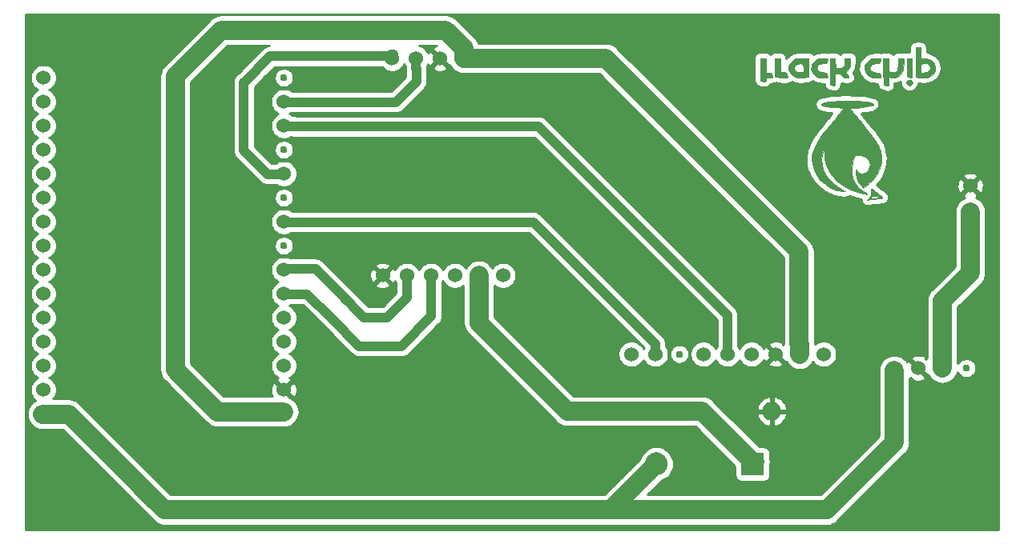
<source format=gbr>
%TF.GenerationSoftware,KiCad,Pcbnew,(5.1.4)-1*%
%TF.CreationDate,2021-02-11T11:52:37+01:00*%
%TF.ProjectId,version_gsm,76657273-696f-46e5-9f67-736d2e6b6963,rev?*%
%TF.SameCoordinates,Original*%
%TF.FileFunction,Copper,L2,Bot*%
%TF.FilePolarity,Positive*%
%FSLAX46Y46*%
G04 Gerber Fmt 4.6, Leading zero omitted, Abs format (unit mm)*
G04 Created by KiCad (PCBNEW (5.1.4)-1) date 2021-02-11 11:52:37*
%MOMM*%
%LPD*%
G04 APERTURE LIST*
%TA.AperFunction,EtchedComponent*%
%ADD10C,0.010000*%
%TD*%
%TA.AperFunction,ComponentPad*%
%ADD11C,1.524000*%
%TD*%
%TA.AperFunction,ComponentPad*%
%ADD12C,0.770000*%
%TD*%
%TA.AperFunction,ComponentPad*%
%ADD13R,1.524000X1.524000*%
%TD*%
%TA.AperFunction,ComponentPad*%
%ADD14O,2.400000X2.400000*%
%TD*%
%TA.AperFunction,ComponentPad*%
%ADD15R,2.400000X2.400000*%
%TD*%
%TA.AperFunction,ComponentPad*%
%ADD16O,2.000000X2.000000*%
%TD*%
%TA.AperFunction,ComponentPad*%
%ADD17R,2.000000X2.000000*%
%TD*%
%TA.AperFunction,Conductor*%
%ADD18C,2.000000*%
%TD*%
%TA.AperFunction,Conductor*%
%ADD19C,1.000000*%
%TD*%
%TA.AperFunction,Conductor*%
%ADD20C,0.254000*%
%TD*%
G04 APERTURE END LIST*
D10*
%TO.C,G\002A\002A\002A*%
G36*
X188884307Y-81488571D02*
G01*
X189229087Y-81371932D01*
X189495066Y-81186006D01*
X189632853Y-80997852D01*
X189727022Y-80694690D01*
X189734398Y-80369051D01*
X189656964Y-80070581D01*
X189591076Y-79952716D01*
X189344518Y-79706903D01*
X189023291Y-79540078D01*
X188669460Y-79471017D01*
X188522142Y-79475587D01*
X188204642Y-79508717D01*
X188204642Y-78308200D01*
X187669905Y-78308200D01*
X187669905Y-80975200D01*
X188204642Y-80975200D01*
X188204642Y-80535992D01*
X188210218Y-80286190D01*
X188242466Y-80136834D01*
X188324670Y-80061411D01*
X188480110Y-80033408D01*
X188650975Y-80027714D01*
X188857206Y-80042681D01*
X188994711Y-80112697D01*
X189068738Y-80190014D01*
X189189300Y-80413255D01*
X189177168Y-80628009D01*
X189043206Y-80819337D01*
X188903586Y-80920634D01*
X188731247Y-80966609D01*
X188541891Y-80975200D01*
X188204642Y-80975200D01*
X187669905Y-80975200D01*
X187669905Y-81410696D01*
X188050147Y-81485688D01*
X188483677Y-81528847D01*
X188884307Y-81488571D01*
X188884307Y-81488571D01*
G37*
X188884307Y-81488571D02*
X189229087Y-81371932D01*
X189495066Y-81186006D01*
X189632853Y-80997852D01*
X189727022Y-80694690D01*
X189734398Y-80369051D01*
X189656964Y-80070581D01*
X189591076Y-79952716D01*
X189344518Y-79706903D01*
X189023291Y-79540078D01*
X188669460Y-79471017D01*
X188522142Y-79475587D01*
X188204642Y-79508717D01*
X188204642Y-78308200D01*
X187669905Y-78308200D01*
X187669905Y-80975200D01*
X188204642Y-80975200D01*
X188204642Y-80535992D01*
X188210218Y-80286190D01*
X188242466Y-80136834D01*
X188324670Y-80061411D01*
X188480110Y-80033408D01*
X188650975Y-80027714D01*
X188857206Y-80042681D01*
X188994711Y-80112697D01*
X189068738Y-80190014D01*
X189189300Y-80413255D01*
X189177168Y-80628009D01*
X189043206Y-80819337D01*
X188903586Y-80920634D01*
X188731247Y-80966609D01*
X188541891Y-80975200D01*
X188204642Y-80975200D01*
X187669905Y-80975200D01*
X187669905Y-81410696D01*
X188050147Y-81485688D01*
X188483677Y-81528847D01*
X188884307Y-81488571D01*
G36*
X171760413Y-81907643D02*
G01*
X171822037Y-81810273D01*
X171828326Y-81737200D01*
X171834499Y-81628295D01*
X171874955Y-81571610D01*
X171982599Y-81550096D01*
X172190336Y-81546701D01*
X172195958Y-81546700D01*
X172397327Y-81540079D01*
X172530860Y-81523000D01*
X172563589Y-81506443D01*
X172545985Y-81425136D01*
X172502140Y-81272209D01*
X172486167Y-81220693D01*
X172428683Y-81067234D01*
X172354032Y-80996307D01*
X172214665Y-80976159D01*
X172118535Y-80975200D01*
X171828326Y-80975200D01*
X171828326Y-79451200D01*
X171226747Y-79451200D01*
X171226747Y-80650294D01*
X171227162Y-81067712D01*
X171229820Y-81375548D01*
X171236836Y-81591217D01*
X171250328Y-81732138D01*
X171272413Y-81815728D01*
X171305208Y-81859404D01*
X171350829Y-81880582D01*
X171377142Y-81887677D01*
X171618178Y-81931423D01*
X171760413Y-81907643D01*
X171760413Y-81907643D01*
G37*
X171760413Y-81907643D02*
X171822037Y-81810273D01*
X171828326Y-81737200D01*
X171834499Y-81628295D01*
X171874955Y-81571610D01*
X171982599Y-81550096D01*
X172190336Y-81546701D01*
X172195958Y-81546700D01*
X172397327Y-81540079D01*
X172530860Y-81523000D01*
X172563589Y-81506443D01*
X172545985Y-81425136D01*
X172502140Y-81272209D01*
X172486167Y-81220693D01*
X172428683Y-81067234D01*
X172354032Y-80996307D01*
X172214665Y-80976159D01*
X172118535Y-80975200D01*
X171828326Y-80975200D01*
X171828326Y-79451200D01*
X171226747Y-79451200D01*
X171226747Y-80650294D01*
X171227162Y-81067712D01*
X171229820Y-81375548D01*
X171236836Y-81591217D01*
X171250328Y-81732138D01*
X171272413Y-81815728D01*
X171305208Y-81859404D01*
X171350829Y-81880582D01*
X171377142Y-81887677D01*
X171618178Y-81931423D01*
X171760413Y-81907643D01*
G36*
X174013370Y-81539601D02*
G01*
X174112533Y-81514486D01*
X174113561Y-81513560D01*
X174119826Y-81437186D01*
X174092965Y-81286865D01*
X174078308Y-81230786D01*
X174026249Y-81076850D01*
X173954535Y-81000933D01*
X173818162Y-80970787D01*
X173703642Y-80962301D01*
X173399115Y-80943450D01*
X173380284Y-80197325D01*
X173361452Y-79451200D01*
X172830958Y-79451200D01*
X172830958Y-81404624D01*
X173127925Y-81475662D01*
X173340498Y-81513149D01*
X173586299Y-81537354D01*
X173824275Y-81546697D01*
X174013370Y-81539601D01*
X174013370Y-81539601D01*
G37*
X174013370Y-81539601D02*
X174112533Y-81514486D01*
X174113561Y-81513560D01*
X174119826Y-81437186D01*
X174092965Y-81286865D01*
X174078308Y-81230786D01*
X174026249Y-81076850D01*
X173954535Y-81000933D01*
X173818162Y-80970787D01*
X173703642Y-80962301D01*
X173399115Y-80943450D01*
X173380284Y-80197325D01*
X173361452Y-79451200D01*
X172830958Y-79451200D01*
X172830958Y-81404624D01*
X173127925Y-81475662D01*
X173340498Y-81513149D01*
X173586299Y-81537354D01*
X173824275Y-81546697D01*
X174013370Y-81539601D01*
G36*
X176012947Y-81490055D02*
G01*
X176076622Y-81475662D01*
X176373589Y-81404624D01*
X176373589Y-79451200D01*
X175749102Y-79451200D01*
X175426591Y-79456519D01*
X175196705Y-79476814D01*
X175018680Y-79518597D01*
X174851755Y-79588377D01*
X174833548Y-79597424D01*
X174546546Y-79805116D01*
X174348824Y-80080049D01*
X174252625Y-80393685D01*
X174253397Y-80407928D01*
X174842747Y-80407928D01*
X174943032Y-80216293D01*
X175012340Y-80154309D01*
X175231484Y-80052310D01*
X175478322Y-80027192D01*
X175695364Y-80083000D01*
X175729592Y-80103848D01*
X175797011Y-80179269D01*
X175827500Y-80305733D01*
X175828228Y-80517503D01*
X175825920Y-80564223D01*
X175805431Y-80943450D01*
X175488531Y-80962781D01*
X175271567Y-80962716D01*
X175125751Y-80917869D01*
X175003926Y-80822793D01*
X174862934Y-80618939D01*
X174842747Y-80407928D01*
X174253397Y-80407928D01*
X174270191Y-80717485D01*
X174305584Y-80828192D01*
X174493336Y-81133495D01*
X174773394Y-81357980D01*
X175130312Y-81495999D01*
X175548645Y-81541906D01*
X176012947Y-81490055D01*
X176012947Y-81490055D01*
G37*
X176012947Y-81490055D02*
X176076622Y-81475662D01*
X176373589Y-81404624D01*
X176373589Y-79451200D01*
X175749102Y-79451200D01*
X175426591Y-79456519D01*
X175196705Y-79476814D01*
X175018680Y-79518597D01*
X174851755Y-79588377D01*
X174833548Y-79597424D01*
X174546546Y-79805116D01*
X174348824Y-80080049D01*
X174252625Y-80393685D01*
X174253397Y-80407928D01*
X174842747Y-80407928D01*
X174943032Y-80216293D01*
X175012340Y-80154309D01*
X175231484Y-80052310D01*
X175478322Y-80027192D01*
X175695364Y-80083000D01*
X175729592Y-80103848D01*
X175797011Y-80179269D01*
X175827500Y-80305733D01*
X175828228Y-80517503D01*
X175825920Y-80564223D01*
X175805431Y-80943450D01*
X175488531Y-80962781D01*
X175271567Y-80962716D01*
X175125751Y-80917869D01*
X175003926Y-80822793D01*
X174862934Y-80618939D01*
X174842747Y-80407928D01*
X174253397Y-80407928D01*
X174270191Y-80717485D01*
X174305584Y-80828192D01*
X174493336Y-81133495D01*
X174773394Y-81357980D01*
X175130312Y-81495999D01*
X175548645Y-81541906D01*
X176012947Y-81490055D01*
G36*
X178139973Y-81533731D02*
G01*
X178292209Y-81490313D01*
X178351367Y-81401491D01*
X178337119Y-81253282D01*
X178329257Y-81222812D01*
X178286356Y-81097529D01*
X178219308Y-81028222D01*
X178089510Y-80991777D01*
X177906995Y-80969981D01*
X177625129Y-80933262D01*
X177443957Y-80883060D01*
X177330497Y-80804638D01*
X177251766Y-80683257D01*
X177248025Y-80675536D01*
X177202325Y-80497878D01*
X177245091Y-80334342D01*
X177319703Y-80205541D01*
X177428638Y-80121973D01*
X177604113Y-80068723D01*
X177878339Y-80030880D01*
X177906995Y-80027920D01*
X178117971Y-80001194D01*
X178234231Y-79960744D01*
X178294379Y-79883457D01*
X178329257Y-79775089D01*
X178353522Y-79615971D01*
X178307558Y-79518499D01*
X178171697Y-79468691D01*
X177926266Y-79452563D01*
X177874989Y-79452173D01*
X177458560Y-79511182D01*
X177240529Y-79594075D01*
X176925881Y-79801526D01*
X176728598Y-80068272D01*
X176644694Y-80400331D01*
X176640958Y-80498950D01*
X176701548Y-80844357D01*
X176872772Y-81135145D01*
X177138811Y-81357893D01*
X177483843Y-81499183D01*
X177874989Y-81545728D01*
X178139973Y-81533731D01*
X178139973Y-81533731D01*
G37*
X178139973Y-81533731D02*
X178292209Y-81490313D01*
X178351367Y-81401491D01*
X178337119Y-81253282D01*
X178329257Y-81222812D01*
X178286356Y-81097529D01*
X178219308Y-81028222D01*
X178089510Y-80991777D01*
X177906995Y-80969981D01*
X177625129Y-80933262D01*
X177443957Y-80883060D01*
X177330497Y-80804638D01*
X177251766Y-80683257D01*
X177248025Y-80675536D01*
X177202325Y-80497878D01*
X177245091Y-80334342D01*
X177319703Y-80205541D01*
X177428638Y-80121973D01*
X177604113Y-80068723D01*
X177878339Y-80030880D01*
X177906995Y-80027920D01*
X178117971Y-80001194D01*
X178234231Y-79960744D01*
X178294379Y-79883457D01*
X178329257Y-79775089D01*
X178353522Y-79615971D01*
X178307558Y-79518499D01*
X178171697Y-79468691D01*
X177926266Y-79452563D01*
X177874989Y-79452173D01*
X177458560Y-79511182D01*
X177240529Y-79594075D01*
X176925881Y-79801526D01*
X176728598Y-80068272D01*
X176644694Y-80400331D01*
X176640958Y-80498950D01*
X176701548Y-80844357D01*
X176872772Y-81135145D01*
X177138811Y-81357893D01*
X177483843Y-81499183D01*
X177874989Y-81545728D01*
X178139973Y-81533731D01*
G36*
X179140605Y-82312144D02*
G01*
X179170448Y-82175507D01*
X179180137Y-81940667D01*
X179180958Y-81737200D01*
X179180958Y-81102200D01*
X179471221Y-81102200D01*
X179662247Y-81113327D01*
X179776109Y-81166601D01*
X179868702Y-81291865D01*
X179887474Y-81324450D01*
X179975934Y-81459787D01*
X180072482Y-81525028D01*
X180227941Y-81545424D01*
X180334825Y-81546700D01*
X180525364Y-81543215D01*
X180608475Y-81522457D01*
X180610403Y-81468977D01*
X180577516Y-81403825D01*
X180479385Y-81243988D01*
X180376356Y-81094690D01*
X180297568Y-80975040D01*
X180301418Y-80900084D01*
X180391739Y-80811929D01*
X180395274Y-80808940D01*
X180587101Y-80572692D01*
X180720812Y-80254135D01*
X180781597Y-79891112D01*
X180783700Y-79816325D01*
X180785168Y-79451200D01*
X180183589Y-79451200D01*
X180183589Y-79832200D01*
X180171496Y-80077219D01*
X180128520Y-80235336D01*
X180051605Y-80338585D01*
X179805746Y-80484604D01*
X179491841Y-80525994D01*
X179406271Y-80519784D01*
X179214379Y-80498950D01*
X179175551Y-79451200D01*
X178646221Y-79451200D01*
X178646221Y-82248344D01*
X178817677Y-82310272D01*
X178975469Y-82361782D01*
X179079362Y-82368321D01*
X179140605Y-82312144D01*
X179140605Y-82312144D01*
G37*
X179140605Y-82312144D02*
X179170448Y-82175507D01*
X179180137Y-81940667D01*
X179180958Y-81737200D01*
X179180958Y-81102200D01*
X179471221Y-81102200D01*
X179662247Y-81113327D01*
X179776109Y-81166601D01*
X179868702Y-81291865D01*
X179887474Y-81324450D01*
X179975934Y-81459787D01*
X180072482Y-81525028D01*
X180227941Y-81545424D01*
X180334825Y-81546700D01*
X180525364Y-81543215D01*
X180608475Y-81522457D01*
X180610403Y-81468977D01*
X180577516Y-81403825D01*
X180479385Y-81243988D01*
X180376356Y-81094690D01*
X180297568Y-80975040D01*
X180301418Y-80900084D01*
X180391739Y-80811929D01*
X180395274Y-80808940D01*
X180587101Y-80572692D01*
X180720812Y-80254135D01*
X180781597Y-79891112D01*
X180783700Y-79816325D01*
X180785168Y-79451200D01*
X180183589Y-79451200D01*
X180183589Y-79832200D01*
X180171496Y-80077219D01*
X180128520Y-80235336D01*
X180051605Y-80338585D01*
X179805746Y-80484604D01*
X179491841Y-80525994D01*
X179406271Y-80519784D01*
X179214379Y-80498950D01*
X179175551Y-79451200D01*
X178646221Y-79451200D01*
X178646221Y-82248344D01*
X178817677Y-82310272D01*
X178975469Y-82361782D01*
X179079362Y-82368321D01*
X179140605Y-82312144D01*
G36*
X183768865Y-81519241D02*
G01*
X183928577Y-81486599D01*
X183969499Y-81463753D01*
X183975755Y-81388370D01*
X183949379Y-81243372D01*
X183943348Y-81220289D01*
X183899088Y-81092315D01*
X183829575Y-81026664D01*
X183693591Y-80998850D01*
X183555196Y-80989733D01*
X183234178Y-80948911D01*
X183017566Y-80858877D01*
X182882301Y-80708713D01*
X182858116Y-80659633D01*
X182817676Y-80472561D01*
X182861091Y-80325849D01*
X182984494Y-80163387D01*
X183181811Y-80062896D01*
X183477390Y-80013233D01*
X183555196Y-80008168D01*
X183754239Y-79991623D01*
X183860837Y-79952669D01*
X183916206Y-79866821D01*
X183943348Y-79777612D01*
X183972455Y-79625366D01*
X183967488Y-79533707D01*
X183963901Y-79528830D01*
X183860351Y-79494563D01*
X183670442Y-79477153D01*
X183440294Y-79476444D01*
X183216028Y-79492283D01*
X183043763Y-79524515D01*
X183021993Y-79531986D01*
X182685381Y-79715741D01*
X182439528Y-79961889D01*
X182293538Y-80249569D01*
X182256515Y-80557920D01*
X182337560Y-80866083D01*
X182394877Y-80969060D01*
X182609621Y-81233569D01*
X182870677Y-81404478D01*
X183108207Y-81487008D01*
X183311258Y-81520726D01*
X183547285Y-81531044D01*
X183768865Y-81519241D01*
X183768865Y-81519241D01*
G37*
X183768865Y-81519241D02*
X183928577Y-81486599D01*
X183969499Y-81463753D01*
X183975755Y-81388370D01*
X183949379Y-81243372D01*
X183943348Y-81220289D01*
X183899088Y-81092315D01*
X183829575Y-81026664D01*
X183693591Y-80998850D01*
X183555196Y-80989733D01*
X183234178Y-80948911D01*
X183017566Y-80858877D01*
X182882301Y-80708713D01*
X182858116Y-80659633D01*
X182817676Y-80472561D01*
X182861091Y-80325849D01*
X182984494Y-80163387D01*
X183181811Y-80062896D01*
X183477390Y-80013233D01*
X183555196Y-80008168D01*
X183754239Y-79991623D01*
X183860837Y-79952669D01*
X183916206Y-79866821D01*
X183943348Y-79777612D01*
X183972455Y-79625366D01*
X183967488Y-79533707D01*
X183963901Y-79528830D01*
X183860351Y-79494563D01*
X183670442Y-79477153D01*
X183440294Y-79476444D01*
X183216028Y-79492283D01*
X183043763Y-79524515D01*
X183021993Y-79531986D01*
X182685381Y-79715741D01*
X182439528Y-79961889D01*
X182293538Y-80249569D01*
X182256515Y-80557920D01*
X182337560Y-80866083D01*
X182394877Y-80969060D01*
X182609621Y-81233569D01*
X182870677Y-81404478D01*
X183108207Y-81487008D01*
X183311258Y-81520726D01*
X183547285Y-81531044D01*
X183768865Y-81519241D01*
G36*
X184795694Y-81481700D02*
G01*
X185049160Y-81520204D01*
X185390987Y-81521531D01*
X185720253Y-81434198D01*
X185987215Y-81272318D01*
X186015201Y-81246088D01*
X186196424Y-81024868D01*
X186314815Y-80769622D01*
X186379570Y-80451155D01*
X186399886Y-80040266D01*
X186399905Y-80024740D01*
X186399905Y-79451200D01*
X185798326Y-79451200D01*
X185798326Y-80075132D01*
X185795660Y-80366824D01*
X185783721Y-80560677D01*
X185756597Y-80685810D01*
X185708376Y-80771342D01*
X185643623Y-80837132D01*
X185472635Y-80929262D01*
X185252249Y-80974084D01*
X185037058Y-80967197D01*
X184881656Y-80904202D01*
X184875905Y-80899000D01*
X184833893Y-80789805D01*
X184807066Y-80559609D01*
X184795977Y-80213650D01*
X184795694Y-80137000D01*
X184795694Y-79451200D01*
X184260958Y-79451200D01*
X184260958Y-80844453D01*
X184263143Y-81251792D01*
X184269261Y-81614711D01*
X184278654Y-81914570D01*
X184290665Y-82132732D01*
X184304637Y-82250558D01*
X184311089Y-82265736D01*
X184406157Y-82297407D01*
X184568153Y-82335909D01*
X184578458Y-82338028D01*
X184795694Y-82382291D01*
X184795694Y-81481700D01*
X184795694Y-81481700D01*
G37*
X184795694Y-81481700D02*
X185049160Y-81520204D01*
X185390987Y-81521531D01*
X185720253Y-81434198D01*
X185987215Y-81272318D01*
X186015201Y-81246088D01*
X186196424Y-81024868D01*
X186314815Y-80769622D01*
X186379570Y-80451155D01*
X186399886Y-80040266D01*
X186399905Y-80024740D01*
X186399905Y-79451200D01*
X185798326Y-79451200D01*
X185798326Y-80075132D01*
X185795660Y-80366824D01*
X185783721Y-80560677D01*
X185756597Y-80685810D01*
X185708376Y-80771342D01*
X185643623Y-80837132D01*
X185472635Y-80929262D01*
X185252249Y-80974084D01*
X185037058Y-80967197D01*
X184881656Y-80904202D01*
X184875905Y-80899000D01*
X184833893Y-80789805D01*
X184807066Y-80559609D01*
X184795977Y-80213650D01*
X184795694Y-80137000D01*
X184795694Y-79451200D01*
X184260958Y-79451200D01*
X184260958Y-80844453D01*
X184263143Y-81251792D01*
X184269261Y-81614711D01*
X184278654Y-81914570D01*
X184290665Y-82132732D01*
X184304637Y-82250558D01*
X184311089Y-82265736D01*
X184406157Y-82297407D01*
X184568153Y-82335909D01*
X184578458Y-82338028D01*
X184795694Y-82382291D01*
X184795694Y-81481700D01*
G36*
X187268852Y-79451200D02*
G01*
X186734115Y-79451200D01*
X186734115Y-80428657D01*
X186735161Y-80816364D01*
X186742540Y-81095064D01*
X186762620Y-81282749D01*
X186801767Y-81397413D01*
X186866345Y-81457047D01*
X186962721Y-81479645D01*
X187097261Y-81483200D01*
X187268852Y-81483200D01*
X187268852Y-79451200D01*
X187268852Y-79451200D01*
G37*
X187268852Y-79451200D02*
X186734115Y-79451200D01*
X186734115Y-80428657D01*
X186735161Y-80816364D01*
X186742540Y-81095064D01*
X186762620Y-81282749D01*
X186801767Y-81397413D01*
X186866345Y-81457047D01*
X186962721Y-81479645D01*
X187097261Y-81483200D01*
X187268852Y-81483200D01*
X187268852Y-79451200D01*
G36*
X187225071Y-82256075D02*
G01*
X187326139Y-82081951D01*
X187294663Y-81914763D01*
X187230657Y-81836986D01*
X187060482Y-81745667D01*
X186889496Y-81775398D01*
X186761390Y-81895950D01*
X186690666Y-82020233D01*
X186702105Y-82117954D01*
X186761390Y-82213450D01*
X186909412Y-82345804D01*
X187074707Y-82355740D01*
X187225071Y-82256075D01*
X187225071Y-82256075D01*
G37*
X187225071Y-82256075D02*
X187326139Y-82081951D01*
X187294663Y-81914763D01*
X187230657Y-81836986D01*
X187060482Y-81745667D01*
X186889496Y-81775398D01*
X186761390Y-81895950D01*
X186690666Y-82020233D01*
X186702105Y-82117954D01*
X186761390Y-82213450D01*
X186909412Y-82345804D01*
X187074707Y-82355740D01*
X187225071Y-82256075D01*
G36*
X182551483Y-93846232D02*
G01*
X182528713Y-93806405D01*
X182414169Y-93721832D01*
X182199283Y-93582044D01*
X182097007Y-93517009D01*
X181632448Y-93151109D01*
X181276099Y-92717048D01*
X181030782Y-92224796D01*
X180899317Y-91684326D01*
X180884525Y-91105610D01*
X180989226Y-90498618D01*
X181126168Y-90084787D01*
X181212680Y-89886331D01*
X181293758Y-89776376D01*
X181401620Y-89721565D01*
X181497404Y-89700408D01*
X181825482Y-89700097D01*
X182166497Y-89798868D01*
X182462297Y-89975052D01*
X182681139Y-90212519D01*
X182808346Y-90484153D01*
X182850954Y-90769109D01*
X182815999Y-91046543D01*
X182710515Y-91295609D01*
X182541539Y-91495464D01*
X182316106Y-91625263D01*
X182041252Y-91664162D01*
X181898503Y-91645438D01*
X181689800Y-91582358D01*
X181538380Y-91502564D01*
X181474925Y-91424236D01*
X181480730Y-91397881D01*
X181459372Y-91328445D01*
X181403325Y-91266851D01*
X181350707Y-91232172D01*
X181323752Y-91259237D01*
X181318442Y-91368585D01*
X181330758Y-91580756D01*
X181333829Y-91622078D01*
X181430920Y-92127936D01*
X181635051Y-92600263D01*
X181900506Y-92969703D01*
X182095060Y-93184956D01*
X182392614Y-93006512D01*
X182888907Y-92637385D01*
X183308668Y-92181300D01*
X183643215Y-91658681D01*
X183883863Y-91089952D01*
X184021930Y-90495537D01*
X184048731Y-89895859D01*
X183958723Y-89322917D01*
X183893033Y-89105693D01*
X183810484Y-88892769D01*
X183702530Y-88671262D01*
X183560626Y-88428288D01*
X183376229Y-88150967D01*
X183140792Y-87826413D01*
X182845772Y-87441744D01*
X182482623Y-86984078D01*
X182065119Y-86467950D01*
X180669853Y-84753450D01*
X181379221Y-84706329D01*
X181986071Y-84656877D01*
X182471794Y-84597471D01*
X182833806Y-84528709D01*
X183069526Y-84451185D01*
X183176372Y-84365498D01*
X183168481Y-84293214D01*
X183055194Y-84220398D01*
X182826255Y-84154859D01*
X182499535Y-84097686D01*
X182092907Y-84049971D01*
X181624244Y-84012801D01*
X181111418Y-83987267D01*
X180572302Y-83974459D01*
X180024768Y-83975466D01*
X179486688Y-83991377D01*
X178975935Y-84023283D01*
X178878690Y-84031675D01*
X178423378Y-84084321D01*
X178071752Y-84148713D01*
X177829151Y-84222078D01*
X177700915Y-84301637D01*
X177692383Y-84384617D01*
X177808895Y-84468242D01*
X177942891Y-84518147D01*
X178109894Y-84554561D01*
X178375551Y-84594718D01*
X178705118Y-84634051D01*
X179063852Y-84667993D01*
X179112628Y-84671913D01*
X179444632Y-84698949D01*
X179725083Y-84723589D01*
X179928975Y-84743499D01*
X180031303Y-84756347D01*
X180038256Y-84758290D01*
X180006026Y-84809258D01*
X179908124Y-84939832D01*
X179760971Y-85129382D01*
X179580991Y-85357282D01*
X179384605Y-85602905D01*
X179188237Y-85845623D01*
X179008308Y-86064809D01*
X178861242Y-86239835D01*
X178828772Y-86277450D01*
X178772110Y-86347000D01*
X178649428Y-86500300D01*
X178474932Y-86719511D01*
X178262827Y-86986792D01*
X178070304Y-87229950D01*
X177620808Y-87829023D01*
X177258480Y-88378002D01*
X176988463Y-88868156D01*
X176815900Y-89290754D01*
X176779572Y-89420700D01*
X176701585Y-90024363D01*
X176747891Y-90635934D01*
X176912266Y-91235829D01*
X177188488Y-91804466D01*
X177570336Y-92322263D01*
X177765897Y-92524830D01*
X178115856Y-92817993D01*
X178512334Y-93082968D01*
X178915726Y-93296564D01*
X179286427Y-93435593D01*
X179348063Y-93451243D01*
X179565729Y-93494525D01*
X179801073Y-93530720D01*
X180017737Y-93555707D01*
X180179361Y-93565368D01*
X180249587Y-93555584D01*
X180250184Y-93553447D01*
X180195061Y-93508844D01*
X180049429Y-93424460D01*
X179842515Y-93317004D01*
X179799000Y-93295512D01*
X179436478Y-93078674D01*
X179055005Y-92784319D01*
X178689092Y-92444662D01*
X178373250Y-92091918D01*
X178141993Y-91758302D01*
X178130933Y-91738450D01*
X177914028Y-91241635D01*
X177783344Y-90717069D01*
X177741204Y-90193838D01*
X177789927Y-89701027D01*
X177931837Y-89267724D01*
X177933477Y-89264321D01*
X178081629Y-88957975D01*
X178055546Y-89448682D01*
X178083194Y-90128480D01*
X178234503Y-90777588D01*
X178501596Y-91387971D01*
X178876593Y-91951597D01*
X179351616Y-92460433D01*
X179918788Y-92906446D01*
X180570230Y-93281604D01*
X181298065Y-93577873D01*
X182094413Y-93787220D01*
X182355958Y-93833527D01*
X182491043Y-93851783D01*
X182551483Y-93846232D01*
X182551483Y-93846232D01*
G37*
X182551483Y-93846232D02*
X182528713Y-93806405D01*
X182414169Y-93721832D01*
X182199283Y-93582044D01*
X182097007Y-93517009D01*
X181632448Y-93151109D01*
X181276099Y-92717048D01*
X181030782Y-92224796D01*
X180899317Y-91684326D01*
X180884525Y-91105610D01*
X180989226Y-90498618D01*
X181126168Y-90084787D01*
X181212680Y-89886331D01*
X181293758Y-89776376D01*
X181401620Y-89721565D01*
X181497404Y-89700408D01*
X181825482Y-89700097D01*
X182166497Y-89798868D01*
X182462297Y-89975052D01*
X182681139Y-90212519D01*
X182808346Y-90484153D01*
X182850954Y-90769109D01*
X182815999Y-91046543D01*
X182710515Y-91295609D01*
X182541539Y-91495464D01*
X182316106Y-91625263D01*
X182041252Y-91664162D01*
X181898503Y-91645438D01*
X181689800Y-91582358D01*
X181538380Y-91502564D01*
X181474925Y-91424236D01*
X181480730Y-91397881D01*
X181459372Y-91328445D01*
X181403325Y-91266851D01*
X181350707Y-91232172D01*
X181323752Y-91259237D01*
X181318442Y-91368585D01*
X181330758Y-91580756D01*
X181333829Y-91622078D01*
X181430920Y-92127936D01*
X181635051Y-92600263D01*
X181900506Y-92969703D01*
X182095060Y-93184956D01*
X182392614Y-93006512D01*
X182888907Y-92637385D01*
X183308668Y-92181300D01*
X183643215Y-91658681D01*
X183883863Y-91089952D01*
X184021930Y-90495537D01*
X184048731Y-89895859D01*
X183958723Y-89322917D01*
X183893033Y-89105693D01*
X183810484Y-88892769D01*
X183702530Y-88671262D01*
X183560626Y-88428288D01*
X183376229Y-88150967D01*
X183140792Y-87826413D01*
X182845772Y-87441744D01*
X182482623Y-86984078D01*
X182065119Y-86467950D01*
X180669853Y-84753450D01*
X181379221Y-84706329D01*
X181986071Y-84656877D01*
X182471794Y-84597471D01*
X182833806Y-84528709D01*
X183069526Y-84451185D01*
X183176372Y-84365498D01*
X183168481Y-84293214D01*
X183055194Y-84220398D01*
X182826255Y-84154859D01*
X182499535Y-84097686D01*
X182092907Y-84049971D01*
X181624244Y-84012801D01*
X181111418Y-83987267D01*
X180572302Y-83974459D01*
X180024768Y-83975466D01*
X179486688Y-83991377D01*
X178975935Y-84023283D01*
X178878690Y-84031675D01*
X178423378Y-84084321D01*
X178071752Y-84148713D01*
X177829151Y-84222078D01*
X177700915Y-84301637D01*
X177692383Y-84384617D01*
X177808895Y-84468242D01*
X177942891Y-84518147D01*
X178109894Y-84554561D01*
X178375551Y-84594718D01*
X178705118Y-84634051D01*
X179063852Y-84667993D01*
X179112628Y-84671913D01*
X179444632Y-84698949D01*
X179725083Y-84723589D01*
X179928975Y-84743499D01*
X180031303Y-84756347D01*
X180038256Y-84758290D01*
X180006026Y-84809258D01*
X179908124Y-84939832D01*
X179760971Y-85129382D01*
X179580991Y-85357282D01*
X179384605Y-85602905D01*
X179188237Y-85845623D01*
X179008308Y-86064809D01*
X178861242Y-86239835D01*
X178828772Y-86277450D01*
X178772110Y-86347000D01*
X178649428Y-86500300D01*
X178474932Y-86719511D01*
X178262827Y-86986792D01*
X178070304Y-87229950D01*
X177620808Y-87829023D01*
X177258480Y-88378002D01*
X176988463Y-88868156D01*
X176815900Y-89290754D01*
X176779572Y-89420700D01*
X176701585Y-90024363D01*
X176747891Y-90635934D01*
X176912266Y-91235829D01*
X177188488Y-91804466D01*
X177570336Y-92322263D01*
X177765897Y-92524830D01*
X178115856Y-92817993D01*
X178512334Y-93082968D01*
X178915726Y-93296564D01*
X179286427Y-93435593D01*
X179348063Y-93451243D01*
X179565729Y-93494525D01*
X179801073Y-93530720D01*
X180017737Y-93555707D01*
X180179361Y-93565368D01*
X180249587Y-93555584D01*
X180250184Y-93553447D01*
X180195061Y-93508844D01*
X180049429Y-93424460D01*
X179842515Y-93317004D01*
X179799000Y-93295512D01*
X179436478Y-93078674D01*
X179055005Y-92784319D01*
X178689092Y-92444662D01*
X178373250Y-92091918D01*
X178141993Y-91758302D01*
X178130933Y-91738450D01*
X177914028Y-91241635D01*
X177783344Y-90717069D01*
X177741204Y-90193838D01*
X177789927Y-89701027D01*
X177931837Y-89267724D01*
X177933477Y-89264321D01*
X178081629Y-88957975D01*
X178055546Y-89448682D01*
X178083194Y-90128480D01*
X178234503Y-90777588D01*
X178501596Y-91387971D01*
X178876593Y-91951597D01*
X179351616Y-92460433D01*
X179918788Y-92906446D01*
X180570230Y-93281604D01*
X181298065Y-93577873D01*
X182094413Y-93787220D01*
X182355958Y-93833527D01*
X182491043Y-93851783D01*
X182551483Y-93846232D01*
G36*
X182829071Y-94418925D02*
G01*
X183030102Y-94393808D01*
X183304772Y-94364539D01*
X183592536Y-94337550D01*
X183846981Y-94310974D01*
X184053979Y-94281030D01*
X184173117Y-94253691D01*
X184179819Y-94250755D01*
X184172782Y-94192127D01*
X184054523Y-94066864D01*
X183826611Y-93876499D01*
X183684262Y-93766643D01*
X183382321Y-93537732D01*
X183171344Y-93382498D01*
X183036443Y-93297049D01*
X182962727Y-93277493D01*
X182935310Y-93319941D01*
X182939301Y-93420499D01*
X182959814Y-93575278D01*
X182960090Y-93577374D01*
X182981673Y-93789312D01*
X182966336Y-93931076D01*
X182898666Y-94057837D01*
X182787110Y-94196628D01*
X182675950Y-94328036D01*
X182890694Y-94328036D01*
X183046003Y-94167181D01*
X183139853Y-94078252D01*
X183226929Y-94039247D01*
X183351644Y-94043712D01*
X183558414Y-94085192D01*
X183578986Y-94089730D01*
X183791664Y-94129983D01*
X183950295Y-94147654D01*
X184008545Y-94142669D01*
X184057587Y-94159214D01*
X184060431Y-94179453D01*
X184001994Y-94225371D01*
X183859656Y-94247018D01*
X183843194Y-94247252D01*
X183648732Y-94255051D01*
X183395749Y-94274300D01*
X183258326Y-94287920D01*
X182890694Y-94328036D01*
X182675950Y-94328036D01*
X182566921Y-94456924D01*
X182829071Y-94418925D01*
X182829071Y-94418925D01*
G37*
X182829071Y-94418925D02*
X183030102Y-94393808D01*
X183304772Y-94364539D01*
X183592536Y-94337550D01*
X183846981Y-94310974D01*
X184053979Y-94281030D01*
X184173117Y-94253691D01*
X184179819Y-94250755D01*
X184172782Y-94192127D01*
X184054523Y-94066864D01*
X183826611Y-93876499D01*
X183684262Y-93766643D01*
X183382321Y-93537732D01*
X183171344Y-93382498D01*
X183036443Y-93297049D01*
X182962727Y-93277493D01*
X182935310Y-93319941D01*
X182939301Y-93420499D01*
X182959814Y-93575278D01*
X182960090Y-93577374D01*
X182981673Y-93789312D01*
X182966336Y-93931076D01*
X182898666Y-94057837D01*
X182787110Y-94196628D01*
X182675950Y-94328036D01*
X182890694Y-94328036D01*
X183046003Y-94167181D01*
X183139853Y-94078252D01*
X183226929Y-94039247D01*
X183351644Y-94043712D01*
X183558414Y-94085192D01*
X183578986Y-94089730D01*
X183791664Y-94129983D01*
X183950295Y-94147654D01*
X184008545Y-94142669D01*
X184057587Y-94159214D01*
X184060431Y-94179453D01*
X184001994Y-94225371D01*
X183859656Y-94247018D01*
X183843194Y-94247252D01*
X183648732Y-94255051D01*
X183395749Y-94274300D01*
X183258326Y-94287920D01*
X182890694Y-94328036D01*
X182675950Y-94328036D01*
X182566921Y-94456924D01*
X182829071Y-94418925D01*
%TD*%
D11*
%TO.P,U3,9*%
%TO.N,N/C*%
X177952400Y-110794800D03*
%TO.P,U3,8*%
%TO.N,3.3V*%
X175412400Y-110794800D03*
%TO.P,U3,7*%
%TO.N,GND*%
X172872400Y-110794800D03*
%TO.P,U3,6*%
%TO.N,N/C*%
X170332400Y-110794800D03*
%TO.P,U3,5*%
%TO.N,TX0*%
X167792400Y-110794800D03*
%TO.P,U3,4*%
%TO.N,N/C*%
X165252400Y-110794800D03*
D12*
%TO.P,U3,3*%
X162712400Y-110794800D03*
D11*
%TO.P,U3,2*%
%TO.N,EN_GPS*%
X160172400Y-110794800D03*
%TO.P,U3,1*%
%TO.N,N/C*%
X157632400Y-110794800D03*
%TD*%
%TO.P,U7,2*%
%TO.N,GND*%
X193446400Y-92964000D03*
%TO.P,U7,1*%
%TO.N,VBAT*%
X193446400Y-95758000D03*
%TD*%
%TO.P,U5,4*%
%TO.N,5V*%
X185420000Y-112268000D03*
%TO.P,U5,3*%
%TO.N,GND*%
X187960000Y-112268000D03*
%TO.P,U5,2*%
%TO.N,VBAT*%
X190500000Y-112268000D03*
D12*
%TO.P,U5,1*%
%TO.N,N/C*%
X193040000Y-112268000D03*
%TD*%
D11*
%TO.P,U4,5*%
%TO.N,SDA*%
X132334000Y-79502000D03*
%TO.P,U4,4*%
%TO.N,SCL*%
X134874000Y-79502000D03*
%TO.P,U4,3*%
%TO.N,GND*%
X137414000Y-79502000D03*
%TO.P,U4,2*%
%TO.N,3.3V*%
X139954000Y-79502000D03*
D13*
%TO.P,U4,1*%
X142494000Y-79502000D03*
%TD*%
D12*
%TO.P,U2,30*%
%TO.N,N/C*%
X120904000Y-81534000D03*
D11*
%TO.P,U2,29*%
%TO.N,SCL*%
X120904000Y-84074000D03*
%TO.P,U2,14*%
%TO.N,N/C*%
X95504000Y-114554000D03*
%TO.P,U2,28*%
%TO.N,TX0*%
X120904000Y-86614000D03*
D12*
%TO.P,U2,27*%
%TO.N,N/C*%
X120904000Y-89154000D03*
D11*
%TO.P,U2,26*%
%TO.N,SDA*%
X120904000Y-91694000D03*
D12*
%TO.P,U2,25*%
%TO.N,N/C*%
X120904000Y-94234000D03*
D11*
%TO.P,U2,24*%
%TO.N,EN_GPS*%
X120904000Y-96774000D03*
D12*
%TO.P,U2,23*%
%TO.N,N/C*%
X120904000Y-99314000D03*
D11*
%TO.P,U2,22*%
%TO.N,TX2*%
X120904000Y-101854000D03*
%TO.P,U2,21*%
%TO.N,RX2*%
X120904000Y-104394000D03*
%TO.P,U2,20*%
%TO.N,N/C*%
X120904000Y-106934000D03*
%TO.P,U2,19*%
X120904000Y-109474000D03*
%TO.P,U2,18*%
X120904000Y-112014000D03*
%TO.P,U2,17*%
%TO.N,GND*%
X120904000Y-114554000D03*
%TO.P,U2,16*%
%TO.N,3.3V*%
X120904000Y-117094000D03*
D13*
%TO.P,U2,15*%
%TO.N,5V*%
X95504000Y-117094000D03*
D11*
%TO.P,U2,13*%
%TO.N,N/C*%
X95504000Y-112014000D03*
%TO.P,U2,12*%
X95504000Y-109474000D03*
%TO.P,U2,11*%
X95504000Y-106934000D03*
%TO.P,U2,10*%
X95504000Y-104394000D03*
%TO.P,U2,9*%
X95504000Y-101854000D03*
%TO.P,U2,8*%
X95504000Y-99314000D03*
%TO.P,U2,7*%
X95504000Y-96774000D03*
%TO.P,U2,6*%
X95504000Y-94234000D03*
%TO.P,U2,5*%
X95504000Y-91694000D03*
%TO.P,U2,4*%
X95504000Y-89154000D03*
%TO.P,U2,3*%
X95504000Y-86614000D03*
%TO.P,U2,2*%
X95504000Y-84074000D03*
%TO.P,U2,1*%
X95504000Y-81534000D03*
%TD*%
%TO.P,U1,6*%
%TO.N,GND*%
X131368800Y-102463600D03*
%TO.P,U1,5*%
%TO.N,TX2*%
X133908800Y-102463600D03*
%TO.P,U1,4*%
%TO.N,RX2*%
X136448800Y-102463600D03*
%TO.P,U1,3*%
%TO.N,N/C*%
X138988800Y-102463600D03*
%TO.P,U1,2*%
%TO.N,Net-(C1-Pad1)*%
X141528800Y-102463600D03*
%TO.P,U1,1*%
%TO.N,N/C*%
X144068800Y-102463600D03*
%TD*%
D14*
%TO.P,D1,2*%
%TO.N,5V*%
X160274000Y-122428000D03*
D15*
%TO.P,D1,1*%
%TO.N,Net-(C1-Pad1)*%
X170434000Y-122428000D03*
%TD*%
D16*
%TO.P,C1,2*%
%TO.N,GND*%
X172480000Y-116840000D03*
D17*
%TO.P,C1,1*%
%TO.N,Net-(C1-Pad1)*%
X157480000Y-116840000D03*
%TD*%
D18*
%TO.N,Net-(C1-Pad1)*%
X141528800Y-102463600D02*
X141528800Y-107492800D01*
X141528800Y-107492800D02*
X150876000Y-116840000D01*
X150876000Y-116840000D02*
X157734000Y-116840000D01*
X157480000Y-116840000D02*
X165100000Y-116840000D01*
X165100000Y-116840000D02*
X170434000Y-122174000D01*
X170434000Y-122174000D02*
X170688000Y-122174000D01*
%TO.N,5V*%
X95405400Y-117138800D02*
X98167400Y-117138800D01*
X108314201Y-127285601D02*
X105728700Y-124700100D01*
X98167400Y-117138800D02*
X105728700Y-124700100D01*
X105728700Y-124700100D02*
X107215800Y-126187200D01*
X148520001Y-127285601D02*
X108314201Y-127285601D01*
X148520001Y-127285601D02*
X151606399Y-127285601D01*
X155416399Y-127285601D02*
X160274000Y-122428000D01*
X151606399Y-127285601D02*
X155416399Y-127285601D01*
X160274000Y-122428000D02*
X160274000Y-122174000D01*
X155416399Y-127285601D02*
X174212399Y-127285601D01*
X174212399Y-127285601D02*
X178276399Y-127285601D01*
X178276399Y-127285601D02*
X185420000Y-120142000D01*
X185420000Y-120142000D02*
X185420000Y-112522000D01*
D19*
%TO.N,TX2*%
X124256800Y-101752400D02*
X120751600Y-101752400D01*
X133908800Y-102463600D02*
X133908800Y-104800400D01*
X133908800Y-104800400D02*
X131826000Y-106883200D01*
X129387600Y-106883200D02*
X126898400Y-104394000D01*
X131826000Y-106883200D02*
X129387600Y-106883200D01*
X127609600Y-105105200D02*
X126898400Y-104394000D01*
X126898400Y-104394000D02*
X124256800Y-101752400D01*
%TO.N,RX2*%
X120805400Y-104438800D02*
X123387200Y-104438800D01*
X128879600Y-109931200D02*
X125933200Y-106984800D01*
X125933200Y-106984800D02*
X126542800Y-107594400D01*
X123387200Y-104438800D02*
X125933200Y-106984800D01*
X136398000Y-102362000D02*
X136499600Y-102463600D01*
X136499600Y-102463600D02*
X136499600Y-106781600D01*
X136499600Y-106781600D02*
X133350000Y-109931200D01*
X133350000Y-109931200D02*
X128879600Y-109931200D01*
%TO.N,SCL*%
X134874000Y-80579630D02*
X134924800Y-80630430D01*
X134874000Y-79502000D02*
X134874000Y-80579630D01*
X132746400Y-84118800D02*
X134924800Y-81940400D01*
X120805400Y-84118800D02*
X132746400Y-84118800D01*
X134924800Y-80630430D02*
X134924800Y-81940400D01*
%TO.N,TX0*%
X167792400Y-110794800D02*
X167792400Y-106680000D01*
X121883030Y-86658800D02*
X121939830Y-86715600D01*
X120805400Y-86658800D02*
X121883030Y-86658800D01*
X147828000Y-86715600D02*
X148386800Y-87274400D01*
X121939830Y-86715600D02*
X147828000Y-86715600D01*
X167792400Y-106680000D02*
X148386800Y-87274400D01*
%TO.N,SDA*%
X120805400Y-91738800D02*
X119170800Y-91738800D01*
X119170800Y-91738800D02*
X116687600Y-89255600D01*
X132232400Y-79095600D02*
X132486400Y-79095600D01*
X116738400Y-81991200D02*
X119456200Y-79273400D01*
X116687600Y-81991200D02*
X116738400Y-81991200D01*
X119456200Y-79273400D02*
X132410200Y-79273400D01*
X116687600Y-89255600D02*
X116687600Y-81991200D01*
%TO.N,EN_GPS*%
X160172400Y-109717170D02*
X147280030Y-96824800D01*
X160172400Y-110794800D02*
X160172400Y-109717170D01*
X131210400Y-96818800D02*
X131216400Y-96824800D01*
X120805400Y-96818800D02*
X131210400Y-96818800D01*
X147280030Y-96824800D02*
X131216400Y-96824800D01*
X131216400Y-96824800D02*
X122275600Y-96824800D01*
D18*
%TO.N,3.3V*%
X139954000Y-79502000D02*
X142443200Y-79502000D01*
X139954000Y-79138238D02*
X139954000Y-79502000D01*
X139954000Y-78424370D02*
X138034430Y-76504800D01*
X139954000Y-79502000D02*
X139954000Y-78424370D01*
X138034430Y-76504800D02*
X114300000Y-76504800D01*
X109423200Y-81381600D02*
X109423200Y-85699600D01*
X114300000Y-76504800D02*
X109423200Y-81381600D01*
X109423200Y-85699600D02*
X109423200Y-84175600D01*
X109423200Y-85699600D02*
X109423200Y-112420400D01*
X109423200Y-112420400D02*
X113893600Y-116890800D01*
X113893600Y-116890800D02*
X120904000Y-116890800D01*
X175412400Y-109717170D02*
X175361600Y-109666370D01*
X175412400Y-110794800D02*
X175412400Y-109717170D01*
X175361600Y-109666370D02*
X175361600Y-99923600D01*
X154940000Y-79502000D02*
X158343600Y-82905600D01*
X142494000Y-79502000D02*
X154940000Y-79502000D01*
X156108400Y-80670400D02*
X158343600Y-82905600D01*
X158343600Y-82905600D02*
X175361600Y-99923600D01*
%TO.N,VBAT*%
X190500000Y-106680000D02*
X190500000Y-112014000D01*
X193446400Y-102209600D02*
X193446400Y-100431600D01*
X190500000Y-112268000D02*
X190500000Y-105156000D01*
X190500000Y-105156000D02*
X193446400Y-102209600D01*
X193446400Y-100431600D02*
X193446400Y-95758000D01*
%TD*%
D20*
%TO.N,GND*%
G36*
X196444001Y-129388000D02*
G01*
X93624000Y-129388000D01*
X93624000Y-117138800D01*
X93762489Y-117138800D01*
X93794057Y-117459316D01*
X93887548Y-117767515D01*
X94039369Y-118051552D01*
X94243686Y-118300514D01*
X94492648Y-118504831D01*
X94776685Y-118656652D01*
X95084884Y-118750143D01*
X95325078Y-118773800D01*
X97490162Y-118773800D01*
X104629376Y-125913015D01*
X104629381Y-125913019D01*
X107101285Y-128384925D01*
X107152487Y-128447315D01*
X107401449Y-128651632D01*
X107685486Y-128803453D01*
X107993684Y-128896944D01*
X108314201Y-128928512D01*
X108394523Y-128920601D01*
X155336080Y-128920601D01*
X155416399Y-128928512D01*
X155496718Y-128920601D01*
X178196080Y-128920601D01*
X178276399Y-128928512D01*
X178356718Y-128920601D01*
X178356721Y-128920601D01*
X178596915Y-128896944D01*
X178905114Y-128803453D01*
X179189151Y-128651632D01*
X179438113Y-128447315D01*
X179489324Y-128384914D01*
X186519320Y-121354919D01*
X186581714Y-121303714D01*
X186786031Y-121054752D01*
X186937852Y-120770715D01*
X187031343Y-120462516D01*
X187055000Y-120222322D01*
X187055000Y-120222320D01*
X187062911Y-120142001D01*
X187055000Y-120061681D01*
X187055000Y-113347346D01*
X187057631Y-113349977D01*
X187174041Y-113233567D01*
X187241020Y-113473656D01*
X187490048Y-113590756D01*
X187757135Y-113657023D01*
X188032017Y-113669910D01*
X188304133Y-113628922D01*
X188563023Y-113535636D01*
X188678980Y-113473656D01*
X188745960Y-113233565D01*
X187960000Y-112447605D01*
X187945858Y-112461748D01*
X187766253Y-112282143D01*
X187780395Y-112268000D01*
X186994435Y-111482040D01*
X186754344Y-111549020D01*
X186747882Y-111562763D01*
X186581714Y-111360286D01*
X186511223Y-111302435D01*
X187174040Y-111302435D01*
X187960000Y-112088395D01*
X187974143Y-112074253D01*
X188153748Y-112253858D01*
X188139605Y-112268000D01*
X188925565Y-113053960D01*
X189047948Y-113019818D01*
X189133969Y-113180751D01*
X189338286Y-113429714D01*
X189587248Y-113634031D01*
X189871285Y-113785852D01*
X190179484Y-113879343D01*
X190500000Y-113910911D01*
X190820515Y-113879343D01*
X191128714Y-113785852D01*
X191412751Y-113634031D01*
X191661714Y-113429714D01*
X191866031Y-113180752D01*
X192017852Y-112896715D01*
X192093325Y-112647913D01*
X192136088Y-112751151D01*
X192247715Y-112918212D01*
X192389788Y-113060285D01*
X192556849Y-113171912D01*
X192742477Y-113248802D01*
X192939539Y-113288000D01*
X193140461Y-113288000D01*
X193337523Y-113248802D01*
X193523151Y-113171912D01*
X193690212Y-113060285D01*
X193832285Y-112918212D01*
X193943912Y-112751151D01*
X194020802Y-112565523D01*
X194060000Y-112368461D01*
X194060000Y-112167539D01*
X194020802Y-111970477D01*
X193943912Y-111784849D01*
X193832285Y-111617788D01*
X193690212Y-111475715D01*
X193523151Y-111364088D01*
X193337523Y-111287198D01*
X193140461Y-111248000D01*
X192939539Y-111248000D01*
X192742477Y-111287198D01*
X192556849Y-111364088D01*
X192389788Y-111475715D01*
X192247715Y-111617788D01*
X192136088Y-111784849D01*
X192135000Y-111787476D01*
X192135000Y-105833238D01*
X194545720Y-103422519D01*
X194608114Y-103371314D01*
X194812431Y-103122352D01*
X194964252Y-102838315D01*
X195006002Y-102700684D01*
X195057743Y-102530117D01*
X195089311Y-102209600D01*
X195081400Y-102129278D01*
X195081400Y-95677678D01*
X195057743Y-95437484D01*
X194964252Y-95129285D01*
X194812431Y-94845248D01*
X194608114Y-94596286D01*
X194359152Y-94391969D01*
X194075115Y-94240148D01*
X194048341Y-94232026D01*
X194049423Y-94231636D01*
X194165380Y-94169656D01*
X194232360Y-93929565D01*
X193446400Y-93143605D01*
X192660440Y-93929565D01*
X192727420Y-94169656D01*
X192853942Y-94229150D01*
X192817686Y-94240148D01*
X192533649Y-94391969D01*
X192284687Y-94596286D01*
X192080370Y-94845248D01*
X191928549Y-95129285D01*
X191835058Y-95437484D01*
X191811401Y-95677678D01*
X191811400Y-100351278D01*
X191811400Y-101532361D01*
X189400682Y-103943080D01*
X189338287Y-103994286D01*
X189196727Y-104166778D01*
X189133970Y-104243248D01*
X188982148Y-104527286D01*
X188888658Y-104835484D01*
X188857089Y-105156000D01*
X188865001Y-105236329D01*
X188865001Y-106599671D01*
X188865000Y-106599679D01*
X188865000Y-111188654D01*
X188862369Y-111186023D01*
X188745959Y-111302433D01*
X188678980Y-111062344D01*
X188429952Y-110945244D01*
X188162865Y-110878977D01*
X187887983Y-110866090D01*
X187615867Y-110907078D01*
X187356977Y-111000364D01*
X187241020Y-111062344D01*
X187174040Y-111302435D01*
X186511223Y-111302435D01*
X186332752Y-111155969D01*
X186048715Y-111004148D01*
X185938920Y-110970842D01*
X185827490Y-110924686D01*
X185557592Y-110871000D01*
X185282408Y-110871000D01*
X185012510Y-110924686D01*
X184901077Y-110970843D01*
X184791286Y-111004148D01*
X184507249Y-111155969D01*
X184258287Y-111360286D01*
X184053970Y-111609248D01*
X183902149Y-111893285D01*
X183808658Y-112201484D01*
X183785001Y-112441678D01*
X183785000Y-119464761D01*
X177599161Y-125650601D01*
X159363638Y-125650601D01*
X160840523Y-124173716D01*
X160979622Y-124131521D01*
X161298404Y-123961129D01*
X161577819Y-123731819D01*
X161807129Y-123452404D01*
X161977521Y-123133622D01*
X162082448Y-122787723D01*
X162117878Y-122428000D01*
X162082448Y-122068277D01*
X161977521Y-121722378D01*
X161807129Y-121403596D01*
X161577819Y-121124181D01*
X161298404Y-120894871D01*
X161281882Y-120886040D01*
X161186752Y-120807969D01*
X160902715Y-120656148D01*
X160594516Y-120562657D01*
X160274000Y-120531089D01*
X159953485Y-120562657D01*
X159645286Y-120656148D01*
X159361249Y-120807969D01*
X159266120Y-120886039D01*
X159249596Y-120894871D01*
X158970181Y-121124181D01*
X158740871Y-121403596D01*
X158570479Y-121722378D01*
X158528284Y-121861477D01*
X154739161Y-125650601D01*
X108991441Y-125650601D01*
X106941619Y-123600781D01*
X106941615Y-123600776D01*
X99380325Y-116039487D01*
X99329114Y-115977086D01*
X99080152Y-115772769D01*
X98796115Y-115620948D01*
X98487916Y-115527457D01*
X98247722Y-115503800D01*
X98247719Y-115503800D01*
X98167400Y-115495889D01*
X98087081Y-115503800D01*
X96529855Y-115503800D01*
X96589120Y-115444535D01*
X96742005Y-115215727D01*
X96847314Y-114961490D01*
X96901000Y-114691592D01*
X96901000Y-114416408D01*
X96847314Y-114146510D01*
X96742005Y-113892273D01*
X96589120Y-113663465D01*
X96394535Y-113468880D01*
X96165727Y-113315995D01*
X96088485Y-113284000D01*
X96165727Y-113252005D01*
X96394535Y-113099120D01*
X96589120Y-112904535D01*
X96742005Y-112675727D01*
X96847314Y-112421490D01*
X96901000Y-112151592D01*
X96901000Y-111876408D01*
X96847314Y-111606510D01*
X96742005Y-111352273D01*
X96589120Y-111123465D01*
X96394535Y-110928880D01*
X96165727Y-110775995D01*
X96088485Y-110744000D01*
X96165727Y-110712005D01*
X96394535Y-110559120D01*
X96589120Y-110364535D01*
X96742005Y-110135727D01*
X96847314Y-109881490D01*
X96901000Y-109611592D01*
X96901000Y-109336408D01*
X96847314Y-109066510D01*
X96742005Y-108812273D01*
X96589120Y-108583465D01*
X96394535Y-108388880D01*
X96165727Y-108235995D01*
X96088485Y-108204000D01*
X96165727Y-108172005D01*
X96394535Y-108019120D01*
X96589120Y-107824535D01*
X96742005Y-107595727D01*
X96847314Y-107341490D01*
X96901000Y-107071592D01*
X96901000Y-106796408D01*
X96847314Y-106526510D01*
X96742005Y-106272273D01*
X96589120Y-106043465D01*
X96394535Y-105848880D01*
X96165727Y-105695995D01*
X96088485Y-105664000D01*
X96165727Y-105632005D01*
X96394535Y-105479120D01*
X96589120Y-105284535D01*
X96742005Y-105055727D01*
X96847314Y-104801490D01*
X96901000Y-104531592D01*
X96901000Y-104256408D01*
X96847314Y-103986510D01*
X96742005Y-103732273D01*
X96589120Y-103503465D01*
X96394535Y-103308880D01*
X96165727Y-103155995D01*
X96088485Y-103124000D01*
X96165727Y-103092005D01*
X96394535Y-102939120D01*
X96589120Y-102744535D01*
X96742005Y-102515727D01*
X96847314Y-102261490D01*
X96901000Y-101991592D01*
X96901000Y-101716408D01*
X96847314Y-101446510D01*
X96742005Y-101192273D01*
X96589120Y-100963465D01*
X96394535Y-100768880D01*
X96165727Y-100615995D01*
X96088485Y-100584000D01*
X96165727Y-100552005D01*
X96394535Y-100399120D01*
X96589120Y-100204535D01*
X96742005Y-99975727D01*
X96847314Y-99721490D01*
X96901000Y-99451592D01*
X96901000Y-99176408D01*
X96847314Y-98906510D01*
X96742005Y-98652273D01*
X96589120Y-98423465D01*
X96394535Y-98228880D01*
X96165727Y-98075995D01*
X96088485Y-98044000D01*
X96165727Y-98012005D01*
X96394535Y-97859120D01*
X96589120Y-97664535D01*
X96742005Y-97435727D01*
X96847314Y-97181490D01*
X96901000Y-96911592D01*
X96901000Y-96636408D01*
X96847314Y-96366510D01*
X96742005Y-96112273D01*
X96589120Y-95883465D01*
X96394535Y-95688880D01*
X96165727Y-95535995D01*
X96088485Y-95504000D01*
X96165727Y-95472005D01*
X96394535Y-95319120D01*
X96589120Y-95124535D01*
X96742005Y-94895727D01*
X96847314Y-94641490D01*
X96901000Y-94371592D01*
X96901000Y-94096408D01*
X96847314Y-93826510D01*
X96742005Y-93572273D01*
X96589120Y-93343465D01*
X96394535Y-93148880D01*
X96165727Y-92995995D01*
X96088485Y-92964000D01*
X96165727Y-92932005D01*
X96394535Y-92779120D01*
X96589120Y-92584535D01*
X96742005Y-92355727D01*
X96847314Y-92101490D01*
X96901000Y-91831592D01*
X96901000Y-91556408D01*
X96847314Y-91286510D01*
X96742005Y-91032273D01*
X96589120Y-90803465D01*
X96394535Y-90608880D01*
X96165727Y-90455995D01*
X96088485Y-90424000D01*
X96165727Y-90392005D01*
X96394535Y-90239120D01*
X96589120Y-90044535D01*
X96742005Y-89815727D01*
X96847314Y-89561490D01*
X96901000Y-89291592D01*
X96901000Y-89016408D01*
X96847314Y-88746510D01*
X96742005Y-88492273D01*
X96589120Y-88263465D01*
X96394535Y-88068880D01*
X96165727Y-87915995D01*
X96088485Y-87884000D01*
X96165727Y-87852005D01*
X96394535Y-87699120D01*
X96589120Y-87504535D01*
X96742005Y-87275727D01*
X96847314Y-87021490D01*
X96901000Y-86751592D01*
X96901000Y-86476408D01*
X96847314Y-86206510D01*
X96742005Y-85952273D01*
X96589120Y-85723465D01*
X96394535Y-85528880D01*
X96165727Y-85375995D01*
X96088485Y-85344000D01*
X96165727Y-85312005D01*
X96394535Y-85159120D01*
X96589120Y-84964535D01*
X96742005Y-84735727D01*
X96847314Y-84481490D01*
X96901000Y-84211592D01*
X96901000Y-83936408D01*
X96847314Y-83666510D01*
X96742005Y-83412273D01*
X96589120Y-83183465D01*
X96394535Y-82988880D01*
X96165727Y-82835995D01*
X96088485Y-82804000D01*
X96165727Y-82772005D01*
X96394535Y-82619120D01*
X96589120Y-82424535D01*
X96742005Y-82195727D01*
X96847314Y-81941490D01*
X96901000Y-81671592D01*
X96901000Y-81396408D01*
X96898055Y-81381600D01*
X107780289Y-81381600D01*
X107788200Y-81461920D01*
X107788201Y-84095272D01*
X107788200Y-84095278D01*
X107788200Y-85619279D01*
X107788201Y-112340071D01*
X107780289Y-112420400D01*
X107811858Y-112740916D01*
X107905348Y-113049114D01*
X108012084Y-113248802D01*
X108057170Y-113333152D01*
X108261487Y-113582114D01*
X108323882Y-113633320D01*
X112680680Y-117990119D01*
X112731886Y-118052514D01*
X112980848Y-118256831D01*
X113264885Y-118408652D01*
X113573084Y-118502143D01*
X113813278Y-118525800D01*
X113813280Y-118525800D01*
X113893599Y-118533711D01*
X113973919Y-118525800D01*
X120984322Y-118525800D01*
X121224516Y-118502143D01*
X121532715Y-118408652D01*
X121816752Y-118256831D01*
X122065714Y-118052514D01*
X122270031Y-117803552D01*
X122421852Y-117519515D01*
X122515343Y-117211316D01*
X122546911Y-116890800D01*
X122515343Y-116570284D01*
X122421852Y-116262085D01*
X122270031Y-115978048D01*
X122065714Y-115729086D01*
X121816752Y-115524769D01*
X121555547Y-115385152D01*
X120904000Y-114733605D01*
X120889858Y-114747748D01*
X120710253Y-114568143D01*
X120724395Y-114554000D01*
X121083605Y-114554000D01*
X121869565Y-115339960D01*
X122109656Y-115272980D01*
X122226756Y-115023952D01*
X122293023Y-114756865D01*
X122305910Y-114481983D01*
X122264922Y-114209867D01*
X122171636Y-113950977D01*
X122109656Y-113835020D01*
X121869565Y-113768040D01*
X121083605Y-114554000D01*
X120724395Y-114554000D01*
X119938435Y-113768040D01*
X119698344Y-113835020D01*
X119581244Y-114084048D01*
X119514977Y-114351135D01*
X119502090Y-114626017D01*
X119543078Y-114898133D01*
X119636364Y-115157023D01*
X119689161Y-115255800D01*
X114570839Y-115255800D01*
X111058200Y-111743162D01*
X111058200Y-101716408D01*
X119507000Y-101716408D01*
X119507000Y-101991592D01*
X119560686Y-102261490D01*
X119665995Y-102515727D01*
X119818880Y-102744535D01*
X120013465Y-102939120D01*
X120242273Y-103092005D01*
X120319515Y-103124000D01*
X120242273Y-103155995D01*
X120013465Y-103308880D01*
X119818880Y-103503465D01*
X119665995Y-103732273D01*
X119560686Y-103986510D01*
X119507000Y-104256408D01*
X119507000Y-104531592D01*
X119560686Y-104801490D01*
X119665995Y-105055727D01*
X119818880Y-105284535D01*
X120013465Y-105479120D01*
X120242273Y-105632005D01*
X120319515Y-105664000D01*
X120242273Y-105695995D01*
X120013465Y-105848880D01*
X119818880Y-106043465D01*
X119665995Y-106272273D01*
X119560686Y-106526510D01*
X119507000Y-106796408D01*
X119507000Y-107071592D01*
X119560686Y-107341490D01*
X119665995Y-107595727D01*
X119818880Y-107824535D01*
X120013465Y-108019120D01*
X120242273Y-108172005D01*
X120319515Y-108204000D01*
X120242273Y-108235995D01*
X120013465Y-108388880D01*
X119818880Y-108583465D01*
X119665995Y-108812273D01*
X119560686Y-109066510D01*
X119507000Y-109336408D01*
X119507000Y-109611592D01*
X119560686Y-109881490D01*
X119665995Y-110135727D01*
X119818880Y-110364535D01*
X120013465Y-110559120D01*
X120242273Y-110712005D01*
X120319515Y-110744000D01*
X120242273Y-110775995D01*
X120013465Y-110928880D01*
X119818880Y-111123465D01*
X119665995Y-111352273D01*
X119560686Y-111606510D01*
X119507000Y-111876408D01*
X119507000Y-112151592D01*
X119560686Y-112421490D01*
X119665995Y-112675727D01*
X119818880Y-112904535D01*
X120013465Y-113099120D01*
X120242273Y-113252005D01*
X120313943Y-113281692D01*
X120300977Y-113286364D01*
X120185020Y-113348344D01*
X120118040Y-113588435D01*
X120904000Y-114374395D01*
X121689960Y-113588435D01*
X121622980Y-113348344D01*
X121487240Y-113284515D01*
X121565727Y-113252005D01*
X121794535Y-113099120D01*
X121989120Y-112904535D01*
X122142005Y-112675727D01*
X122247314Y-112421490D01*
X122301000Y-112151592D01*
X122301000Y-111876408D01*
X122247314Y-111606510D01*
X122142005Y-111352273D01*
X121989120Y-111123465D01*
X121794535Y-110928880D01*
X121565727Y-110775995D01*
X121488485Y-110744000D01*
X121565727Y-110712005D01*
X121794535Y-110559120D01*
X121989120Y-110364535D01*
X122142005Y-110135727D01*
X122247314Y-109881490D01*
X122301000Y-109611592D01*
X122301000Y-109336408D01*
X122247314Y-109066510D01*
X122142005Y-108812273D01*
X121989120Y-108583465D01*
X121794535Y-108388880D01*
X121565727Y-108235995D01*
X121488485Y-108204000D01*
X121565727Y-108172005D01*
X121794535Y-108019120D01*
X121989120Y-107824535D01*
X122142005Y-107595727D01*
X122247314Y-107341490D01*
X122301000Y-107071592D01*
X122301000Y-106796408D01*
X122247314Y-106526510D01*
X122142005Y-106272273D01*
X121989120Y-106043465D01*
X121794535Y-105848880D01*
X121565727Y-105695995D01*
X121488485Y-105664000D01*
X121565727Y-105632005D01*
X121652837Y-105573800D01*
X122917069Y-105573800D01*
X125170056Y-107826789D01*
X125170067Y-107826798D01*
X125779657Y-108436389D01*
X128037607Y-110694339D01*
X128073151Y-110737649D01*
X128219386Y-110857661D01*
X128245977Y-110879484D01*
X128443153Y-110984876D01*
X128657101Y-111049777D01*
X128879600Y-111071691D01*
X128935352Y-111066200D01*
X133294249Y-111066200D01*
X133350000Y-111071691D01*
X133405751Y-111066200D01*
X133405752Y-111066200D01*
X133572499Y-111049777D01*
X133786447Y-110984876D01*
X133983623Y-110879484D01*
X134156449Y-110737649D01*
X134191996Y-110694335D01*
X137262741Y-107623591D01*
X137306049Y-107588049D01*
X137447884Y-107415223D01*
X137553276Y-107218047D01*
X137618177Y-107004099D01*
X137634600Y-106837352D01*
X137640091Y-106781601D01*
X137634600Y-106725849D01*
X137634600Y-103203457D01*
X137686805Y-103125327D01*
X137718800Y-103048085D01*
X137750795Y-103125327D01*
X137903680Y-103354135D01*
X138098265Y-103548720D01*
X138327073Y-103701605D01*
X138581310Y-103806914D01*
X138851208Y-103860600D01*
X139126392Y-103860600D01*
X139396290Y-103806914D01*
X139650527Y-103701605D01*
X139879335Y-103548720D01*
X139893800Y-103534255D01*
X139893801Y-107412471D01*
X139885889Y-107492800D01*
X139917458Y-107813316D01*
X140010948Y-108121514D01*
X140072140Y-108235995D01*
X140162770Y-108405552D01*
X140367087Y-108654514D01*
X140429482Y-108705720D01*
X149663080Y-117939319D01*
X149714286Y-118001714D01*
X149963248Y-118206031D01*
X150247285Y-118357852D01*
X150555484Y-118451343D01*
X150795678Y-118475000D01*
X150795680Y-118475000D01*
X150875999Y-118482911D01*
X150956319Y-118475000D01*
X156448808Y-118475000D01*
X156480000Y-118478072D01*
X158480000Y-118478072D01*
X158511192Y-118475000D01*
X164422762Y-118475000D01*
X168595928Y-122648167D01*
X168595928Y-123628000D01*
X168608188Y-123752482D01*
X168644498Y-123872180D01*
X168703463Y-123982494D01*
X168782815Y-124079185D01*
X168879506Y-124158537D01*
X168989820Y-124217502D01*
X169109518Y-124253812D01*
X169234000Y-124266072D01*
X171634000Y-124266072D01*
X171758482Y-124253812D01*
X171878180Y-124217502D01*
X171988494Y-124158537D01*
X172085185Y-124079185D01*
X172164537Y-123982494D01*
X172223502Y-123872180D01*
X172259812Y-123752482D01*
X172272072Y-123628000D01*
X172272072Y-122584417D01*
X172299343Y-122494516D01*
X172330911Y-122174000D01*
X172299343Y-121853484D01*
X172272072Y-121763583D01*
X172272072Y-121228000D01*
X172259812Y-121103518D01*
X172223502Y-120983820D01*
X172164537Y-120873506D01*
X172085185Y-120776815D01*
X171988494Y-120697463D01*
X171878180Y-120638498D01*
X171758482Y-120602188D01*
X171634000Y-120589928D01*
X171162167Y-120589928D01*
X167792673Y-117220434D01*
X170889876Y-117220434D01*
X170946498Y-117407107D01*
X171086601Y-117695382D01*
X171280252Y-117950785D01*
X171520008Y-118163501D01*
X171796656Y-118325356D01*
X172099565Y-118430129D01*
X172353000Y-118311315D01*
X172353000Y-116967000D01*
X172607000Y-116967000D01*
X172607000Y-118311315D01*
X172860435Y-118430129D01*
X173163344Y-118325356D01*
X173439992Y-118163501D01*
X173679748Y-117950785D01*
X173873399Y-117695382D01*
X174013502Y-117407107D01*
X174070124Y-117220434D01*
X173950777Y-116967000D01*
X172607000Y-116967000D01*
X172353000Y-116967000D01*
X171009223Y-116967000D01*
X170889876Y-117220434D01*
X167792673Y-117220434D01*
X167031805Y-116459566D01*
X170889876Y-116459566D01*
X171009223Y-116713000D01*
X172353000Y-116713000D01*
X172353000Y-115368685D01*
X172607000Y-115368685D01*
X172607000Y-116713000D01*
X173950777Y-116713000D01*
X174070124Y-116459566D01*
X174013502Y-116272893D01*
X173873399Y-115984618D01*
X173679748Y-115729215D01*
X173439992Y-115516499D01*
X173163344Y-115354644D01*
X172860435Y-115249871D01*
X172607000Y-115368685D01*
X172353000Y-115368685D01*
X172099565Y-115249871D01*
X171796656Y-115354644D01*
X171520008Y-115516499D01*
X171280252Y-115729215D01*
X171086601Y-115984618D01*
X170946498Y-116272893D01*
X170889876Y-116459566D01*
X167031805Y-116459566D01*
X166312925Y-115740687D01*
X166261714Y-115678286D01*
X166012752Y-115473969D01*
X165728715Y-115322148D01*
X165420516Y-115228657D01*
X165180322Y-115205000D01*
X165180319Y-115205000D01*
X165100000Y-115197089D01*
X165019681Y-115205000D01*
X158511192Y-115205000D01*
X158480000Y-115201928D01*
X156480000Y-115201928D01*
X156448808Y-115205000D01*
X151553239Y-115205000D01*
X143163800Y-106815562D01*
X143163800Y-103534255D01*
X143178265Y-103548720D01*
X143407073Y-103701605D01*
X143661310Y-103806914D01*
X143931208Y-103860600D01*
X144206392Y-103860600D01*
X144476290Y-103806914D01*
X144730527Y-103701605D01*
X144959335Y-103548720D01*
X145153920Y-103354135D01*
X145306805Y-103125327D01*
X145412114Y-102871090D01*
X145465800Y-102601192D01*
X145465800Y-102326008D01*
X145412114Y-102056110D01*
X145306805Y-101801873D01*
X145153920Y-101573065D01*
X144959335Y-101378480D01*
X144730527Y-101225595D01*
X144476290Y-101120286D01*
X144206392Y-101066600D01*
X143931208Y-101066600D01*
X143661310Y-101120286D01*
X143407073Y-101225595D01*
X143178265Y-101378480D01*
X142983680Y-101573065D01*
X142940916Y-101637066D01*
X142894831Y-101550848D01*
X142690514Y-101301886D01*
X142441551Y-101097569D01*
X142157514Y-100945748D01*
X141849315Y-100852257D01*
X141528800Y-100820689D01*
X141208284Y-100852257D01*
X140900085Y-100945748D01*
X140616048Y-101097569D01*
X140367086Y-101301886D01*
X140162769Y-101550849D01*
X140116685Y-101637067D01*
X140073920Y-101573065D01*
X139879335Y-101378480D01*
X139650527Y-101225595D01*
X139396290Y-101120286D01*
X139126392Y-101066600D01*
X138851208Y-101066600D01*
X138581310Y-101120286D01*
X138327073Y-101225595D01*
X138098265Y-101378480D01*
X137903680Y-101573065D01*
X137750795Y-101801873D01*
X137718800Y-101879115D01*
X137686805Y-101801873D01*
X137533920Y-101573065D01*
X137339335Y-101378480D01*
X137110527Y-101225595D01*
X136856290Y-101120286D01*
X136586392Y-101066600D01*
X136311208Y-101066600D01*
X136041310Y-101120286D01*
X135787073Y-101225595D01*
X135558265Y-101378480D01*
X135363680Y-101573065D01*
X135210795Y-101801873D01*
X135178800Y-101879115D01*
X135146805Y-101801873D01*
X134993920Y-101573065D01*
X134799335Y-101378480D01*
X134570527Y-101225595D01*
X134316290Y-101120286D01*
X134046392Y-101066600D01*
X133771208Y-101066600D01*
X133501310Y-101120286D01*
X133247073Y-101225595D01*
X133018265Y-101378480D01*
X132823680Y-101573065D01*
X132670795Y-101801873D01*
X132641108Y-101873543D01*
X132636436Y-101860577D01*
X132574456Y-101744620D01*
X132334365Y-101677640D01*
X131548405Y-102463600D01*
X132334365Y-103249560D01*
X132574456Y-103182580D01*
X132638285Y-103046840D01*
X132670795Y-103125327D01*
X132773800Y-103279485D01*
X132773801Y-104330267D01*
X131355869Y-105748200D01*
X129857732Y-105748200D01*
X128451592Y-104342061D01*
X128451589Y-104342057D01*
X127740398Y-103630867D01*
X127740389Y-103630856D01*
X127538698Y-103429165D01*
X130582840Y-103429165D01*
X130649820Y-103669256D01*
X130898848Y-103786356D01*
X131165935Y-103852623D01*
X131440817Y-103865510D01*
X131712933Y-103824522D01*
X131971823Y-103731236D01*
X132087780Y-103669256D01*
X132154760Y-103429165D01*
X131368800Y-102643205D01*
X130582840Y-103429165D01*
X127538698Y-103429165D01*
X126645150Y-102535617D01*
X129966890Y-102535617D01*
X130007878Y-102807733D01*
X130101164Y-103066623D01*
X130163144Y-103182580D01*
X130403235Y-103249560D01*
X131189195Y-102463600D01*
X130403235Y-101677640D01*
X130163144Y-101744620D01*
X130046044Y-101993648D01*
X129979777Y-102260735D01*
X129966890Y-102535617D01*
X126645150Y-102535617D01*
X125607567Y-101498035D01*
X130582840Y-101498035D01*
X131368800Y-102283995D01*
X132154760Y-101498035D01*
X132087780Y-101257944D01*
X131838752Y-101140844D01*
X131571665Y-101074577D01*
X131296783Y-101061690D01*
X131024667Y-101102678D01*
X130765777Y-101195964D01*
X130649820Y-101257944D01*
X130582840Y-101498035D01*
X125607567Y-101498035D01*
X125098796Y-100989265D01*
X125063249Y-100945951D01*
X124890423Y-100804116D01*
X124693247Y-100698724D01*
X124479299Y-100633823D01*
X124312552Y-100617400D01*
X124312551Y-100617400D01*
X124256800Y-100611909D01*
X124201049Y-100617400D01*
X121567830Y-100617400D01*
X121565727Y-100615995D01*
X121311490Y-100510686D01*
X121041592Y-100457000D01*
X120766408Y-100457000D01*
X120496510Y-100510686D01*
X120242273Y-100615995D01*
X120013465Y-100768880D01*
X119818880Y-100963465D01*
X119665995Y-101192273D01*
X119560686Y-101446510D01*
X119507000Y-101716408D01*
X111058200Y-101716408D01*
X111058200Y-99213539D01*
X119884000Y-99213539D01*
X119884000Y-99414461D01*
X119923198Y-99611523D01*
X120000088Y-99797151D01*
X120111715Y-99964212D01*
X120253788Y-100106285D01*
X120420849Y-100217912D01*
X120606477Y-100294802D01*
X120803539Y-100334000D01*
X121004461Y-100334000D01*
X121201523Y-100294802D01*
X121387151Y-100217912D01*
X121554212Y-100106285D01*
X121696285Y-99964212D01*
X121807912Y-99797151D01*
X121884802Y-99611523D01*
X121924000Y-99414461D01*
X121924000Y-99213539D01*
X121884802Y-99016477D01*
X121807912Y-98830849D01*
X121696285Y-98663788D01*
X121554212Y-98521715D01*
X121387151Y-98410088D01*
X121201523Y-98333198D01*
X121004461Y-98294000D01*
X120803539Y-98294000D01*
X120606477Y-98333198D01*
X120420849Y-98410088D01*
X120253788Y-98521715D01*
X120111715Y-98663788D01*
X120000088Y-98830849D01*
X119923198Y-99016477D01*
X119884000Y-99213539D01*
X111058200Y-99213539D01*
X111058200Y-96636408D01*
X119507000Y-96636408D01*
X119507000Y-96911592D01*
X119560686Y-97181490D01*
X119665995Y-97435727D01*
X119818880Y-97664535D01*
X120013465Y-97859120D01*
X120242273Y-98012005D01*
X120496510Y-98117314D01*
X120766408Y-98171000D01*
X121041592Y-98171000D01*
X121311490Y-98117314D01*
X121565727Y-98012005D01*
X121652837Y-97953800D01*
X122158928Y-97953800D01*
X122219848Y-97959800D01*
X131160658Y-97959800D01*
X131216399Y-97965290D01*
X131272141Y-97959800D01*
X146809899Y-97959800D01*
X158953932Y-110103835D01*
X158934395Y-110133073D01*
X158902400Y-110210315D01*
X158870405Y-110133073D01*
X158717520Y-109904265D01*
X158522935Y-109709680D01*
X158294127Y-109556795D01*
X158039890Y-109451486D01*
X157769992Y-109397800D01*
X157494808Y-109397800D01*
X157224910Y-109451486D01*
X156970673Y-109556795D01*
X156741865Y-109709680D01*
X156547280Y-109904265D01*
X156394395Y-110133073D01*
X156289086Y-110387310D01*
X156235400Y-110657208D01*
X156235400Y-110932392D01*
X156289086Y-111202290D01*
X156394395Y-111456527D01*
X156547280Y-111685335D01*
X156741865Y-111879920D01*
X156970673Y-112032805D01*
X157224910Y-112138114D01*
X157494808Y-112191800D01*
X157769992Y-112191800D01*
X158039890Y-112138114D01*
X158294127Y-112032805D01*
X158522935Y-111879920D01*
X158717520Y-111685335D01*
X158870405Y-111456527D01*
X158902400Y-111379285D01*
X158934395Y-111456527D01*
X159087280Y-111685335D01*
X159281865Y-111879920D01*
X159510673Y-112032805D01*
X159764910Y-112138114D01*
X160034808Y-112191800D01*
X160309992Y-112191800D01*
X160579890Y-112138114D01*
X160834127Y-112032805D01*
X161062935Y-111879920D01*
X161257520Y-111685335D01*
X161410405Y-111456527D01*
X161515714Y-111202290D01*
X161569400Y-110932392D01*
X161569400Y-110694339D01*
X161692400Y-110694339D01*
X161692400Y-110895261D01*
X161731598Y-111092323D01*
X161808488Y-111277951D01*
X161920115Y-111445012D01*
X162062188Y-111587085D01*
X162229249Y-111698712D01*
X162414877Y-111775602D01*
X162611939Y-111814800D01*
X162812861Y-111814800D01*
X163009923Y-111775602D01*
X163195551Y-111698712D01*
X163362612Y-111587085D01*
X163504685Y-111445012D01*
X163616312Y-111277951D01*
X163693202Y-111092323D01*
X163732400Y-110895261D01*
X163732400Y-110694339D01*
X163693202Y-110497277D01*
X163616312Y-110311649D01*
X163504685Y-110144588D01*
X163362612Y-110002515D01*
X163195551Y-109890888D01*
X163009923Y-109813998D01*
X162812861Y-109774800D01*
X162611939Y-109774800D01*
X162414877Y-109813998D01*
X162229249Y-109890888D01*
X162062188Y-110002515D01*
X161920115Y-110144588D01*
X161808488Y-110311649D01*
X161731598Y-110497277D01*
X161692400Y-110694339D01*
X161569400Y-110694339D01*
X161569400Y-110657208D01*
X161515714Y-110387310D01*
X161410405Y-110133073D01*
X161307400Y-109978916D01*
X161307400Y-109772922D01*
X161312891Y-109717170D01*
X161290977Y-109494671D01*
X161226076Y-109280723D01*
X161120684Y-109083547D01*
X161014389Y-108954026D01*
X161014387Y-108954024D01*
X160978849Y-108910721D01*
X160935546Y-108875183D01*
X148122026Y-96061665D01*
X148086479Y-96018351D01*
X147913653Y-95876516D01*
X147716477Y-95771124D01*
X147502529Y-95706223D01*
X147335782Y-95689800D01*
X147335781Y-95689800D01*
X147280030Y-95684309D01*
X147224279Y-95689800D01*
X131327072Y-95689800D01*
X131266152Y-95683800D01*
X131266151Y-95683800D01*
X131210400Y-95678309D01*
X131154649Y-95683800D01*
X121786932Y-95683800D01*
X121565727Y-95535995D01*
X121311490Y-95430686D01*
X121041592Y-95377000D01*
X120766408Y-95377000D01*
X120496510Y-95430686D01*
X120242273Y-95535995D01*
X120013465Y-95688880D01*
X119818880Y-95883465D01*
X119665995Y-96112273D01*
X119560686Y-96366510D01*
X119507000Y-96636408D01*
X111058200Y-96636408D01*
X111058200Y-94133539D01*
X119884000Y-94133539D01*
X119884000Y-94334461D01*
X119923198Y-94531523D01*
X120000088Y-94717151D01*
X120111715Y-94884212D01*
X120253788Y-95026285D01*
X120420849Y-95137912D01*
X120606477Y-95214802D01*
X120803539Y-95254000D01*
X121004461Y-95254000D01*
X121201523Y-95214802D01*
X121387151Y-95137912D01*
X121554212Y-95026285D01*
X121696285Y-94884212D01*
X121807912Y-94717151D01*
X121884802Y-94531523D01*
X121924000Y-94334461D01*
X121924000Y-94133539D01*
X121884802Y-93936477D01*
X121807912Y-93750849D01*
X121696285Y-93583788D01*
X121554212Y-93441715D01*
X121387151Y-93330088D01*
X121201523Y-93253198D01*
X121004461Y-93214000D01*
X120803539Y-93214000D01*
X120606477Y-93253198D01*
X120420849Y-93330088D01*
X120253788Y-93441715D01*
X120111715Y-93583788D01*
X120000088Y-93750849D01*
X119923198Y-93936477D01*
X119884000Y-94133539D01*
X111058200Y-94133539D01*
X111058200Y-82058838D01*
X114977240Y-78139800D01*
X119386233Y-78139800D01*
X119373258Y-78141078D01*
X119233701Y-78154823D01*
X119019753Y-78219724D01*
X118822577Y-78325116D01*
X118693056Y-78431411D01*
X118693054Y-78431413D01*
X118649751Y-78466951D01*
X118614213Y-78510254D01*
X116113217Y-81011252D01*
X116053977Y-81042916D01*
X115881151Y-81184751D01*
X115739316Y-81357577D01*
X115633924Y-81554753D01*
X115569023Y-81768701D01*
X115547109Y-81991200D01*
X115552601Y-82046962D01*
X115552600Y-89199848D01*
X115547109Y-89255600D01*
X115563973Y-89426826D01*
X115569023Y-89478098D01*
X115633924Y-89692046D01*
X115739316Y-89889223D01*
X115881151Y-90062049D01*
X115924465Y-90097596D01*
X118328809Y-92501941D01*
X118364351Y-92545249D01*
X118537177Y-92687084D01*
X118734353Y-92792476D01*
X118881128Y-92837000D01*
X118948300Y-92857377D01*
X119170799Y-92879291D01*
X119226551Y-92873800D01*
X120155163Y-92873800D01*
X120242273Y-92932005D01*
X120496510Y-93037314D01*
X120766408Y-93091000D01*
X121041592Y-93091000D01*
X121311490Y-93037314D01*
X121565727Y-92932005D01*
X121794535Y-92779120D01*
X121989120Y-92584535D01*
X122142005Y-92355727D01*
X122247314Y-92101490D01*
X122301000Y-91831592D01*
X122301000Y-91556408D01*
X122247314Y-91286510D01*
X122142005Y-91032273D01*
X121989120Y-90803465D01*
X121794535Y-90608880D01*
X121565727Y-90455995D01*
X121311490Y-90350686D01*
X121041592Y-90297000D01*
X120766408Y-90297000D01*
X120496510Y-90350686D01*
X120242273Y-90455995D01*
X120021068Y-90603800D01*
X119640932Y-90603800D01*
X118090671Y-89053539D01*
X119884000Y-89053539D01*
X119884000Y-89254461D01*
X119923198Y-89451523D01*
X120000088Y-89637151D01*
X120111715Y-89804212D01*
X120253788Y-89946285D01*
X120420849Y-90057912D01*
X120606477Y-90134802D01*
X120803539Y-90174000D01*
X121004461Y-90174000D01*
X121201523Y-90134802D01*
X121387151Y-90057912D01*
X121554212Y-89946285D01*
X121696285Y-89804212D01*
X121807912Y-89637151D01*
X121884802Y-89451523D01*
X121924000Y-89254461D01*
X121924000Y-89053539D01*
X121884802Y-88856477D01*
X121807912Y-88670849D01*
X121696285Y-88503788D01*
X121554212Y-88361715D01*
X121387151Y-88250088D01*
X121201523Y-88173198D01*
X121004461Y-88134000D01*
X120803539Y-88134000D01*
X120606477Y-88173198D01*
X120420849Y-88250088D01*
X120253788Y-88361715D01*
X120111715Y-88503788D01*
X120000088Y-88670849D01*
X119923198Y-88856477D01*
X119884000Y-89053539D01*
X118090671Y-89053539D01*
X117822600Y-88785469D01*
X117822600Y-82512131D01*
X118901193Y-81433539D01*
X119884000Y-81433539D01*
X119884000Y-81634461D01*
X119923198Y-81831523D01*
X120000088Y-82017151D01*
X120111715Y-82184212D01*
X120253788Y-82326285D01*
X120420849Y-82437912D01*
X120606477Y-82514802D01*
X120803539Y-82554000D01*
X121004461Y-82554000D01*
X121201523Y-82514802D01*
X121387151Y-82437912D01*
X121554212Y-82326285D01*
X121696285Y-82184212D01*
X121807912Y-82017151D01*
X121884802Y-81831523D01*
X121924000Y-81634461D01*
X121924000Y-81433539D01*
X121884802Y-81236477D01*
X121807912Y-81050849D01*
X121696285Y-80883788D01*
X121554212Y-80741715D01*
X121387151Y-80630088D01*
X121201523Y-80553198D01*
X121004461Y-80514000D01*
X120803539Y-80514000D01*
X120606477Y-80553198D01*
X120420849Y-80630088D01*
X120253788Y-80741715D01*
X120111715Y-80883788D01*
X120000088Y-81050849D01*
X119923198Y-81236477D01*
X119884000Y-81433539D01*
X118901193Y-81433539D01*
X119926333Y-80408400D01*
X131264745Y-80408400D01*
X131443465Y-80587120D01*
X131672273Y-80740005D01*
X131926510Y-80845314D01*
X132196408Y-80899000D01*
X132471592Y-80899000D01*
X132741490Y-80845314D01*
X132995727Y-80740005D01*
X133224535Y-80587120D01*
X133419120Y-80392535D01*
X133572005Y-80163727D01*
X133604000Y-80086485D01*
X133635995Y-80163727D01*
X133739000Y-80317884D01*
X133739000Y-80523879D01*
X133733509Y-80579630D01*
X133739000Y-80635381D01*
X133739000Y-80635382D01*
X133755423Y-80802129D01*
X133789800Y-80915454D01*
X133789800Y-81470268D01*
X132276269Y-82983800D01*
X121786932Y-82983800D01*
X121565727Y-82835995D01*
X121311490Y-82730686D01*
X121041592Y-82677000D01*
X120766408Y-82677000D01*
X120496510Y-82730686D01*
X120242273Y-82835995D01*
X120013465Y-82988880D01*
X119818880Y-83183465D01*
X119665995Y-83412273D01*
X119560686Y-83666510D01*
X119507000Y-83936408D01*
X119507000Y-84211592D01*
X119560686Y-84481490D01*
X119665995Y-84735727D01*
X119818880Y-84964535D01*
X120013465Y-85159120D01*
X120242273Y-85312005D01*
X120319515Y-85344000D01*
X120242273Y-85375995D01*
X120013465Y-85528880D01*
X119818880Y-85723465D01*
X119665995Y-85952273D01*
X119560686Y-86206510D01*
X119507000Y-86476408D01*
X119507000Y-86751592D01*
X119560686Y-87021490D01*
X119665995Y-87275727D01*
X119818880Y-87504535D01*
X120013465Y-87699120D01*
X120242273Y-87852005D01*
X120496510Y-87957314D01*
X120766408Y-88011000D01*
X121041592Y-88011000D01*
X121311490Y-87957314D01*
X121565727Y-87852005D01*
X121631414Y-87808114D01*
X121717331Y-87834177D01*
X121884078Y-87850600D01*
X121884088Y-87850600D01*
X121939829Y-87856090D01*
X121995571Y-87850600D01*
X147357868Y-87850600D01*
X147623657Y-88116389D01*
X147623663Y-88116394D01*
X166657401Y-107150134D01*
X166657400Y-109978915D01*
X166554395Y-110133073D01*
X166522400Y-110210315D01*
X166490405Y-110133073D01*
X166337520Y-109904265D01*
X166142935Y-109709680D01*
X165914127Y-109556795D01*
X165659890Y-109451486D01*
X165389992Y-109397800D01*
X165114808Y-109397800D01*
X164844910Y-109451486D01*
X164590673Y-109556795D01*
X164361865Y-109709680D01*
X164167280Y-109904265D01*
X164014395Y-110133073D01*
X163909086Y-110387310D01*
X163855400Y-110657208D01*
X163855400Y-110932392D01*
X163909086Y-111202290D01*
X164014395Y-111456527D01*
X164167280Y-111685335D01*
X164361865Y-111879920D01*
X164590673Y-112032805D01*
X164844910Y-112138114D01*
X165114808Y-112191800D01*
X165389992Y-112191800D01*
X165659890Y-112138114D01*
X165914127Y-112032805D01*
X166142935Y-111879920D01*
X166337520Y-111685335D01*
X166490405Y-111456527D01*
X166522400Y-111379285D01*
X166554395Y-111456527D01*
X166707280Y-111685335D01*
X166901865Y-111879920D01*
X167130673Y-112032805D01*
X167384910Y-112138114D01*
X167654808Y-112191800D01*
X167929992Y-112191800D01*
X168199890Y-112138114D01*
X168454127Y-112032805D01*
X168682935Y-111879920D01*
X168877520Y-111685335D01*
X169030405Y-111456527D01*
X169062400Y-111379285D01*
X169094395Y-111456527D01*
X169247280Y-111685335D01*
X169441865Y-111879920D01*
X169670673Y-112032805D01*
X169924910Y-112138114D01*
X170194808Y-112191800D01*
X170469992Y-112191800D01*
X170739890Y-112138114D01*
X170994127Y-112032805D01*
X171222935Y-111879920D01*
X171342490Y-111760365D01*
X172086440Y-111760365D01*
X172153420Y-112000456D01*
X172402448Y-112117556D01*
X172669535Y-112183823D01*
X172944417Y-112196710D01*
X173216533Y-112155722D01*
X173475423Y-112062436D01*
X173591380Y-112000456D01*
X173658360Y-111760365D01*
X172872400Y-110974405D01*
X172086440Y-111760365D01*
X171342490Y-111760365D01*
X171417520Y-111685335D01*
X171570405Y-111456527D01*
X171600092Y-111384857D01*
X171604764Y-111397823D01*
X171666744Y-111513780D01*
X171906835Y-111580760D01*
X172692795Y-110794800D01*
X171906835Y-110008840D01*
X171666744Y-110075820D01*
X171602915Y-110211560D01*
X171570405Y-110133073D01*
X171417520Y-109904265D01*
X171222935Y-109709680D01*
X170994127Y-109556795D01*
X170739890Y-109451486D01*
X170469992Y-109397800D01*
X170194808Y-109397800D01*
X169924910Y-109451486D01*
X169670673Y-109556795D01*
X169441865Y-109709680D01*
X169247280Y-109904265D01*
X169094395Y-110133073D01*
X169062400Y-110210315D01*
X169030405Y-110133073D01*
X168927400Y-109978916D01*
X168927400Y-106735752D01*
X168932891Y-106680000D01*
X168910977Y-106457501D01*
X168846076Y-106243553D01*
X168740684Y-106046377D01*
X168634389Y-105916856D01*
X168634387Y-105916854D01*
X168598849Y-105873551D01*
X168555546Y-105838013D01*
X149228794Y-86511263D01*
X149228789Y-86511257D01*
X148669995Y-85952464D01*
X148634449Y-85909151D01*
X148461623Y-85767316D01*
X148264447Y-85661924D01*
X148050499Y-85597023D01*
X147883752Y-85580600D01*
X147883751Y-85580600D01*
X147828000Y-85575109D01*
X147772249Y-85580600D01*
X122238633Y-85580600D01*
X122105529Y-85540223D01*
X121938782Y-85523800D01*
X121938781Y-85523800D01*
X121883030Y-85518309D01*
X121827279Y-85523800D01*
X121786932Y-85523800D01*
X121565727Y-85375995D01*
X121488485Y-85344000D01*
X121565727Y-85312005D01*
X121652837Y-85253800D01*
X132690649Y-85253800D01*
X132746400Y-85259291D01*
X132802151Y-85253800D01*
X132802152Y-85253800D01*
X132968899Y-85237377D01*
X133182847Y-85172476D01*
X133380023Y-85067084D01*
X133552849Y-84925249D01*
X133588396Y-84881935D01*
X135687941Y-82782391D01*
X135731249Y-82746849D01*
X135873084Y-82574023D01*
X135978476Y-82376847D01*
X136043377Y-82162899D01*
X136059800Y-81996152D01*
X136065291Y-81940400D01*
X136059800Y-81884648D01*
X136059800Y-80686181D01*
X136065291Y-80630429D01*
X136056457Y-80540736D01*
X136049251Y-80467565D01*
X136628040Y-80467565D01*
X136695020Y-80707656D01*
X136944048Y-80824756D01*
X137211135Y-80891023D01*
X137486017Y-80903910D01*
X137758133Y-80862922D01*
X138017023Y-80769636D01*
X138132980Y-80707656D01*
X138199960Y-80467565D01*
X137414000Y-79681605D01*
X136628040Y-80467565D01*
X136049251Y-80467565D01*
X136043377Y-80407931D01*
X136013857Y-80310616D01*
X136112005Y-80163727D01*
X136141692Y-80092057D01*
X136146364Y-80105023D01*
X136208344Y-80220980D01*
X136448435Y-80287960D01*
X137234395Y-79502000D01*
X136448435Y-78716040D01*
X136208344Y-78783020D01*
X136144515Y-78918760D01*
X136112005Y-78840273D01*
X135959120Y-78611465D01*
X135764535Y-78416880D01*
X135535727Y-78263995D01*
X135281490Y-78158686D01*
X135186544Y-78139800D01*
X137078352Y-78139800D01*
X137069867Y-78141078D01*
X136810977Y-78234364D01*
X136695020Y-78296344D01*
X136628040Y-78536435D01*
X137414000Y-79322395D01*
X137428143Y-79308253D01*
X137607748Y-79487858D01*
X137593605Y-79502000D01*
X138379565Y-80287960D01*
X138501948Y-80253818D01*
X138587969Y-80414752D01*
X138792286Y-80663714D01*
X139041248Y-80868031D01*
X139325285Y-81019852D01*
X139633484Y-81113343D01*
X139859525Y-81135606D01*
X139954000Y-81144911D01*
X140034322Y-81137000D01*
X154262762Y-81137000D01*
X157244276Y-84118515D01*
X157244282Y-84118520D01*
X173726601Y-100600840D01*
X173726600Y-109586050D01*
X173718689Y-109666370D01*
X173726600Y-109746689D01*
X173726600Y-109746691D01*
X173727882Y-109759710D01*
X173658359Y-109829233D01*
X173591380Y-109589144D01*
X173342352Y-109472044D01*
X173075265Y-109405777D01*
X172800383Y-109392890D01*
X172528267Y-109433878D01*
X172269377Y-109527164D01*
X172153420Y-109589144D01*
X172086440Y-109829235D01*
X172872400Y-110615195D01*
X172886543Y-110601053D01*
X173066148Y-110780658D01*
X173052005Y-110794800D01*
X173837965Y-111580760D01*
X173960348Y-111546618D01*
X174046369Y-111707551D01*
X174250686Y-111956514D01*
X174499648Y-112160831D01*
X174783685Y-112312652D01*
X175091884Y-112406143D01*
X175412400Y-112437711D01*
X175732915Y-112406143D01*
X176041114Y-112312652D01*
X176325151Y-112160831D01*
X176574114Y-111956514D01*
X176778431Y-111707552D01*
X176824516Y-111621334D01*
X176867280Y-111685335D01*
X177061865Y-111879920D01*
X177290673Y-112032805D01*
X177544910Y-112138114D01*
X177814808Y-112191800D01*
X178089992Y-112191800D01*
X178359890Y-112138114D01*
X178614127Y-112032805D01*
X178842935Y-111879920D01*
X179037520Y-111685335D01*
X179190405Y-111456527D01*
X179295714Y-111202290D01*
X179349400Y-110932392D01*
X179349400Y-110657208D01*
X179295714Y-110387310D01*
X179190405Y-110133073D01*
X179037520Y-109904265D01*
X178842935Y-109709680D01*
X178614127Y-109556795D01*
X178359890Y-109451486D01*
X178089992Y-109397800D01*
X177814808Y-109397800D01*
X177544910Y-109451486D01*
X177290673Y-109556795D01*
X177061865Y-109709680D01*
X177055227Y-109716318D01*
X177047400Y-109636848D01*
X177023743Y-109396654D01*
X176996600Y-109307175D01*
X176996600Y-100003919D01*
X177004511Y-99923599D01*
X176996600Y-99843278D01*
X176972943Y-99603084D01*
X176879452Y-99294885D01*
X176727631Y-99010848D01*
X176523314Y-98761886D01*
X176460919Y-98710680D01*
X167814007Y-90063768D01*
X176062799Y-90063768D01*
X176063026Y-90067063D01*
X176063021Y-90067210D01*
X176063046Y-90067361D01*
X176063412Y-90072683D01*
X176109718Y-90684255D01*
X176119522Y-90740257D01*
X176128341Y-90796429D01*
X176130643Y-90805064D01*
X176295018Y-91404958D01*
X176314508Y-91455935D01*
X176332743Y-91507405D01*
X176336591Y-91515470D01*
X176612813Y-92084106D01*
X176641086Y-92130228D01*
X176668147Y-92177087D01*
X176673401Y-92184315D01*
X177055249Y-92702112D01*
X177080608Y-92730270D01*
X177103733Y-92760307D01*
X177109895Y-92766779D01*
X177305457Y-92969346D01*
X177327823Y-92988387D01*
X177348104Y-93009649D01*
X177354914Y-93015435D01*
X177704873Y-93308598D01*
X177729783Y-93325624D01*
X177752843Y-93345081D01*
X177760238Y-93350098D01*
X178156717Y-93615073D01*
X178181630Y-93628406D01*
X178204979Y-93644335D01*
X178212847Y-93648572D01*
X178616239Y-93862168D01*
X178650055Y-93876037D01*
X178682639Y-93892610D01*
X178690984Y-93895806D01*
X179061686Y-94034835D01*
X179091444Y-94042785D01*
X179120277Y-94053650D01*
X179128922Y-94055909D01*
X179190559Y-94071559D01*
X179202742Y-94073412D01*
X179214493Y-94077150D01*
X179223245Y-94078954D01*
X179440912Y-94122236D01*
X179450410Y-94123175D01*
X179459621Y-94125668D01*
X179468443Y-94127088D01*
X179703787Y-94163283D01*
X179711424Y-94163702D01*
X179718880Y-94165421D01*
X179727750Y-94166506D01*
X179944414Y-94191493D01*
X179957615Y-94191718D01*
X179970633Y-94193972D01*
X179979549Y-94194567D01*
X180141173Y-94204228D01*
X180199994Y-94201989D01*
X180258815Y-94200417D01*
X180265890Y-94199482D01*
X180265989Y-94199478D01*
X180266077Y-94199457D01*
X180267674Y-94199246D01*
X180337900Y-94189462D01*
X180390311Y-94176848D01*
X180443014Y-94165654D01*
X180450947Y-94162256D01*
X180459338Y-94160236D01*
X180508269Y-94137698D01*
X180557827Y-94116466D01*
X180564954Y-94111587D01*
X180572788Y-94107979D01*
X180616412Y-94076364D01*
X180660899Y-94045913D01*
X180666938Y-94039748D01*
X180673927Y-94034683D01*
X180687318Y-94020256D01*
X181056774Y-94170645D01*
X181092220Y-94181178D01*
X181126721Y-94194511D01*
X181135348Y-94196842D01*
X181930176Y-94405789D01*
X181928016Y-94419499D01*
X181929751Y-94463702D01*
X181928957Y-94507934D01*
X181932196Y-94525986D01*
X181932915Y-94544309D01*
X181943203Y-94587337D01*
X181951015Y-94630877D01*
X181957696Y-94647951D01*
X181961962Y-94665791D01*
X181980415Y-94706008D01*
X181996532Y-94747193D01*
X182006403Y-94762645D01*
X182014053Y-94779317D01*
X182039961Y-94815177D01*
X182063775Y-94852454D01*
X182076463Y-94865698D01*
X182087202Y-94880562D01*
X182119584Y-94910709D01*
X182150184Y-94942650D01*
X182165196Y-94953172D01*
X182178623Y-94965673D01*
X182216255Y-94988962D01*
X182252465Y-95014344D01*
X182269235Y-95021750D01*
X182284835Y-95031405D01*
X182326272Y-95046941D01*
X182366723Y-95064806D01*
X182384611Y-95068814D01*
X182401791Y-95075255D01*
X182445452Y-95082445D01*
X182488608Y-95092114D01*
X182506944Y-95092571D01*
X182525037Y-95095551D01*
X182569240Y-95094125D01*
X182613475Y-95095229D01*
X182631551Y-95092116D01*
X182649878Y-95091525D01*
X182658730Y-95090305D01*
X182914703Y-95053201D01*
X183103661Y-95029593D01*
X183368537Y-95001368D01*
X183652299Y-94974754D01*
X183652422Y-94974730D01*
X183659020Y-94974087D01*
X183913465Y-94947511D01*
X183921525Y-94945862D01*
X183929756Y-94945599D01*
X183938609Y-94944381D01*
X184145607Y-94914437D01*
X184166757Y-94909230D01*
X184188398Y-94906755D01*
X184197122Y-94904817D01*
X184316260Y-94877478D01*
X184353664Y-94864945D01*
X184373808Y-94860647D01*
X184393399Y-94852232D01*
X184421716Y-94843436D01*
X184429926Y-94839907D01*
X184436628Y-94836971D01*
X184461926Y-94822799D01*
X184488575Y-94811353D01*
X184516290Y-94792344D01*
X184545600Y-94775925D01*
X184567663Y-94757110D01*
X184591582Y-94740705D01*
X184615078Y-94716675D01*
X184640640Y-94694876D01*
X184658626Y-94672137D01*
X184678906Y-94651396D01*
X184697287Y-94623260D01*
X184718128Y-94596911D01*
X184731357Y-94571107D01*
X184747219Y-94546826D01*
X184759785Y-94515656D01*
X184775111Y-94485760D01*
X184783075Y-94457881D01*
X184793920Y-94430979D01*
X184800190Y-94397968D01*
X184809420Y-94365659D01*
X184811818Y-94336752D01*
X184817229Y-94308266D01*
X184816969Y-94274670D01*
X184819747Y-94241181D01*
X184816486Y-94212366D01*
X184816261Y-94183364D01*
X184815258Y-94174485D01*
X184808221Y-94115857D01*
X184805676Y-94104323D01*
X184804985Y-94092532D01*
X184792236Y-94043420D01*
X184781305Y-93993885D01*
X184776570Y-93983069D01*
X184773601Y-93971633D01*
X184751550Y-93925923D01*
X184731210Y-93879465D01*
X184724463Y-93869773D01*
X184719330Y-93859133D01*
X184688832Y-93818591D01*
X184659846Y-93776953D01*
X184651344Y-93768755D01*
X184644243Y-93759316D01*
X184638154Y-93752776D01*
X184519895Y-93627513D01*
X184494704Y-93605578D01*
X184471617Y-93581444D01*
X184464798Y-93575667D01*
X184236886Y-93385302D01*
X184230348Y-93380847D01*
X184224660Y-93375343D01*
X184217623Y-93369834D01*
X184075274Y-93259978D01*
X184075149Y-93259900D01*
X184070911Y-93256640D01*
X183779903Y-93036017D01*
X192044490Y-93036017D01*
X192085478Y-93308133D01*
X192178764Y-93567023D01*
X192240744Y-93682980D01*
X192480835Y-93749960D01*
X193266795Y-92964000D01*
X193626005Y-92964000D01*
X194411965Y-93749960D01*
X194652056Y-93682980D01*
X194769156Y-93433952D01*
X194835423Y-93166865D01*
X194848310Y-92891983D01*
X194807322Y-92619867D01*
X194714036Y-92360977D01*
X194652056Y-92245020D01*
X194411965Y-92178040D01*
X193626005Y-92964000D01*
X193266795Y-92964000D01*
X192480835Y-92178040D01*
X192240744Y-92245020D01*
X192123644Y-92494048D01*
X192057377Y-92761135D01*
X192044490Y-93036017D01*
X183779903Y-93036017D01*
X183768970Y-93027729D01*
X183768866Y-93027665D01*
X183768776Y-93027582D01*
X183761616Y-93022236D01*
X183550639Y-92867002D01*
X183548532Y-92865749D01*
X183779580Y-92614707D01*
X183810489Y-92573726D01*
X183842819Y-92533839D01*
X183847689Y-92526346D01*
X184182236Y-92003727D01*
X184184935Y-91998435D01*
X192660440Y-91998435D01*
X193446400Y-92784395D01*
X194232360Y-91998435D01*
X194165380Y-91758344D01*
X193916352Y-91641244D01*
X193649265Y-91574977D01*
X193374383Y-91562090D01*
X193102267Y-91603078D01*
X192843377Y-91696364D01*
X192727420Y-91758344D01*
X192660440Y-91998435D01*
X184184935Y-91998435D01*
X184204779Y-91959530D01*
X184229083Y-91916284D01*
X184232622Y-91908079D01*
X184473270Y-91339350D01*
X184488329Y-91291104D01*
X184505185Y-91243443D01*
X184507267Y-91234752D01*
X184645334Y-90640337D01*
X184652387Y-90586596D01*
X184660831Y-90533036D01*
X184661292Y-90524112D01*
X184688093Y-89924433D01*
X184684930Y-89864892D01*
X184682302Y-89805372D01*
X184681474Y-89799848D01*
X184681466Y-89799703D01*
X184681432Y-89799568D01*
X184680977Y-89796535D01*
X184590969Y-89223593D01*
X184581026Y-89185225D01*
X184573852Y-89146233D01*
X184571324Y-89137662D01*
X184505635Y-88920438D01*
X184498022Y-88901992D01*
X184492929Y-88882702D01*
X184489757Y-88874348D01*
X184407208Y-88661424D01*
X184397140Y-88641486D01*
X184389655Y-88620444D01*
X184385796Y-88612384D01*
X184277842Y-88390877D01*
X184267575Y-88374177D01*
X184259634Y-88356245D01*
X184255181Y-88348497D01*
X184113277Y-88105524D01*
X184104958Y-88094026D01*
X184098463Y-88081399D01*
X184093567Y-88073923D01*
X183909170Y-87796603D01*
X183903724Y-87789931D01*
X183899474Y-87782436D01*
X183894277Y-87775166D01*
X183658840Y-87450612D01*
X183656132Y-87447557D01*
X183654021Y-87444056D01*
X183648632Y-87436928D01*
X183353612Y-87052259D01*
X183353056Y-87051665D01*
X183352624Y-87050974D01*
X183347118Y-87043935D01*
X182983969Y-86586269D01*
X182983873Y-86586170D01*
X182980208Y-86581574D01*
X182562704Y-86065446D01*
X182562632Y-86065372D01*
X182561515Y-86063981D01*
X181941899Y-85302598D01*
X182038052Y-85294763D01*
X182046401Y-85293252D01*
X182054889Y-85293167D01*
X182063767Y-85292143D01*
X182549489Y-85232737D01*
X182565778Y-85229104D01*
X182582432Y-85227836D01*
X182591223Y-85226229D01*
X182953235Y-85157467D01*
X182988881Y-85147006D01*
X183025246Y-85139406D01*
X183033754Y-85136673D01*
X183269474Y-85059149D01*
X183313000Y-85039947D01*
X183357374Y-85022799D01*
X183370036Y-85014786D01*
X183383754Y-85008734D01*
X183422716Y-84981447D01*
X183462920Y-84956004D01*
X183469929Y-84950462D01*
X183576775Y-84864775D01*
X183579594Y-84862021D01*
X183582859Y-84859833D01*
X183624228Y-84818421D01*
X183666126Y-84777494D01*
X183668352Y-84774252D01*
X183671135Y-84771466D01*
X183703697Y-84722770D01*
X183736823Y-84674520D01*
X183738378Y-84670905D01*
X183740565Y-84667634D01*
X183763031Y-84613583D01*
X183786173Y-84559776D01*
X183786996Y-84555926D01*
X183788506Y-84552294D01*
X183800040Y-84494933D01*
X183812294Y-84437632D01*
X183812354Y-84433693D01*
X183813129Y-84429838D01*
X183813303Y-84371277D01*
X183814193Y-84312740D01*
X183813488Y-84308873D01*
X183813500Y-84304934D01*
X183812592Y-84296044D01*
X183804701Y-84223760D01*
X183798468Y-84194003D01*
X183795254Y-84163771D01*
X183785695Y-84133022D01*
X183779094Y-84101507D01*
X183767201Y-84073529D01*
X183758175Y-84044495D01*
X183742825Y-84016187D01*
X183730229Y-83986556D01*
X183713129Y-83961422D01*
X183698635Y-83934693D01*
X183678080Y-83909907D01*
X183659967Y-83883285D01*
X183638306Y-83861947D01*
X183618900Y-83838547D01*
X183593923Y-83818226D01*
X183570984Y-83795629D01*
X183545598Y-83778909D01*
X183522011Y-83759719D01*
X183514527Y-83754835D01*
X183401241Y-83682019D01*
X183377563Y-83669886D01*
X183355408Y-83655181D01*
X183322118Y-83641476D01*
X183290078Y-83625059D01*
X183264511Y-83617761D01*
X183239907Y-83607632D01*
X183231333Y-83605113D01*
X183002394Y-83539575D01*
X182973534Y-83534291D01*
X182945365Y-83526040D01*
X182936573Y-83524439D01*
X182609853Y-83467266D01*
X182596270Y-83466239D01*
X182582991Y-83463150D01*
X182574123Y-83462047D01*
X182167495Y-83414332D01*
X182159883Y-83414187D01*
X182152410Y-83412743D01*
X182143507Y-83411974D01*
X181674844Y-83374804D01*
X181669886Y-83374896D01*
X181664992Y-83374099D01*
X181656070Y-83373593D01*
X181143245Y-83348059D01*
X181139383Y-83348244D01*
X181135550Y-83347722D01*
X181126618Y-83347448D01*
X180587502Y-83334640D01*
X180583778Y-83334916D01*
X180580061Y-83334506D01*
X180571125Y-83334460D01*
X180023591Y-83335467D01*
X180019196Y-83335906D01*
X180014785Y-83335543D01*
X180005851Y-83335746D01*
X179467771Y-83351657D01*
X179461764Y-83352426D01*
X179455709Y-83352127D01*
X179446786Y-83352622D01*
X178936033Y-83384528D01*
X178932948Y-83385026D01*
X178929817Y-83384946D01*
X178920909Y-83385653D01*
X178823664Y-83394045D01*
X178818907Y-83394929D01*
X178814063Y-83394946D01*
X178805179Y-83395911D01*
X178349867Y-83448557D01*
X178333553Y-83452083D01*
X178316895Y-83453241D01*
X178308094Y-83454790D01*
X177956468Y-83519182D01*
X177926118Y-83527872D01*
X177895067Y-83533585D01*
X177886496Y-83536112D01*
X177643894Y-83609477D01*
X177628417Y-83615864D01*
X177612191Y-83619975D01*
X177570800Y-83639643D01*
X177528434Y-83657127D01*
X177514496Y-83666396D01*
X177499374Y-83673582D01*
X177491748Y-83678240D01*
X177363512Y-83757799D01*
X177333719Y-83780591D01*
X177302248Y-83800973D01*
X177284237Y-83818444D01*
X177264306Y-83833692D01*
X177239514Y-83861829D01*
X177212594Y-83887943D01*
X177198317Y-83908584D01*
X177181730Y-83927409D01*
X177162877Y-83959822D01*
X177141540Y-83990670D01*
X177131547Y-84013686D01*
X177118929Y-84035379D01*
X177106725Y-84070854D01*
X177091794Y-84105243D01*
X177086462Y-84129757D01*
X177078297Y-84153492D01*
X177073218Y-84190649D01*
X177065247Y-84227295D01*
X177064271Y-84236178D01*
X177055739Y-84319157D01*
X177055649Y-84338202D01*
X177052977Y-84357053D01*
X177055355Y-84400527D01*
X177055150Y-84444062D01*
X177058760Y-84462755D01*
X177059800Y-84481773D01*
X177070579Y-84523966D01*
X177078832Y-84566703D01*
X177086003Y-84584338D01*
X177090718Y-84602792D01*
X177109486Y-84642084D01*
X177125884Y-84682408D01*
X177136346Y-84698317D01*
X177144554Y-84715501D01*
X177170591Y-84750392D01*
X177194514Y-84786770D01*
X177207870Y-84800347D01*
X177219257Y-84815606D01*
X177251572Y-84844773D01*
X177282108Y-84875814D01*
X177297845Y-84886537D01*
X177311980Y-84899295D01*
X177319203Y-84904556D01*
X177435715Y-84988181D01*
X177451418Y-84997272D01*
X177465710Y-85008449D01*
X177505368Y-85028505D01*
X177543813Y-85050763D01*
X177560974Y-85056628D01*
X177577172Y-85064820D01*
X177585524Y-85067997D01*
X177719521Y-85117902D01*
X177759073Y-85128372D01*
X177797829Y-85141491D01*
X177806546Y-85143455D01*
X177973550Y-85179869D01*
X177989700Y-85181766D01*
X178005411Y-85185975D01*
X178014238Y-85187372D01*
X178279895Y-85227529D01*
X178285433Y-85227819D01*
X178290841Y-85229088D01*
X178299707Y-85230208D01*
X178629274Y-85269541D01*
X178632641Y-85269612D01*
X178635943Y-85270302D01*
X178644833Y-85271205D01*
X178816589Y-85287456D01*
X178692106Y-85441322D01*
X178515932Y-85655934D01*
X178374027Y-85824818D01*
X178344305Y-85859249D01*
X178341616Y-85863060D01*
X178338284Y-85866327D01*
X178332592Y-85873216D01*
X178275930Y-85942765D01*
X178275842Y-85942898D01*
X178272421Y-85947112D01*
X178149739Y-86100412D01*
X178149690Y-86100487D01*
X178148701Y-86101712D01*
X177974205Y-86320923D01*
X177974175Y-86320969D01*
X177973606Y-86321676D01*
X177761501Y-86588957D01*
X177761474Y-86588998D01*
X177761061Y-86589513D01*
X177568538Y-86832671D01*
X177566448Y-86835918D01*
X177563795Y-86838735D01*
X177558382Y-86845845D01*
X177108886Y-87444918D01*
X177101162Y-87457632D01*
X177091633Y-87469058D01*
X177086659Y-87476482D01*
X176724331Y-88025462D01*
X176714470Y-88044145D01*
X176702277Y-88061398D01*
X176697911Y-88069195D01*
X176427894Y-88559348D01*
X176415018Y-88589319D01*
X176399392Y-88617964D01*
X176395957Y-88626213D01*
X176223394Y-89048811D01*
X176214138Y-89079835D01*
X176201999Y-89109852D01*
X176199533Y-89118441D01*
X176163205Y-89248387D01*
X176155962Y-89289387D01*
X176146053Y-89329845D01*
X176144847Y-89338700D01*
X176066860Y-89942363D01*
X176064996Y-90002992D01*
X176062799Y-90063768D01*
X167814007Y-90063768D01*
X159556520Y-81806282D01*
X159556515Y-81806276D01*
X157201439Y-79451200D01*
X170586747Y-79451200D01*
X170586747Y-80650294D01*
X170586751Y-80650330D01*
X170586747Y-80650930D01*
X170587162Y-81068348D01*
X170587178Y-81068510D01*
X170587186Y-81073238D01*
X170589844Y-81381073D01*
X170590182Y-81384243D01*
X170589930Y-81387424D01*
X170590158Y-81396357D01*
X170597174Y-81612026D01*
X170599214Y-81627601D01*
X170598959Y-81643311D01*
X170599749Y-81652213D01*
X170613241Y-81793133D01*
X170622383Y-81839863D01*
X170629338Y-81886965D01*
X170631560Y-81895620D01*
X170653645Y-81979210D01*
X170673287Y-82032025D01*
X170691914Y-82085209D01*
X170695039Y-82090513D01*
X170697184Y-82096282D01*
X170726698Y-82144258D01*
X170755311Y-82192830D01*
X170760627Y-82200013D01*
X170793422Y-82243689D01*
X170812294Y-82264283D01*
X170828837Y-82286805D01*
X170854395Y-82310225D01*
X170877810Y-82335777D01*
X170900328Y-82352317D01*
X170920926Y-82371192D01*
X170950545Y-82389202D01*
X170978478Y-82409719D01*
X171003776Y-82421569D01*
X171027651Y-82436086D01*
X171035730Y-82439905D01*
X171081351Y-82461083D01*
X171128797Y-82477700D01*
X171175599Y-82496127D01*
X171184211Y-82498513D01*
X171210524Y-82505608D01*
X171232617Y-82509301D01*
X171254073Y-82515733D01*
X171262854Y-82517390D01*
X171503891Y-82561136D01*
X171547175Y-82564684D01*
X171590166Y-82570809D01*
X171609291Y-82569776D01*
X171628379Y-82571341D01*
X171671517Y-82566416D01*
X171714890Y-82564074D01*
X171723714Y-82562662D01*
X171865948Y-82538882D01*
X171879894Y-82535121D01*
X171894251Y-82533493D01*
X171940102Y-82518885D01*
X171986547Y-82506361D01*
X171999497Y-82499963D01*
X172013264Y-82495577D01*
X172055406Y-82472341D01*
X172098532Y-82451035D01*
X172109991Y-82442245D01*
X172122645Y-82435268D01*
X172159461Y-82404298D01*
X172197638Y-82375013D01*
X172207177Y-82364158D01*
X172218229Y-82354861D01*
X172248334Y-82317324D01*
X172280090Y-82281187D01*
X172287333Y-82268697D01*
X172296376Y-82257421D01*
X172301207Y-82249903D01*
X172344071Y-82182176D01*
X172418359Y-82179733D01*
X172443891Y-82176379D01*
X172469651Y-82175980D01*
X172478522Y-82174908D01*
X172612055Y-82157829D01*
X172653131Y-82148430D01*
X172694713Y-82141669D01*
X172713876Y-82134530D01*
X172733815Y-82129967D01*
X172772274Y-82112773D01*
X172811759Y-82098062D01*
X172819761Y-82094084D01*
X172852490Y-82077526D01*
X172863574Y-82070483D01*
X172979030Y-82098101D01*
X172993737Y-82100129D01*
X173007987Y-82104324D01*
X173016777Y-82105937D01*
X173229350Y-82143424D01*
X173249311Y-82144960D01*
X173268891Y-82149131D01*
X173277778Y-82150068D01*
X173523579Y-82174273D01*
X173537999Y-82174279D01*
X173552265Y-82176449D01*
X173561192Y-82176861D01*
X173799167Y-82186204D01*
X173819260Y-82185027D01*
X173839343Y-82186520D01*
X173848275Y-82186247D01*
X174037370Y-82179151D01*
X174037728Y-82179102D01*
X174038077Y-82179123D01*
X174099486Y-82170698D01*
X174161135Y-82162309D01*
X174161467Y-82162195D01*
X174161824Y-82162146D01*
X174170501Y-82160012D01*
X174269664Y-82134897D01*
X174290641Y-82127340D01*
X174303993Y-82124572D01*
X174308099Y-82122837D01*
X174318908Y-82120299D01*
X174352483Y-82105060D01*
X174387177Y-82092561D01*
X174404796Y-82081969D01*
X174419045Y-82075947D01*
X174423959Y-82072619D01*
X174432648Y-82068675D01*
X174462626Y-82047204D01*
X174494228Y-82028206D01*
X174508071Y-82015649D01*
X174522463Y-82005901D01*
X174527737Y-82000570D01*
X174534194Y-81995945D01*
X174540875Y-81990010D01*
X174541903Y-81989084D01*
X174563787Y-81965108D01*
X174565331Y-81963707D01*
X174899483Y-82092923D01*
X174915019Y-82097243D01*
X174929755Y-82103762D01*
X174975064Y-82113942D01*
X175019822Y-82126389D01*
X175035894Y-82127609D01*
X175051623Y-82131143D01*
X175060499Y-82132180D01*
X175478831Y-82178087D01*
X175482392Y-82178128D01*
X175485882Y-82178821D01*
X175544807Y-82178850D01*
X175603729Y-82179531D01*
X175607227Y-82178880D01*
X175610788Y-82178882D01*
X175619676Y-82177952D01*
X176083977Y-82126101D01*
X176114403Y-82119649D01*
X176145322Y-82116216D01*
X176154052Y-82114306D01*
X176216808Y-82100120D01*
X176216812Y-82100120D01*
X176216879Y-82100104D01*
X176217726Y-82099913D01*
X176217776Y-82099896D01*
X176225517Y-82098101D01*
X176522483Y-82027063D01*
X176567564Y-82011494D01*
X176613337Y-81998022D01*
X176626507Y-81991137D01*
X176640547Y-81986288D01*
X176681752Y-81962255D01*
X176724029Y-81940153D01*
X176735608Y-81930844D01*
X176748442Y-81923358D01*
X176784191Y-81891782D01*
X176785559Y-81890683D01*
X176805567Y-81901623D01*
X176831090Y-81919059D01*
X176860221Y-81931508D01*
X176888033Y-81946715D01*
X176896279Y-81950158D01*
X177241311Y-82091448D01*
X177259988Y-82097040D01*
X177277741Y-82105088D01*
X177319695Y-82114918D01*
X177360968Y-82127276D01*
X177380366Y-82129133D01*
X177399353Y-82133582D01*
X177408219Y-82134699D01*
X177799365Y-82181244D01*
X177847229Y-82182235D01*
X177895005Y-82185415D01*
X177903935Y-82185073D01*
X178006221Y-82180442D01*
X178006221Y-82248344D01*
X178007391Y-82260276D01*
X178006667Y-82272252D01*
X178013478Y-82322354D01*
X178018410Y-82372654D01*
X178021877Y-82384136D01*
X178023492Y-82396019D01*
X178039902Y-82443837D01*
X178054512Y-82492229D01*
X178060141Y-82502816D01*
X178064035Y-82514163D01*
X178089418Y-82557880D01*
X178113151Y-82602515D01*
X178120733Y-82611811D01*
X178126754Y-82622181D01*
X178160146Y-82660136D01*
X178192096Y-82699310D01*
X178201335Y-82706953D01*
X178209259Y-82715960D01*
X178249397Y-82746714D01*
X178288338Y-82778928D01*
X178298886Y-82784631D01*
X178308408Y-82791927D01*
X178353758Y-82814300D01*
X178398211Y-82838336D01*
X178409663Y-82841881D01*
X178420424Y-82847190D01*
X178428807Y-82850284D01*
X178600263Y-82912212D01*
X178605593Y-82913566D01*
X178610593Y-82915843D01*
X178619068Y-82918675D01*
X178776861Y-82970185D01*
X178790410Y-82973183D01*
X178803345Y-82978201D01*
X178851284Y-82986656D01*
X178898816Y-82997175D01*
X178912685Y-82997485D01*
X178926353Y-82999895D01*
X178935267Y-83000518D01*
X179039161Y-83007057D01*
X179042132Y-83006953D01*
X179045081Y-83007403D01*
X179104597Y-83004774D01*
X179163991Y-83002701D01*
X179166888Y-83002022D01*
X179169866Y-83001890D01*
X179227757Y-82987746D01*
X179285597Y-82974181D01*
X179288303Y-82972953D01*
X179291203Y-82972245D01*
X179345124Y-82947181D01*
X179399349Y-82922586D01*
X179401779Y-82920846D01*
X179404471Y-82919595D01*
X179452440Y-82884578D01*
X179500912Y-82849877D01*
X179502951Y-82847705D01*
X179505356Y-82845950D01*
X179511983Y-82839955D01*
X179573226Y-82783778D01*
X179576031Y-82780649D01*
X179579362Y-82778076D01*
X179617734Y-82734121D01*
X179656594Y-82690766D01*
X179658736Y-82687154D01*
X179661506Y-82683981D01*
X179690592Y-82633440D01*
X179720309Y-82583332D01*
X179721712Y-82579365D01*
X179723808Y-82575722D01*
X179742502Y-82520559D01*
X179761944Y-82465569D01*
X179762549Y-82461405D01*
X179763898Y-82457425D01*
X179765865Y-82448708D01*
X179795708Y-82312071D01*
X179801686Y-82261339D01*
X179809474Y-82210815D01*
X179809904Y-82201890D01*
X179813726Y-82109259D01*
X179823974Y-82114811D01*
X179842014Y-82120412D01*
X179859115Y-82128413D01*
X179901530Y-82138890D01*
X179943263Y-82151847D01*
X179962039Y-82153837D01*
X179980376Y-82158366D01*
X179989228Y-82159590D01*
X180144687Y-82179986D01*
X180178141Y-82181081D01*
X180211366Y-82185210D01*
X180220301Y-82185378D01*
X180327185Y-82186654D01*
X180332389Y-82186206D01*
X180337593Y-82186694D01*
X180346529Y-82186593D01*
X180537068Y-82183108D01*
X180542507Y-82182474D01*
X180547962Y-82182815D01*
X180604468Y-82175252D01*
X180661134Y-82168648D01*
X180666340Y-82166972D01*
X180671763Y-82166246D01*
X180680448Y-82164141D01*
X180763559Y-82143383D01*
X180794680Y-82132287D01*
X180826689Y-82124107D01*
X180853365Y-82111363D01*
X180881210Y-82101435D01*
X180909580Y-82084507D01*
X180939394Y-82070264D01*
X180963093Y-82052577D01*
X180988473Y-82037433D01*
X181013008Y-82015324D01*
X181039495Y-81995556D01*
X181059303Y-81973607D01*
X181081263Y-81953818D01*
X181101046Y-81927351D01*
X181123178Y-81902826D01*
X181138343Y-81877451D01*
X181156044Y-81853770D01*
X181170307Y-81823970D01*
X181187257Y-81795609D01*
X181197205Y-81767770D01*
X181209968Y-81741104D01*
X181218172Y-81709097D01*
X181229289Y-81677987D01*
X181233641Y-81648745D01*
X181240981Y-81620109D01*
X181242811Y-81587130D01*
X181247676Y-81554443D01*
X181248060Y-81545515D01*
X181249988Y-81492034D01*
X181248041Y-81460526D01*
X181249152Y-81428976D01*
X181244199Y-81398338D01*
X181242285Y-81367366D01*
X181234256Y-81336838D01*
X181229217Y-81305671D01*
X181218406Y-81276575D01*
X181210514Y-81246568D01*
X181196711Y-81218185D01*
X181185713Y-81188586D01*
X181181741Y-81180581D01*
X181148854Y-81115429D01*
X181136976Y-81096700D01*
X181127550Y-81076621D01*
X181122928Y-81068973D01*
X181073678Y-80988754D01*
X181083942Y-80976114D01*
X181097232Y-80956017D01*
X181112829Y-80937670D01*
X181131595Y-80904051D01*
X181152838Y-80871927D01*
X181161967Y-80849642D01*
X181173709Y-80828606D01*
X181177224Y-80820390D01*
X181274575Y-80588456D01*
X181617244Y-80588456D01*
X181618559Y-80597434D01*
X181618362Y-80606501D01*
X181627595Y-80659114D01*
X181635349Y-80712043D01*
X181637562Y-80720701D01*
X181718607Y-81028864D01*
X181723213Y-81041292D01*
X181725854Y-81054272D01*
X181744879Y-81099753D01*
X181762013Y-81145985D01*
X181768941Y-81157275D01*
X181774056Y-81169503D01*
X181778347Y-81177341D01*
X181835665Y-81280318D01*
X181864792Y-81322382D01*
X181892424Y-81365471D01*
X181898008Y-81372447D01*
X182112752Y-81636956D01*
X182135214Y-81659676D01*
X182155401Y-81684439D01*
X182179017Y-81703984D01*
X182200567Y-81725783D01*
X182227008Y-81743704D01*
X182251625Y-81764078D01*
X182259067Y-81769024D01*
X182520124Y-81939933D01*
X182530313Y-81945262D01*
X182539524Y-81952143D01*
X182585575Y-81974168D01*
X182630804Y-81997825D01*
X182641831Y-82001073D01*
X182652206Y-82006035D01*
X182660626Y-82009026D01*
X182898156Y-82091556D01*
X182946609Y-82103242D01*
X182994561Y-82116837D01*
X183003366Y-82118362D01*
X183206418Y-82152081D01*
X183240572Y-82154366D01*
X183274382Y-82159663D01*
X183283307Y-82160115D01*
X183519333Y-82170433D01*
X183545867Y-82168997D01*
X183572401Y-82170551D01*
X183581328Y-82170138D01*
X183651550Y-82166397D01*
X183651633Y-82167914D01*
X183654027Y-82183468D01*
X183654127Y-82199215D01*
X183655118Y-82208096D01*
X183669090Y-82325923D01*
X183674201Y-82349243D01*
X183676460Y-82373003D01*
X183687541Y-82410103D01*
X183695832Y-82447932D01*
X183705373Y-82469809D01*
X183712205Y-82492684D01*
X183715644Y-82500932D01*
X183722096Y-82516110D01*
X183729995Y-82530580D01*
X183735738Y-82546043D01*
X183745662Y-82562189D01*
X183745764Y-82562424D01*
X183746130Y-82562952D01*
X183759875Y-82585314D01*
X183781945Y-82625744D01*
X183792504Y-82638404D01*
X183801141Y-82652457D01*
X183832443Y-82686290D01*
X183861948Y-82721666D01*
X183874764Y-82732034D01*
X183885967Y-82744142D01*
X183923237Y-82771244D01*
X183959059Y-82800222D01*
X183973654Y-82807907D01*
X183986987Y-82817603D01*
X184028800Y-82836946D01*
X184069579Y-82858419D01*
X184085383Y-82863121D01*
X184100350Y-82870045D01*
X184108809Y-82872928D01*
X184203877Y-82904600D01*
X184227085Y-82909883D01*
X184249489Y-82917936D01*
X184258169Y-82920062D01*
X184420165Y-82958564D01*
X184425442Y-82959284D01*
X184430508Y-82960932D01*
X184439248Y-82962793D01*
X184449553Y-82964912D01*
X184449617Y-82964919D01*
X184450680Y-82965143D01*
X184667916Y-83009406D01*
X184729798Y-83015819D01*
X184791226Y-83022275D01*
X184791691Y-83022233D01*
X184792157Y-83022281D01*
X184853664Y-83016593D01*
X184915618Y-83010955D01*
X184916071Y-83010822D01*
X184916533Y-83010779D01*
X184975969Y-82993193D01*
X185035442Y-82975689D01*
X185035853Y-82975474D01*
X185036306Y-82975340D01*
X185092005Y-82946118D01*
X185146134Y-82917820D01*
X185146495Y-82917530D01*
X185146914Y-82917310D01*
X185195279Y-82878307D01*
X185243479Y-82839554D01*
X185243782Y-82839193D01*
X185244144Y-82838901D01*
X185283819Y-82791478D01*
X185323767Y-82743870D01*
X185323992Y-82743460D01*
X185324292Y-82743102D01*
X185354039Y-82688806D01*
X185383941Y-82634414D01*
X185384083Y-82633968D01*
X185384307Y-82633558D01*
X185403025Y-82574252D01*
X185421708Y-82515354D01*
X185421760Y-82514891D01*
X185421901Y-82514444D01*
X185428754Y-82452545D01*
X185435632Y-82391227D01*
X185435638Y-82390359D01*
X185435645Y-82390296D01*
X185435639Y-82390225D01*
X185435694Y-82382291D01*
X185435694Y-82158829D01*
X185467710Y-82154070D01*
X185512859Y-82149820D01*
X185529369Y-82144905D01*
X185546411Y-82142372D01*
X185555064Y-82140141D01*
X185884330Y-82052808D01*
X185907267Y-82044253D01*
X185931062Y-82038482D01*
X185965655Y-82022475D01*
X186001361Y-82009157D01*
X186022196Y-81996312D01*
X186044420Y-81986028D01*
X186052093Y-81981448D01*
X186053522Y-81980581D01*
X186053677Y-82012631D01*
X186052192Y-82064406D01*
X186053977Y-82075008D01*
X186054029Y-82085759D01*
X186055006Y-82094642D01*
X186066445Y-82192363D01*
X186068775Y-82203071D01*
X186069355Y-82214015D01*
X186082035Y-82264007D01*
X186093004Y-82314412D01*
X186097371Y-82324466D01*
X186100065Y-82335088D01*
X186122223Y-82381685D01*
X186142764Y-82428979D01*
X186148995Y-82437985D01*
X186153704Y-82447889D01*
X186158365Y-82455514D01*
X186217650Y-82551010D01*
X186232496Y-82570404D01*
X186244926Y-82591424D01*
X186270369Y-82619882D01*
X186293571Y-82650194D01*
X186311895Y-82666330D01*
X186328176Y-82684541D01*
X186334797Y-82690543D01*
X186482819Y-82822897D01*
X186500700Y-82835985D01*
X186516799Y-82851230D01*
X186550999Y-82872800D01*
X186583611Y-82896670D01*
X186603694Y-82906036D01*
X186622447Y-82917863D01*
X186660186Y-82932380D01*
X186696813Y-82949460D01*
X186718336Y-82954747D01*
X186739026Y-82962706D01*
X186778853Y-82969614D01*
X186818113Y-82979259D01*
X186840256Y-82980265D01*
X186862094Y-82984053D01*
X186871010Y-82984651D01*
X187036305Y-82994587D01*
X187050727Y-82994043D01*
X187065072Y-82995668D01*
X187113043Y-82991692D01*
X187161122Y-82989879D01*
X187175162Y-82986545D01*
X187189552Y-82985352D01*
X187235831Y-82972136D01*
X187282648Y-82961017D01*
X187295780Y-82955016D01*
X187309657Y-82951053D01*
X187352467Y-82929111D01*
X187396254Y-82909101D01*
X187407972Y-82900662D01*
X187420812Y-82894081D01*
X187428295Y-82889196D01*
X187578659Y-82789531D01*
X187592248Y-82778473D01*
X187607261Y-82769428D01*
X187640598Y-82739127D01*
X187675540Y-82710693D01*
X187686727Y-82697200D01*
X187699692Y-82685416D01*
X187726508Y-82649220D01*
X187755263Y-82614538D01*
X187763613Y-82599135D01*
X187774046Y-82585053D01*
X187778586Y-82577356D01*
X187879654Y-82403232D01*
X187894488Y-82370731D01*
X187911993Y-82339585D01*
X187920359Y-82314046D01*
X187931516Y-82289601D01*
X187939753Y-82254844D01*
X187950877Y-82220886D01*
X187954123Y-82194205D01*
X187960319Y-82168062D01*
X187961649Y-82132358D01*
X187963337Y-82118483D01*
X187977861Y-82121593D01*
X187986747Y-82122540D01*
X188420277Y-82165699D01*
X188479543Y-82165787D01*
X188538797Y-82166469D01*
X188545055Y-82165884D01*
X188545183Y-82165884D01*
X188545301Y-82165861D01*
X188547695Y-82165637D01*
X188948324Y-82125361D01*
X188953547Y-82124313D01*
X188958873Y-82124212D01*
X189014760Y-82112037D01*
X189070791Y-82100799D01*
X189075706Y-82098759D01*
X189080916Y-82097624D01*
X189089401Y-82094819D01*
X189434180Y-81978180D01*
X189455922Y-81968367D01*
X189478687Y-81961253D01*
X189512712Y-81942737D01*
X189548029Y-81926798D01*
X189567451Y-81912949D01*
X189588400Y-81901549D01*
X189595760Y-81896481D01*
X189861739Y-81710555D01*
X189890729Y-81685747D01*
X189921516Y-81663227D01*
X189938068Y-81645237D01*
X189956640Y-81629344D01*
X189980251Y-81599389D01*
X190006087Y-81571308D01*
X190011417Y-81564135D01*
X190149204Y-81375981D01*
X190169006Y-81342519D01*
X190191217Y-81310627D01*
X190200733Y-81288905D01*
X190212816Y-81268486D01*
X190225737Y-81231826D01*
X190241336Y-81196218D01*
X190244046Y-81187702D01*
X190338215Y-80884540D01*
X190342690Y-80862846D01*
X190349862Y-80841895D01*
X190355279Y-80801818D01*
X190363450Y-80762210D01*
X190363626Y-80740070D01*
X190366594Y-80718115D01*
X190366858Y-80709183D01*
X190374234Y-80383543D01*
X190372621Y-80362108D01*
X190373767Y-80340644D01*
X190367946Y-80299967D01*
X190364863Y-80258989D01*
X190359118Y-80238277D01*
X190356073Y-80216998D01*
X190353889Y-80208332D01*
X190276455Y-79909862D01*
X190271322Y-79895869D01*
X190268323Y-79881266D01*
X190249848Y-79837329D01*
X190233440Y-79792597D01*
X190225688Y-79779870D01*
X190219909Y-79766125D01*
X190215603Y-79758295D01*
X190149715Y-79640430D01*
X190137317Y-79622596D01*
X190127296Y-79603335D01*
X190101751Y-79571434D01*
X190078419Y-79537871D01*
X190062799Y-79522790D01*
X190049223Y-79505836D01*
X190042939Y-79499483D01*
X189796381Y-79253670D01*
X189772728Y-79234301D01*
X189751129Y-79212669D01*
X189724525Y-79194829D01*
X189699742Y-79174535D01*
X189672781Y-79160131D01*
X189647389Y-79143104D01*
X189639487Y-79138930D01*
X189318260Y-78972105D01*
X189295413Y-78962946D01*
X189273813Y-78951148D01*
X189237579Y-78939762D01*
X189202323Y-78925629D01*
X189178134Y-78921083D01*
X189154652Y-78913704D01*
X189145894Y-78911931D01*
X188844642Y-78853133D01*
X188844642Y-78308200D01*
X188838765Y-78248262D01*
X188833306Y-78188276D01*
X188832672Y-78186121D01*
X188832453Y-78183890D01*
X188815068Y-78126309D01*
X188798040Y-78068452D01*
X188796999Y-78066460D01*
X188796351Y-78064315D01*
X188768066Y-78011118D01*
X188740171Y-77957760D01*
X188738768Y-77956015D01*
X188737712Y-77954029D01*
X188699637Y-77907346D01*
X188661905Y-77860415D01*
X188660183Y-77858970D01*
X188658767Y-77857234D01*
X188612438Y-77818907D01*
X188566221Y-77780127D01*
X188564251Y-77779044D01*
X188562525Y-77777616D01*
X188509633Y-77749017D01*
X188456765Y-77719953D01*
X188454622Y-77719273D01*
X188452652Y-77718208D01*
X188395137Y-77700404D01*
X188337705Y-77682186D01*
X188335477Y-77681936D01*
X188333332Y-77681272D01*
X188273465Y-77674980D01*
X188213578Y-77668262D01*
X188209263Y-77668232D01*
X188209110Y-77668216D01*
X188208957Y-77668230D01*
X188204642Y-77668200D01*
X187669905Y-77668200D01*
X187609967Y-77674077D01*
X187549981Y-77679536D01*
X187547826Y-77680170D01*
X187545595Y-77680389D01*
X187488014Y-77697774D01*
X187430157Y-77714802D01*
X187428165Y-77715843D01*
X187426020Y-77716491D01*
X187372823Y-77744776D01*
X187319465Y-77772671D01*
X187317720Y-77774074D01*
X187315734Y-77775130D01*
X187269051Y-77813205D01*
X187222120Y-77850937D01*
X187220675Y-77852659D01*
X187218939Y-77854075D01*
X187180612Y-77900404D01*
X187141832Y-77946621D01*
X187140749Y-77948591D01*
X187139321Y-77950317D01*
X187110722Y-78003209D01*
X187081658Y-78056077D01*
X187080978Y-78058220D01*
X187079913Y-78060190D01*
X187062109Y-78117705D01*
X187043891Y-78175137D01*
X187043641Y-78177365D01*
X187042977Y-78179510D01*
X187036685Y-78239377D01*
X187029967Y-78299264D01*
X187029937Y-78303579D01*
X187029921Y-78303732D01*
X187029935Y-78303885D01*
X187029905Y-78308200D01*
X187029905Y-78811200D01*
X186734115Y-78811200D01*
X186674177Y-78817077D01*
X186614191Y-78822536D01*
X186612036Y-78823170D01*
X186609805Y-78823389D01*
X186567535Y-78836151D01*
X186532968Y-78825186D01*
X186530740Y-78824936D01*
X186528595Y-78824272D01*
X186468728Y-78817980D01*
X186408841Y-78811262D01*
X186404526Y-78811232D01*
X186404373Y-78811216D01*
X186404220Y-78811230D01*
X186399905Y-78811200D01*
X185798326Y-78811200D01*
X185738388Y-78817077D01*
X185678402Y-78822536D01*
X185676247Y-78823170D01*
X185674016Y-78823389D01*
X185616435Y-78840774D01*
X185558578Y-78857802D01*
X185556586Y-78858843D01*
X185554441Y-78859491D01*
X185501244Y-78887776D01*
X185447886Y-78915671D01*
X185446141Y-78917074D01*
X185444155Y-78918130D01*
X185397472Y-78956205D01*
X185350541Y-78993937D01*
X185349096Y-78995659D01*
X185347360Y-78997075D01*
X185309033Y-79043404D01*
X185296860Y-79057912D01*
X185290689Y-79050346D01*
X185252957Y-79003415D01*
X185251235Y-79001970D01*
X185249819Y-79000234D01*
X185203490Y-78961907D01*
X185157273Y-78923127D01*
X185155303Y-78922044D01*
X185153577Y-78920616D01*
X185100685Y-78892017D01*
X185047817Y-78862953D01*
X185045674Y-78862273D01*
X185043704Y-78861208D01*
X184986189Y-78843404D01*
X184928757Y-78825186D01*
X184926529Y-78824936D01*
X184924384Y-78824272D01*
X184864517Y-78817980D01*
X184804630Y-78811262D01*
X184800315Y-78811232D01*
X184800162Y-78811216D01*
X184800009Y-78811230D01*
X184795694Y-78811200D01*
X184260958Y-78811200D01*
X184201020Y-78817077D01*
X184141034Y-78822536D01*
X184138879Y-78823170D01*
X184136648Y-78823389D01*
X184079067Y-78840774D01*
X184021210Y-78857802D01*
X184019218Y-78858843D01*
X184017073Y-78859491D01*
X183993997Y-78871761D01*
X183939573Y-78859485D01*
X183933563Y-78859327D01*
X183927671Y-78858113D01*
X183918778Y-78857236D01*
X183728869Y-78839826D01*
X183705033Y-78839977D01*
X183681349Y-78837246D01*
X183672413Y-78837156D01*
X183442266Y-78836447D01*
X183423235Y-78838254D01*
X183404124Y-78837466D01*
X183395206Y-78838034D01*
X183170940Y-78853873D01*
X183139212Y-78859262D01*
X183107117Y-78861618D01*
X183098322Y-78863200D01*
X182926057Y-78895432D01*
X182885618Y-78907179D01*
X182844493Y-78916327D01*
X182836021Y-78919169D01*
X182814251Y-78926640D01*
X182806601Y-78930133D01*
X182806109Y-78930276D01*
X182804786Y-78930962D01*
X182769121Y-78947247D01*
X182723210Y-78966010D01*
X182715337Y-78970237D01*
X182378725Y-79153992D01*
X182358352Y-79167853D01*
X182336490Y-79179202D01*
X182306841Y-79202900D01*
X182275454Y-79224254D01*
X182258167Y-79241803D01*
X182238920Y-79257186D01*
X182232561Y-79263464D01*
X181986708Y-79509612D01*
X181965229Y-79535793D01*
X181941499Y-79559936D01*
X181925717Y-79583956D01*
X181907485Y-79606179D01*
X181891505Y-79636024D01*
X181872910Y-79664325D01*
X181868811Y-79672265D01*
X181722821Y-79959945D01*
X181706469Y-80001872D01*
X181687851Y-80042827D01*
X181683824Y-80059932D01*
X181677435Y-80076314D01*
X181669539Y-80120612D01*
X181659229Y-80164408D01*
X181658102Y-80173273D01*
X181621079Y-80481625D01*
X181619917Y-80535052D01*
X181617244Y-80588456D01*
X181274575Y-80588456D01*
X181310935Y-80501833D01*
X181313028Y-80495058D01*
X181316256Y-80488752D01*
X181331444Y-80435454D01*
X181347808Y-80382494D01*
X181348545Y-80375448D01*
X181350488Y-80368629D01*
X181352025Y-80359826D01*
X181412810Y-79996803D01*
X181415509Y-79957267D01*
X181421031Y-79918032D01*
X181421344Y-79909102D01*
X181423447Y-79834314D01*
X181423221Y-79831070D01*
X181423597Y-79827834D01*
X181423695Y-79818898D01*
X181425163Y-79453773D01*
X181419400Y-79392462D01*
X181413832Y-79331276D01*
X181413563Y-79330362D01*
X181413474Y-79329415D01*
X181395891Y-79270319D01*
X181378566Y-79211452D01*
X181378124Y-79210606D01*
X181377853Y-79209696D01*
X181349130Y-79155147D01*
X181320697Y-79100760D01*
X181320105Y-79100023D01*
X181319658Y-79099175D01*
X181280926Y-79051294D01*
X181242431Y-79003415D01*
X181241698Y-79002800D01*
X181241102Y-79002063D01*
X181194053Y-78962822D01*
X181146747Y-78923127D01*
X181145909Y-78922667D01*
X181145181Y-78922059D01*
X181091421Y-78892711D01*
X181037291Y-78862953D01*
X181036379Y-78862664D01*
X181035548Y-78862210D01*
X180976841Y-78843778D01*
X180918231Y-78825186D01*
X180917290Y-78825080D01*
X180916378Y-78824794D01*
X180855196Y-78818115D01*
X180794104Y-78811262D01*
X180792305Y-78811250D01*
X180792209Y-78811239D01*
X180792104Y-78811248D01*
X180785168Y-78811200D01*
X180183589Y-78811200D01*
X180123651Y-78817077D01*
X180063665Y-78822536D01*
X180061510Y-78823170D01*
X180059279Y-78823389D01*
X180001698Y-78840774D01*
X179943841Y-78857802D01*
X179941849Y-78858843D01*
X179939704Y-78859491D01*
X179886507Y-78887776D01*
X179833149Y-78915671D01*
X179831404Y-78917074D01*
X179829418Y-78918130D01*
X179782735Y-78956205D01*
X179735804Y-78993937D01*
X179734359Y-78995659D01*
X179732623Y-78997075D01*
X179694296Y-79043404D01*
X179680056Y-79060376D01*
X179663164Y-79041163D01*
X179632814Y-79003415D01*
X179621988Y-78994331D01*
X179612664Y-78983726D01*
X179574242Y-78954268D01*
X179537130Y-78923127D01*
X179524748Y-78916320D01*
X179513539Y-78907726D01*
X179470123Y-78886290D01*
X179427674Y-78862953D01*
X179414206Y-78858681D01*
X179401542Y-78852428D01*
X179354774Y-78839828D01*
X179308614Y-78825186D01*
X179294580Y-78823612D01*
X179280936Y-78819936D01*
X179232623Y-78816662D01*
X179184487Y-78811262D01*
X179175551Y-78811200D01*
X178646221Y-78811200D01*
X178586283Y-78817077D01*
X178526297Y-78822536D01*
X178524142Y-78823170D01*
X178521911Y-78823389D01*
X178464330Y-78840774D01*
X178406473Y-78857802D01*
X178404481Y-78858843D01*
X178402336Y-78859491D01*
X178388441Y-78866879D01*
X178368305Y-78861659D01*
X178345522Y-78852749D01*
X178307988Y-78846023D01*
X178271081Y-78836455D01*
X178246663Y-78835033D01*
X178222575Y-78830716D01*
X178213662Y-78830068D01*
X177968232Y-78813940D01*
X177954106Y-78814394D01*
X177940068Y-78812711D01*
X177931133Y-78812582D01*
X177879857Y-78812192D01*
X177837043Y-78816061D01*
X177794053Y-78817311D01*
X177785196Y-78818503D01*
X177368767Y-78877512D01*
X177364671Y-78878508D01*
X177360469Y-78878744D01*
X177303995Y-78893261D01*
X177247397Y-78907022D01*
X177243582Y-78908790D01*
X177239497Y-78909840D01*
X177231122Y-78912958D01*
X177013091Y-78995851D01*
X177010169Y-78997303D01*
X177007036Y-78998189D01*
X176954258Y-79025077D01*
X176901227Y-79051421D01*
X176898649Y-79053408D01*
X176895741Y-79054889D01*
X176888246Y-79059756D01*
X176880451Y-79064895D01*
X176868584Y-79050346D01*
X176830852Y-79003415D01*
X176829130Y-79001970D01*
X176827714Y-79000234D01*
X176781385Y-78961907D01*
X176735168Y-78923127D01*
X176733198Y-78922044D01*
X176731472Y-78920616D01*
X176678580Y-78892017D01*
X176625712Y-78862953D01*
X176623569Y-78862273D01*
X176621599Y-78861208D01*
X176564084Y-78843404D01*
X176506652Y-78825186D01*
X176504424Y-78824936D01*
X176502279Y-78824272D01*
X176442412Y-78817980D01*
X176382525Y-78811262D01*
X176378210Y-78811232D01*
X176378057Y-78811216D01*
X176377904Y-78811230D01*
X176373589Y-78811200D01*
X175749102Y-78811200D01*
X175748293Y-78811279D01*
X175747484Y-78811202D01*
X175738548Y-78811287D01*
X175416037Y-78816606D01*
X175397688Y-78818711D01*
X175379216Y-78818274D01*
X175370309Y-78818999D01*
X175140423Y-78839294D01*
X175100021Y-78846888D01*
X175059183Y-78851763D01*
X175050469Y-78853745D01*
X174872444Y-78895528D01*
X174826603Y-78911141D01*
X174780108Y-78924725D01*
X174771839Y-78928114D01*
X174604914Y-78997894D01*
X174590437Y-79005685D01*
X174574992Y-79011313D01*
X174566962Y-79015234D01*
X174548755Y-79024281D01*
X174507740Y-79049932D01*
X174498442Y-79055191D01*
X174494923Y-79057085D01*
X174494549Y-79057393D01*
X174465619Y-79073755D01*
X174458344Y-79078944D01*
X174171342Y-79286635D01*
X174144618Y-79310272D01*
X174116003Y-79331584D01*
X174097945Y-79351553D01*
X174077781Y-79369388D01*
X174056161Y-79397760D01*
X174032226Y-79424228D01*
X174026958Y-79431447D01*
X174002032Y-79466107D01*
X174001248Y-79435052D01*
X173994846Y-79383255D01*
X173990116Y-79331276D01*
X173987196Y-79321353D01*
X173985927Y-79311089D01*
X173969589Y-79261532D01*
X173954850Y-79211452D01*
X173950056Y-79202282D01*
X173946819Y-79192463D01*
X173921159Y-79147008D01*
X173896981Y-79100760D01*
X173890504Y-79092704D01*
X173885416Y-79083691D01*
X173851411Y-79044081D01*
X173818715Y-79003415D01*
X173810790Y-78996765D01*
X173804054Y-78988919D01*
X173763022Y-78956683D01*
X173723031Y-78923127D01*
X173713965Y-78918143D01*
X173705834Y-78911755D01*
X173659325Y-78888104D01*
X173613575Y-78862953D01*
X173603714Y-78859825D01*
X173594497Y-78855138D01*
X173544268Y-78840968D01*
X173494515Y-78825186D01*
X173484237Y-78824033D01*
X173474283Y-78821225D01*
X173422271Y-78817082D01*
X173370388Y-78811262D01*
X173361452Y-78811200D01*
X172830958Y-78811200D01*
X172771020Y-78817077D01*
X172711034Y-78822536D01*
X172708879Y-78823170D01*
X172706648Y-78823389D01*
X172649067Y-78840774D01*
X172591210Y-78857802D01*
X172589218Y-78858843D01*
X172587073Y-78859491D01*
X172533876Y-78887776D01*
X172480518Y-78915671D01*
X172478773Y-78917074D01*
X172476787Y-78918130D01*
X172430104Y-78956205D01*
X172383173Y-78993937D01*
X172381728Y-78995659D01*
X172379992Y-78997075D01*
X172341665Y-79043404D01*
X172329492Y-79057912D01*
X172323321Y-79050346D01*
X172285589Y-79003415D01*
X172283867Y-79001970D01*
X172282451Y-79000234D01*
X172236122Y-78961907D01*
X172189905Y-78923127D01*
X172187935Y-78922044D01*
X172186209Y-78920616D01*
X172133317Y-78892017D01*
X172080449Y-78862953D01*
X172078306Y-78862273D01*
X172076336Y-78861208D01*
X172018821Y-78843404D01*
X171961389Y-78825186D01*
X171959161Y-78824936D01*
X171957016Y-78824272D01*
X171897149Y-78817980D01*
X171837262Y-78811262D01*
X171832947Y-78811232D01*
X171832794Y-78811216D01*
X171832641Y-78811230D01*
X171828326Y-78811200D01*
X171226747Y-78811200D01*
X171166809Y-78817077D01*
X171106823Y-78822536D01*
X171104668Y-78823170D01*
X171102437Y-78823389D01*
X171044856Y-78840774D01*
X170986999Y-78857802D01*
X170985007Y-78858843D01*
X170982862Y-78859491D01*
X170929665Y-78887776D01*
X170876307Y-78915671D01*
X170874562Y-78917074D01*
X170872576Y-78918130D01*
X170825893Y-78956205D01*
X170778962Y-78993937D01*
X170777517Y-78995659D01*
X170775781Y-78997075D01*
X170737454Y-79043404D01*
X170698674Y-79089621D01*
X170697591Y-79091591D01*
X170696163Y-79093317D01*
X170667564Y-79146209D01*
X170638500Y-79199077D01*
X170637820Y-79201220D01*
X170636755Y-79203190D01*
X170618967Y-79260653D01*
X170600733Y-79318137D01*
X170600483Y-79320365D01*
X170599819Y-79322510D01*
X170593527Y-79382377D01*
X170586809Y-79442264D01*
X170586779Y-79446579D01*
X170586763Y-79446732D01*
X170586777Y-79446885D01*
X170586747Y-79451200D01*
X157201439Y-79451200D01*
X156152925Y-78402687D01*
X156101714Y-78340286D01*
X155852752Y-78135969D01*
X155568715Y-77984148D01*
X155260516Y-77890657D01*
X155020322Y-77867000D01*
X155020319Y-77867000D01*
X154940000Y-77859089D01*
X154859681Y-77867000D01*
X141493494Y-77867000D01*
X141471852Y-77795655D01*
X141320031Y-77511618D01*
X141115714Y-77262656D01*
X141053318Y-77211449D01*
X139247355Y-75405487D01*
X139196144Y-75343086D01*
X138947182Y-75138769D01*
X138663145Y-74986948D01*
X138354946Y-74893457D01*
X138114752Y-74869800D01*
X138114749Y-74869800D01*
X138034430Y-74861889D01*
X137954111Y-74869800D01*
X114380322Y-74869800D01*
X114300000Y-74861889D01*
X113979483Y-74893457D01*
X113671285Y-74986948D01*
X113387248Y-75138769D01*
X113138286Y-75343086D01*
X113087084Y-75405476D01*
X108323887Y-80168675D01*
X108261486Y-80219886D01*
X108057169Y-80468849D01*
X107905348Y-80752886D01*
X107811857Y-81061085D01*
X107788318Y-81300081D01*
X107780289Y-81381600D01*
X96898055Y-81381600D01*
X96847314Y-81126510D01*
X96742005Y-80872273D01*
X96589120Y-80643465D01*
X96394535Y-80448880D01*
X96165727Y-80295995D01*
X95911490Y-80190686D01*
X95641592Y-80137000D01*
X95366408Y-80137000D01*
X95096510Y-80190686D01*
X94842273Y-80295995D01*
X94613465Y-80448880D01*
X94418880Y-80643465D01*
X94265995Y-80872273D01*
X94160686Y-81126510D01*
X94107000Y-81396408D01*
X94107000Y-81671592D01*
X94160686Y-81941490D01*
X94265995Y-82195727D01*
X94418880Y-82424535D01*
X94613465Y-82619120D01*
X94842273Y-82772005D01*
X94919515Y-82804000D01*
X94842273Y-82835995D01*
X94613465Y-82988880D01*
X94418880Y-83183465D01*
X94265995Y-83412273D01*
X94160686Y-83666510D01*
X94107000Y-83936408D01*
X94107000Y-84211592D01*
X94160686Y-84481490D01*
X94265995Y-84735727D01*
X94418880Y-84964535D01*
X94613465Y-85159120D01*
X94842273Y-85312005D01*
X94919515Y-85344000D01*
X94842273Y-85375995D01*
X94613465Y-85528880D01*
X94418880Y-85723465D01*
X94265995Y-85952273D01*
X94160686Y-86206510D01*
X94107000Y-86476408D01*
X94107000Y-86751592D01*
X94160686Y-87021490D01*
X94265995Y-87275727D01*
X94418880Y-87504535D01*
X94613465Y-87699120D01*
X94842273Y-87852005D01*
X94919515Y-87884000D01*
X94842273Y-87915995D01*
X94613465Y-88068880D01*
X94418880Y-88263465D01*
X94265995Y-88492273D01*
X94160686Y-88746510D01*
X94107000Y-89016408D01*
X94107000Y-89291592D01*
X94160686Y-89561490D01*
X94265995Y-89815727D01*
X94418880Y-90044535D01*
X94613465Y-90239120D01*
X94842273Y-90392005D01*
X94919515Y-90424000D01*
X94842273Y-90455995D01*
X94613465Y-90608880D01*
X94418880Y-90803465D01*
X94265995Y-91032273D01*
X94160686Y-91286510D01*
X94107000Y-91556408D01*
X94107000Y-91831592D01*
X94160686Y-92101490D01*
X94265995Y-92355727D01*
X94418880Y-92584535D01*
X94613465Y-92779120D01*
X94842273Y-92932005D01*
X94919515Y-92964000D01*
X94842273Y-92995995D01*
X94613465Y-93148880D01*
X94418880Y-93343465D01*
X94265995Y-93572273D01*
X94160686Y-93826510D01*
X94107000Y-94096408D01*
X94107000Y-94371592D01*
X94160686Y-94641490D01*
X94265995Y-94895727D01*
X94418880Y-95124535D01*
X94613465Y-95319120D01*
X94842273Y-95472005D01*
X94919515Y-95504000D01*
X94842273Y-95535995D01*
X94613465Y-95688880D01*
X94418880Y-95883465D01*
X94265995Y-96112273D01*
X94160686Y-96366510D01*
X94107000Y-96636408D01*
X94107000Y-96911592D01*
X94160686Y-97181490D01*
X94265995Y-97435727D01*
X94418880Y-97664535D01*
X94613465Y-97859120D01*
X94842273Y-98012005D01*
X94919515Y-98044000D01*
X94842273Y-98075995D01*
X94613465Y-98228880D01*
X94418880Y-98423465D01*
X94265995Y-98652273D01*
X94160686Y-98906510D01*
X94107000Y-99176408D01*
X94107000Y-99451592D01*
X94160686Y-99721490D01*
X94265995Y-99975727D01*
X94418880Y-100204535D01*
X94613465Y-100399120D01*
X94842273Y-100552005D01*
X94919515Y-100584000D01*
X94842273Y-100615995D01*
X94613465Y-100768880D01*
X94418880Y-100963465D01*
X94265995Y-101192273D01*
X94160686Y-101446510D01*
X94107000Y-101716408D01*
X94107000Y-101991592D01*
X94160686Y-102261490D01*
X94265995Y-102515727D01*
X94418880Y-102744535D01*
X94613465Y-102939120D01*
X94842273Y-103092005D01*
X94919515Y-103124000D01*
X94842273Y-103155995D01*
X94613465Y-103308880D01*
X94418880Y-103503465D01*
X94265995Y-103732273D01*
X94160686Y-103986510D01*
X94107000Y-104256408D01*
X94107000Y-104531592D01*
X94160686Y-104801490D01*
X94265995Y-105055727D01*
X94418880Y-105284535D01*
X94613465Y-105479120D01*
X94842273Y-105632005D01*
X94919515Y-105664000D01*
X94842273Y-105695995D01*
X94613465Y-105848880D01*
X94418880Y-106043465D01*
X94265995Y-106272273D01*
X94160686Y-106526510D01*
X94107000Y-106796408D01*
X94107000Y-107071592D01*
X94160686Y-107341490D01*
X94265995Y-107595727D01*
X94418880Y-107824535D01*
X94613465Y-108019120D01*
X94842273Y-108172005D01*
X94919515Y-108204000D01*
X94842273Y-108235995D01*
X94613465Y-108388880D01*
X94418880Y-108583465D01*
X94265995Y-108812273D01*
X94160686Y-109066510D01*
X94107000Y-109336408D01*
X94107000Y-109611592D01*
X94160686Y-109881490D01*
X94265995Y-110135727D01*
X94418880Y-110364535D01*
X94613465Y-110559120D01*
X94842273Y-110712005D01*
X94919515Y-110744000D01*
X94842273Y-110775995D01*
X94613465Y-110928880D01*
X94418880Y-111123465D01*
X94265995Y-111352273D01*
X94160686Y-111606510D01*
X94107000Y-111876408D01*
X94107000Y-112151592D01*
X94160686Y-112421490D01*
X94265995Y-112675727D01*
X94418880Y-112904535D01*
X94613465Y-113099120D01*
X94842273Y-113252005D01*
X94919515Y-113284000D01*
X94842273Y-113315995D01*
X94613465Y-113468880D01*
X94418880Y-113663465D01*
X94265995Y-113892273D01*
X94160686Y-114146510D01*
X94107000Y-114416408D01*
X94107000Y-114691592D01*
X94160686Y-114961490D01*
X94265995Y-115215727D01*
X94418880Y-115444535D01*
X94613465Y-115639120D01*
X94670895Y-115677494D01*
X94616811Y-115706402D01*
X94497820Y-115742498D01*
X94387506Y-115801463D01*
X94290815Y-115880815D01*
X94211463Y-115977506D01*
X94152498Y-116087820D01*
X94152315Y-116088422D01*
X94039369Y-116226048D01*
X93887548Y-116510085D01*
X93794057Y-116818284D01*
X93762489Y-117138800D01*
X93624000Y-117138800D01*
X93624000Y-74828000D01*
X196444000Y-74828000D01*
X196444001Y-129388000D01*
X196444001Y-129388000D01*
G37*
X196444001Y-129388000D02*
X93624000Y-129388000D01*
X93624000Y-117138800D01*
X93762489Y-117138800D01*
X93794057Y-117459316D01*
X93887548Y-117767515D01*
X94039369Y-118051552D01*
X94243686Y-118300514D01*
X94492648Y-118504831D01*
X94776685Y-118656652D01*
X95084884Y-118750143D01*
X95325078Y-118773800D01*
X97490162Y-118773800D01*
X104629376Y-125913015D01*
X104629381Y-125913019D01*
X107101285Y-128384925D01*
X107152487Y-128447315D01*
X107401449Y-128651632D01*
X107685486Y-128803453D01*
X107993684Y-128896944D01*
X108314201Y-128928512D01*
X108394523Y-128920601D01*
X155336080Y-128920601D01*
X155416399Y-128928512D01*
X155496718Y-128920601D01*
X178196080Y-128920601D01*
X178276399Y-128928512D01*
X178356718Y-128920601D01*
X178356721Y-128920601D01*
X178596915Y-128896944D01*
X178905114Y-128803453D01*
X179189151Y-128651632D01*
X179438113Y-128447315D01*
X179489324Y-128384914D01*
X186519320Y-121354919D01*
X186581714Y-121303714D01*
X186786031Y-121054752D01*
X186937852Y-120770715D01*
X187031343Y-120462516D01*
X187055000Y-120222322D01*
X187055000Y-120222320D01*
X187062911Y-120142001D01*
X187055000Y-120061681D01*
X187055000Y-113347346D01*
X187057631Y-113349977D01*
X187174041Y-113233567D01*
X187241020Y-113473656D01*
X187490048Y-113590756D01*
X187757135Y-113657023D01*
X188032017Y-113669910D01*
X188304133Y-113628922D01*
X188563023Y-113535636D01*
X188678980Y-113473656D01*
X188745960Y-113233565D01*
X187960000Y-112447605D01*
X187945858Y-112461748D01*
X187766253Y-112282143D01*
X187780395Y-112268000D01*
X186994435Y-111482040D01*
X186754344Y-111549020D01*
X186747882Y-111562763D01*
X186581714Y-111360286D01*
X186511223Y-111302435D01*
X187174040Y-111302435D01*
X187960000Y-112088395D01*
X187974143Y-112074253D01*
X188153748Y-112253858D01*
X188139605Y-112268000D01*
X188925565Y-113053960D01*
X189047948Y-113019818D01*
X189133969Y-113180751D01*
X189338286Y-113429714D01*
X189587248Y-113634031D01*
X189871285Y-113785852D01*
X190179484Y-113879343D01*
X190500000Y-113910911D01*
X190820515Y-113879343D01*
X191128714Y-113785852D01*
X191412751Y-113634031D01*
X191661714Y-113429714D01*
X191866031Y-113180752D01*
X192017852Y-112896715D01*
X192093325Y-112647913D01*
X192136088Y-112751151D01*
X192247715Y-112918212D01*
X192389788Y-113060285D01*
X192556849Y-113171912D01*
X192742477Y-113248802D01*
X192939539Y-113288000D01*
X193140461Y-113288000D01*
X193337523Y-113248802D01*
X193523151Y-113171912D01*
X193690212Y-113060285D01*
X193832285Y-112918212D01*
X193943912Y-112751151D01*
X194020802Y-112565523D01*
X194060000Y-112368461D01*
X194060000Y-112167539D01*
X194020802Y-111970477D01*
X193943912Y-111784849D01*
X193832285Y-111617788D01*
X193690212Y-111475715D01*
X193523151Y-111364088D01*
X193337523Y-111287198D01*
X193140461Y-111248000D01*
X192939539Y-111248000D01*
X192742477Y-111287198D01*
X192556849Y-111364088D01*
X192389788Y-111475715D01*
X192247715Y-111617788D01*
X192136088Y-111784849D01*
X192135000Y-111787476D01*
X192135000Y-105833238D01*
X194545720Y-103422519D01*
X194608114Y-103371314D01*
X194812431Y-103122352D01*
X194964252Y-102838315D01*
X195006002Y-102700684D01*
X195057743Y-102530117D01*
X195089311Y-102209600D01*
X195081400Y-102129278D01*
X195081400Y-95677678D01*
X195057743Y-95437484D01*
X194964252Y-95129285D01*
X194812431Y-94845248D01*
X194608114Y-94596286D01*
X194359152Y-94391969D01*
X194075115Y-94240148D01*
X194048341Y-94232026D01*
X194049423Y-94231636D01*
X194165380Y-94169656D01*
X194232360Y-93929565D01*
X193446400Y-93143605D01*
X192660440Y-93929565D01*
X192727420Y-94169656D01*
X192853942Y-94229150D01*
X192817686Y-94240148D01*
X192533649Y-94391969D01*
X192284687Y-94596286D01*
X192080370Y-94845248D01*
X191928549Y-95129285D01*
X191835058Y-95437484D01*
X191811401Y-95677678D01*
X191811400Y-100351278D01*
X191811400Y-101532361D01*
X189400682Y-103943080D01*
X189338287Y-103994286D01*
X189196727Y-104166778D01*
X189133970Y-104243248D01*
X188982148Y-104527286D01*
X188888658Y-104835484D01*
X188857089Y-105156000D01*
X188865001Y-105236329D01*
X188865001Y-106599671D01*
X188865000Y-106599679D01*
X188865000Y-111188654D01*
X188862369Y-111186023D01*
X188745959Y-111302433D01*
X188678980Y-111062344D01*
X188429952Y-110945244D01*
X188162865Y-110878977D01*
X187887983Y-110866090D01*
X187615867Y-110907078D01*
X187356977Y-111000364D01*
X187241020Y-111062344D01*
X187174040Y-111302435D01*
X186511223Y-111302435D01*
X186332752Y-111155969D01*
X186048715Y-111004148D01*
X185938920Y-110970842D01*
X185827490Y-110924686D01*
X185557592Y-110871000D01*
X185282408Y-110871000D01*
X185012510Y-110924686D01*
X184901077Y-110970843D01*
X184791286Y-111004148D01*
X184507249Y-111155969D01*
X184258287Y-111360286D01*
X184053970Y-111609248D01*
X183902149Y-111893285D01*
X183808658Y-112201484D01*
X183785001Y-112441678D01*
X183785000Y-119464761D01*
X177599161Y-125650601D01*
X159363638Y-125650601D01*
X160840523Y-124173716D01*
X160979622Y-124131521D01*
X161298404Y-123961129D01*
X161577819Y-123731819D01*
X161807129Y-123452404D01*
X161977521Y-123133622D01*
X162082448Y-122787723D01*
X162117878Y-122428000D01*
X162082448Y-122068277D01*
X161977521Y-121722378D01*
X161807129Y-121403596D01*
X161577819Y-121124181D01*
X161298404Y-120894871D01*
X161281882Y-120886040D01*
X161186752Y-120807969D01*
X160902715Y-120656148D01*
X160594516Y-120562657D01*
X160274000Y-120531089D01*
X159953485Y-120562657D01*
X159645286Y-120656148D01*
X159361249Y-120807969D01*
X159266120Y-120886039D01*
X159249596Y-120894871D01*
X158970181Y-121124181D01*
X158740871Y-121403596D01*
X158570479Y-121722378D01*
X158528284Y-121861477D01*
X154739161Y-125650601D01*
X108991441Y-125650601D01*
X106941619Y-123600781D01*
X106941615Y-123600776D01*
X99380325Y-116039487D01*
X99329114Y-115977086D01*
X99080152Y-115772769D01*
X98796115Y-115620948D01*
X98487916Y-115527457D01*
X98247722Y-115503800D01*
X98247719Y-115503800D01*
X98167400Y-115495889D01*
X98087081Y-115503800D01*
X96529855Y-115503800D01*
X96589120Y-115444535D01*
X96742005Y-115215727D01*
X96847314Y-114961490D01*
X96901000Y-114691592D01*
X96901000Y-114416408D01*
X96847314Y-114146510D01*
X96742005Y-113892273D01*
X96589120Y-113663465D01*
X96394535Y-113468880D01*
X96165727Y-113315995D01*
X96088485Y-113284000D01*
X96165727Y-113252005D01*
X96394535Y-113099120D01*
X96589120Y-112904535D01*
X96742005Y-112675727D01*
X96847314Y-112421490D01*
X96901000Y-112151592D01*
X96901000Y-111876408D01*
X96847314Y-111606510D01*
X96742005Y-111352273D01*
X96589120Y-111123465D01*
X96394535Y-110928880D01*
X96165727Y-110775995D01*
X96088485Y-110744000D01*
X96165727Y-110712005D01*
X96394535Y-110559120D01*
X96589120Y-110364535D01*
X96742005Y-110135727D01*
X96847314Y-109881490D01*
X96901000Y-109611592D01*
X96901000Y-109336408D01*
X96847314Y-109066510D01*
X96742005Y-108812273D01*
X96589120Y-108583465D01*
X96394535Y-108388880D01*
X96165727Y-108235995D01*
X96088485Y-108204000D01*
X96165727Y-108172005D01*
X96394535Y-108019120D01*
X96589120Y-107824535D01*
X96742005Y-107595727D01*
X96847314Y-107341490D01*
X96901000Y-107071592D01*
X96901000Y-106796408D01*
X96847314Y-106526510D01*
X96742005Y-106272273D01*
X96589120Y-106043465D01*
X96394535Y-105848880D01*
X96165727Y-105695995D01*
X96088485Y-105664000D01*
X96165727Y-105632005D01*
X96394535Y-105479120D01*
X96589120Y-105284535D01*
X96742005Y-105055727D01*
X96847314Y-104801490D01*
X96901000Y-104531592D01*
X96901000Y-104256408D01*
X96847314Y-103986510D01*
X96742005Y-103732273D01*
X96589120Y-103503465D01*
X96394535Y-103308880D01*
X96165727Y-103155995D01*
X96088485Y-103124000D01*
X96165727Y-103092005D01*
X96394535Y-102939120D01*
X96589120Y-102744535D01*
X96742005Y-102515727D01*
X96847314Y-102261490D01*
X96901000Y-101991592D01*
X96901000Y-101716408D01*
X96847314Y-101446510D01*
X96742005Y-101192273D01*
X96589120Y-100963465D01*
X96394535Y-100768880D01*
X96165727Y-100615995D01*
X96088485Y-100584000D01*
X96165727Y-100552005D01*
X96394535Y-100399120D01*
X96589120Y-100204535D01*
X96742005Y-99975727D01*
X96847314Y-99721490D01*
X96901000Y-99451592D01*
X96901000Y-99176408D01*
X96847314Y-98906510D01*
X96742005Y-98652273D01*
X96589120Y-98423465D01*
X96394535Y-98228880D01*
X96165727Y-98075995D01*
X96088485Y-98044000D01*
X96165727Y-98012005D01*
X96394535Y-97859120D01*
X96589120Y-97664535D01*
X96742005Y-97435727D01*
X96847314Y-97181490D01*
X96901000Y-96911592D01*
X96901000Y-96636408D01*
X96847314Y-96366510D01*
X96742005Y-96112273D01*
X96589120Y-95883465D01*
X96394535Y-95688880D01*
X96165727Y-95535995D01*
X96088485Y-95504000D01*
X96165727Y-95472005D01*
X96394535Y-95319120D01*
X96589120Y-95124535D01*
X96742005Y-94895727D01*
X96847314Y-94641490D01*
X96901000Y-94371592D01*
X96901000Y-94096408D01*
X96847314Y-93826510D01*
X96742005Y-93572273D01*
X96589120Y-93343465D01*
X96394535Y-93148880D01*
X96165727Y-92995995D01*
X96088485Y-92964000D01*
X96165727Y-92932005D01*
X96394535Y-92779120D01*
X96589120Y-92584535D01*
X96742005Y-92355727D01*
X96847314Y-92101490D01*
X96901000Y-91831592D01*
X96901000Y-91556408D01*
X96847314Y-91286510D01*
X96742005Y-91032273D01*
X96589120Y-90803465D01*
X96394535Y-90608880D01*
X96165727Y-90455995D01*
X96088485Y-90424000D01*
X96165727Y-90392005D01*
X96394535Y-90239120D01*
X96589120Y-90044535D01*
X96742005Y-89815727D01*
X96847314Y-89561490D01*
X96901000Y-89291592D01*
X96901000Y-89016408D01*
X96847314Y-88746510D01*
X96742005Y-88492273D01*
X96589120Y-88263465D01*
X96394535Y-88068880D01*
X96165727Y-87915995D01*
X96088485Y-87884000D01*
X96165727Y-87852005D01*
X96394535Y-87699120D01*
X96589120Y-87504535D01*
X96742005Y-87275727D01*
X96847314Y-87021490D01*
X96901000Y-86751592D01*
X96901000Y-86476408D01*
X96847314Y-86206510D01*
X96742005Y-85952273D01*
X96589120Y-85723465D01*
X96394535Y-85528880D01*
X96165727Y-85375995D01*
X96088485Y-85344000D01*
X96165727Y-85312005D01*
X96394535Y-85159120D01*
X96589120Y-84964535D01*
X96742005Y-84735727D01*
X96847314Y-84481490D01*
X96901000Y-84211592D01*
X96901000Y-83936408D01*
X96847314Y-83666510D01*
X96742005Y-83412273D01*
X96589120Y-83183465D01*
X96394535Y-82988880D01*
X96165727Y-82835995D01*
X96088485Y-82804000D01*
X96165727Y-82772005D01*
X96394535Y-82619120D01*
X96589120Y-82424535D01*
X96742005Y-82195727D01*
X96847314Y-81941490D01*
X96901000Y-81671592D01*
X96901000Y-81396408D01*
X96898055Y-81381600D01*
X107780289Y-81381600D01*
X107788200Y-81461920D01*
X107788201Y-84095272D01*
X107788200Y-84095278D01*
X107788200Y-85619279D01*
X107788201Y-112340071D01*
X107780289Y-112420400D01*
X107811858Y-112740916D01*
X107905348Y-113049114D01*
X108012084Y-113248802D01*
X108057170Y-113333152D01*
X108261487Y-113582114D01*
X108323882Y-113633320D01*
X112680680Y-117990119D01*
X112731886Y-118052514D01*
X112980848Y-118256831D01*
X113264885Y-118408652D01*
X113573084Y-118502143D01*
X113813278Y-118525800D01*
X113813280Y-118525800D01*
X113893599Y-118533711D01*
X113973919Y-118525800D01*
X120984322Y-118525800D01*
X121224516Y-118502143D01*
X121532715Y-118408652D01*
X121816752Y-118256831D01*
X122065714Y-118052514D01*
X122270031Y-117803552D01*
X122421852Y-117519515D01*
X122515343Y-117211316D01*
X122546911Y-116890800D01*
X122515343Y-116570284D01*
X122421852Y-116262085D01*
X122270031Y-115978048D01*
X122065714Y-115729086D01*
X121816752Y-115524769D01*
X121555547Y-115385152D01*
X120904000Y-114733605D01*
X120889858Y-114747748D01*
X120710253Y-114568143D01*
X120724395Y-114554000D01*
X121083605Y-114554000D01*
X121869565Y-115339960D01*
X122109656Y-115272980D01*
X122226756Y-115023952D01*
X122293023Y-114756865D01*
X122305910Y-114481983D01*
X122264922Y-114209867D01*
X122171636Y-113950977D01*
X122109656Y-113835020D01*
X121869565Y-113768040D01*
X121083605Y-114554000D01*
X120724395Y-114554000D01*
X119938435Y-113768040D01*
X119698344Y-113835020D01*
X119581244Y-114084048D01*
X119514977Y-114351135D01*
X119502090Y-114626017D01*
X119543078Y-114898133D01*
X119636364Y-115157023D01*
X119689161Y-115255800D01*
X114570839Y-115255800D01*
X111058200Y-111743162D01*
X111058200Y-101716408D01*
X119507000Y-101716408D01*
X119507000Y-101991592D01*
X119560686Y-102261490D01*
X119665995Y-102515727D01*
X119818880Y-102744535D01*
X120013465Y-102939120D01*
X120242273Y-103092005D01*
X120319515Y-103124000D01*
X120242273Y-103155995D01*
X120013465Y-103308880D01*
X119818880Y-103503465D01*
X119665995Y-103732273D01*
X119560686Y-103986510D01*
X119507000Y-104256408D01*
X119507000Y-104531592D01*
X119560686Y-104801490D01*
X119665995Y-105055727D01*
X119818880Y-105284535D01*
X120013465Y-105479120D01*
X120242273Y-105632005D01*
X120319515Y-105664000D01*
X120242273Y-105695995D01*
X120013465Y-105848880D01*
X119818880Y-106043465D01*
X119665995Y-106272273D01*
X119560686Y-106526510D01*
X119507000Y-106796408D01*
X119507000Y-107071592D01*
X119560686Y-107341490D01*
X119665995Y-107595727D01*
X119818880Y-107824535D01*
X120013465Y-108019120D01*
X120242273Y-108172005D01*
X120319515Y-108204000D01*
X120242273Y-108235995D01*
X120013465Y-108388880D01*
X119818880Y-108583465D01*
X119665995Y-108812273D01*
X119560686Y-109066510D01*
X119507000Y-109336408D01*
X119507000Y-109611592D01*
X119560686Y-109881490D01*
X119665995Y-110135727D01*
X119818880Y-110364535D01*
X120013465Y-110559120D01*
X120242273Y-110712005D01*
X120319515Y-110744000D01*
X120242273Y-110775995D01*
X120013465Y-110928880D01*
X119818880Y-111123465D01*
X119665995Y-111352273D01*
X119560686Y-111606510D01*
X119507000Y-111876408D01*
X119507000Y-112151592D01*
X119560686Y-112421490D01*
X119665995Y-112675727D01*
X119818880Y-112904535D01*
X120013465Y-113099120D01*
X120242273Y-113252005D01*
X120313943Y-113281692D01*
X120300977Y-113286364D01*
X120185020Y-113348344D01*
X120118040Y-113588435D01*
X120904000Y-114374395D01*
X121689960Y-113588435D01*
X121622980Y-113348344D01*
X121487240Y-113284515D01*
X121565727Y-113252005D01*
X121794535Y-113099120D01*
X121989120Y-112904535D01*
X122142005Y-112675727D01*
X122247314Y-112421490D01*
X122301000Y-112151592D01*
X122301000Y-111876408D01*
X122247314Y-111606510D01*
X122142005Y-111352273D01*
X121989120Y-111123465D01*
X121794535Y-110928880D01*
X121565727Y-110775995D01*
X121488485Y-110744000D01*
X121565727Y-110712005D01*
X121794535Y-110559120D01*
X121989120Y-110364535D01*
X122142005Y-110135727D01*
X122247314Y-109881490D01*
X122301000Y-109611592D01*
X122301000Y-109336408D01*
X122247314Y-109066510D01*
X122142005Y-108812273D01*
X121989120Y-108583465D01*
X121794535Y-108388880D01*
X121565727Y-108235995D01*
X121488485Y-108204000D01*
X121565727Y-108172005D01*
X121794535Y-108019120D01*
X121989120Y-107824535D01*
X122142005Y-107595727D01*
X122247314Y-107341490D01*
X122301000Y-107071592D01*
X122301000Y-106796408D01*
X122247314Y-106526510D01*
X122142005Y-106272273D01*
X121989120Y-106043465D01*
X121794535Y-105848880D01*
X121565727Y-105695995D01*
X121488485Y-105664000D01*
X121565727Y-105632005D01*
X121652837Y-105573800D01*
X122917069Y-105573800D01*
X125170056Y-107826789D01*
X125170067Y-107826798D01*
X125779657Y-108436389D01*
X128037607Y-110694339D01*
X128073151Y-110737649D01*
X128219386Y-110857661D01*
X128245977Y-110879484D01*
X128443153Y-110984876D01*
X128657101Y-111049777D01*
X128879600Y-111071691D01*
X128935352Y-111066200D01*
X133294249Y-111066200D01*
X133350000Y-111071691D01*
X133405751Y-111066200D01*
X133405752Y-111066200D01*
X133572499Y-111049777D01*
X133786447Y-110984876D01*
X133983623Y-110879484D01*
X134156449Y-110737649D01*
X134191996Y-110694335D01*
X137262741Y-107623591D01*
X137306049Y-107588049D01*
X137447884Y-107415223D01*
X137553276Y-107218047D01*
X137618177Y-107004099D01*
X137634600Y-106837352D01*
X137640091Y-106781601D01*
X137634600Y-106725849D01*
X137634600Y-103203457D01*
X137686805Y-103125327D01*
X137718800Y-103048085D01*
X137750795Y-103125327D01*
X137903680Y-103354135D01*
X138098265Y-103548720D01*
X138327073Y-103701605D01*
X138581310Y-103806914D01*
X138851208Y-103860600D01*
X139126392Y-103860600D01*
X139396290Y-103806914D01*
X139650527Y-103701605D01*
X139879335Y-103548720D01*
X139893800Y-103534255D01*
X139893801Y-107412471D01*
X139885889Y-107492800D01*
X139917458Y-107813316D01*
X140010948Y-108121514D01*
X140072140Y-108235995D01*
X140162770Y-108405552D01*
X140367087Y-108654514D01*
X140429482Y-108705720D01*
X149663080Y-117939319D01*
X149714286Y-118001714D01*
X149963248Y-118206031D01*
X150247285Y-118357852D01*
X150555484Y-118451343D01*
X150795678Y-118475000D01*
X150795680Y-118475000D01*
X150875999Y-118482911D01*
X150956319Y-118475000D01*
X156448808Y-118475000D01*
X156480000Y-118478072D01*
X158480000Y-118478072D01*
X158511192Y-118475000D01*
X164422762Y-118475000D01*
X168595928Y-122648167D01*
X168595928Y-123628000D01*
X168608188Y-123752482D01*
X168644498Y-123872180D01*
X168703463Y-123982494D01*
X168782815Y-124079185D01*
X168879506Y-124158537D01*
X168989820Y-124217502D01*
X169109518Y-124253812D01*
X169234000Y-124266072D01*
X171634000Y-124266072D01*
X171758482Y-124253812D01*
X171878180Y-124217502D01*
X171988494Y-124158537D01*
X172085185Y-124079185D01*
X172164537Y-123982494D01*
X172223502Y-123872180D01*
X172259812Y-123752482D01*
X172272072Y-123628000D01*
X172272072Y-122584417D01*
X172299343Y-122494516D01*
X172330911Y-122174000D01*
X172299343Y-121853484D01*
X172272072Y-121763583D01*
X172272072Y-121228000D01*
X172259812Y-121103518D01*
X172223502Y-120983820D01*
X172164537Y-120873506D01*
X172085185Y-120776815D01*
X171988494Y-120697463D01*
X171878180Y-120638498D01*
X171758482Y-120602188D01*
X171634000Y-120589928D01*
X171162167Y-120589928D01*
X167792673Y-117220434D01*
X170889876Y-117220434D01*
X170946498Y-117407107D01*
X171086601Y-117695382D01*
X171280252Y-117950785D01*
X171520008Y-118163501D01*
X171796656Y-118325356D01*
X172099565Y-118430129D01*
X172353000Y-118311315D01*
X172353000Y-116967000D01*
X172607000Y-116967000D01*
X172607000Y-118311315D01*
X172860435Y-118430129D01*
X173163344Y-118325356D01*
X173439992Y-118163501D01*
X173679748Y-117950785D01*
X173873399Y-117695382D01*
X174013502Y-117407107D01*
X174070124Y-117220434D01*
X173950777Y-116967000D01*
X172607000Y-116967000D01*
X172353000Y-116967000D01*
X171009223Y-116967000D01*
X170889876Y-117220434D01*
X167792673Y-117220434D01*
X167031805Y-116459566D01*
X170889876Y-116459566D01*
X171009223Y-116713000D01*
X172353000Y-116713000D01*
X172353000Y-115368685D01*
X172607000Y-115368685D01*
X172607000Y-116713000D01*
X173950777Y-116713000D01*
X174070124Y-116459566D01*
X174013502Y-116272893D01*
X173873399Y-115984618D01*
X173679748Y-115729215D01*
X173439992Y-115516499D01*
X173163344Y-115354644D01*
X172860435Y-115249871D01*
X172607000Y-115368685D01*
X172353000Y-115368685D01*
X172099565Y-115249871D01*
X171796656Y-115354644D01*
X171520008Y-115516499D01*
X171280252Y-115729215D01*
X171086601Y-115984618D01*
X170946498Y-116272893D01*
X170889876Y-116459566D01*
X167031805Y-116459566D01*
X166312925Y-115740687D01*
X166261714Y-115678286D01*
X166012752Y-115473969D01*
X165728715Y-115322148D01*
X165420516Y-115228657D01*
X165180322Y-115205000D01*
X165180319Y-115205000D01*
X165100000Y-115197089D01*
X165019681Y-115205000D01*
X158511192Y-115205000D01*
X158480000Y-115201928D01*
X156480000Y-115201928D01*
X156448808Y-115205000D01*
X151553239Y-115205000D01*
X143163800Y-106815562D01*
X143163800Y-103534255D01*
X143178265Y-103548720D01*
X143407073Y-103701605D01*
X143661310Y-103806914D01*
X143931208Y-103860600D01*
X144206392Y-103860600D01*
X144476290Y-103806914D01*
X144730527Y-103701605D01*
X144959335Y-103548720D01*
X145153920Y-103354135D01*
X145306805Y-103125327D01*
X145412114Y-102871090D01*
X145465800Y-102601192D01*
X145465800Y-102326008D01*
X145412114Y-102056110D01*
X145306805Y-101801873D01*
X145153920Y-101573065D01*
X144959335Y-101378480D01*
X144730527Y-101225595D01*
X144476290Y-101120286D01*
X144206392Y-101066600D01*
X143931208Y-101066600D01*
X143661310Y-101120286D01*
X143407073Y-101225595D01*
X143178265Y-101378480D01*
X142983680Y-101573065D01*
X142940916Y-101637066D01*
X142894831Y-101550848D01*
X142690514Y-101301886D01*
X142441551Y-101097569D01*
X142157514Y-100945748D01*
X141849315Y-100852257D01*
X141528800Y-100820689D01*
X141208284Y-100852257D01*
X140900085Y-100945748D01*
X140616048Y-101097569D01*
X140367086Y-101301886D01*
X140162769Y-101550849D01*
X140116685Y-101637067D01*
X140073920Y-101573065D01*
X139879335Y-101378480D01*
X139650527Y-101225595D01*
X139396290Y-101120286D01*
X139126392Y-101066600D01*
X138851208Y-101066600D01*
X138581310Y-101120286D01*
X138327073Y-101225595D01*
X138098265Y-101378480D01*
X137903680Y-101573065D01*
X137750795Y-101801873D01*
X137718800Y-101879115D01*
X137686805Y-101801873D01*
X137533920Y-101573065D01*
X137339335Y-101378480D01*
X137110527Y-101225595D01*
X136856290Y-101120286D01*
X136586392Y-101066600D01*
X136311208Y-101066600D01*
X136041310Y-101120286D01*
X135787073Y-101225595D01*
X135558265Y-101378480D01*
X135363680Y-101573065D01*
X135210795Y-101801873D01*
X135178800Y-101879115D01*
X135146805Y-101801873D01*
X134993920Y-101573065D01*
X134799335Y-101378480D01*
X134570527Y-101225595D01*
X134316290Y-101120286D01*
X134046392Y-101066600D01*
X133771208Y-101066600D01*
X133501310Y-101120286D01*
X133247073Y-101225595D01*
X133018265Y-101378480D01*
X132823680Y-101573065D01*
X132670795Y-101801873D01*
X132641108Y-101873543D01*
X132636436Y-101860577D01*
X132574456Y-101744620D01*
X132334365Y-101677640D01*
X131548405Y-102463600D01*
X132334365Y-103249560D01*
X132574456Y-103182580D01*
X132638285Y-103046840D01*
X132670795Y-103125327D01*
X132773800Y-103279485D01*
X132773801Y-104330267D01*
X131355869Y-105748200D01*
X129857732Y-105748200D01*
X128451592Y-104342061D01*
X128451589Y-104342057D01*
X127740398Y-103630867D01*
X127740389Y-103630856D01*
X127538698Y-103429165D01*
X130582840Y-103429165D01*
X130649820Y-103669256D01*
X130898848Y-103786356D01*
X131165935Y-103852623D01*
X131440817Y-103865510D01*
X131712933Y-103824522D01*
X131971823Y-103731236D01*
X132087780Y-103669256D01*
X132154760Y-103429165D01*
X131368800Y-102643205D01*
X130582840Y-103429165D01*
X127538698Y-103429165D01*
X126645150Y-102535617D01*
X129966890Y-102535617D01*
X130007878Y-102807733D01*
X130101164Y-103066623D01*
X130163144Y-103182580D01*
X130403235Y-103249560D01*
X131189195Y-102463600D01*
X130403235Y-101677640D01*
X130163144Y-101744620D01*
X130046044Y-101993648D01*
X129979777Y-102260735D01*
X129966890Y-102535617D01*
X126645150Y-102535617D01*
X125607567Y-101498035D01*
X130582840Y-101498035D01*
X131368800Y-102283995D01*
X132154760Y-101498035D01*
X132087780Y-101257944D01*
X131838752Y-101140844D01*
X131571665Y-101074577D01*
X131296783Y-101061690D01*
X131024667Y-101102678D01*
X130765777Y-101195964D01*
X130649820Y-101257944D01*
X130582840Y-101498035D01*
X125607567Y-101498035D01*
X125098796Y-100989265D01*
X125063249Y-100945951D01*
X124890423Y-100804116D01*
X124693247Y-100698724D01*
X124479299Y-100633823D01*
X124312552Y-100617400D01*
X124312551Y-100617400D01*
X124256800Y-100611909D01*
X124201049Y-100617400D01*
X121567830Y-100617400D01*
X121565727Y-100615995D01*
X121311490Y-100510686D01*
X121041592Y-100457000D01*
X120766408Y-100457000D01*
X120496510Y-100510686D01*
X120242273Y-100615995D01*
X120013465Y-100768880D01*
X119818880Y-100963465D01*
X119665995Y-101192273D01*
X119560686Y-101446510D01*
X119507000Y-101716408D01*
X111058200Y-101716408D01*
X111058200Y-99213539D01*
X119884000Y-99213539D01*
X119884000Y-99414461D01*
X119923198Y-99611523D01*
X120000088Y-99797151D01*
X120111715Y-99964212D01*
X120253788Y-100106285D01*
X120420849Y-100217912D01*
X120606477Y-100294802D01*
X120803539Y-100334000D01*
X121004461Y-100334000D01*
X121201523Y-100294802D01*
X121387151Y-100217912D01*
X121554212Y-100106285D01*
X121696285Y-99964212D01*
X121807912Y-99797151D01*
X121884802Y-99611523D01*
X121924000Y-99414461D01*
X121924000Y-99213539D01*
X121884802Y-99016477D01*
X121807912Y-98830849D01*
X121696285Y-98663788D01*
X121554212Y-98521715D01*
X121387151Y-98410088D01*
X121201523Y-98333198D01*
X121004461Y-98294000D01*
X120803539Y-98294000D01*
X120606477Y-98333198D01*
X120420849Y-98410088D01*
X120253788Y-98521715D01*
X120111715Y-98663788D01*
X120000088Y-98830849D01*
X119923198Y-99016477D01*
X119884000Y-99213539D01*
X111058200Y-99213539D01*
X111058200Y-96636408D01*
X119507000Y-96636408D01*
X119507000Y-96911592D01*
X119560686Y-97181490D01*
X119665995Y-97435727D01*
X119818880Y-97664535D01*
X120013465Y-97859120D01*
X120242273Y-98012005D01*
X120496510Y-98117314D01*
X120766408Y-98171000D01*
X121041592Y-98171000D01*
X121311490Y-98117314D01*
X121565727Y-98012005D01*
X121652837Y-97953800D01*
X122158928Y-97953800D01*
X122219848Y-97959800D01*
X131160658Y-97959800D01*
X131216399Y-97965290D01*
X131272141Y-97959800D01*
X146809899Y-97959800D01*
X158953932Y-110103835D01*
X158934395Y-110133073D01*
X158902400Y-110210315D01*
X158870405Y-110133073D01*
X158717520Y-109904265D01*
X158522935Y-109709680D01*
X158294127Y-109556795D01*
X158039890Y-109451486D01*
X157769992Y-109397800D01*
X157494808Y-109397800D01*
X157224910Y-109451486D01*
X156970673Y-109556795D01*
X156741865Y-109709680D01*
X156547280Y-109904265D01*
X156394395Y-110133073D01*
X156289086Y-110387310D01*
X156235400Y-110657208D01*
X156235400Y-110932392D01*
X156289086Y-111202290D01*
X156394395Y-111456527D01*
X156547280Y-111685335D01*
X156741865Y-111879920D01*
X156970673Y-112032805D01*
X157224910Y-112138114D01*
X157494808Y-112191800D01*
X157769992Y-112191800D01*
X158039890Y-112138114D01*
X158294127Y-112032805D01*
X158522935Y-111879920D01*
X158717520Y-111685335D01*
X158870405Y-111456527D01*
X158902400Y-111379285D01*
X158934395Y-111456527D01*
X159087280Y-111685335D01*
X159281865Y-111879920D01*
X159510673Y-112032805D01*
X159764910Y-112138114D01*
X160034808Y-112191800D01*
X160309992Y-112191800D01*
X160579890Y-112138114D01*
X160834127Y-112032805D01*
X161062935Y-111879920D01*
X161257520Y-111685335D01*
X161410405Y-111456527D01*
X161515714Y-111202290D01*
X161569400Y-110932392D01*
X161569400Y-110694339D01*
X161692400Y-110694339D01*
X161692400Y-110895261D01*
X161731598Y-111092323D01*
X161808488Y-111277951D01*
X161920115Y-111445012D01*
X162062188Y-111587085D01*
X162229249Y-111698712D01*
X162414877Y-111775602D01*
X162611939Y-111814800D01*
X162812861Y-111814800D01*
X163009923Y-111775602D01*
X163195551Y-111698712D01*
X163362612Y-111587085D01*
X163504685Y-111445012D01*
X163616312Y-111277951D01*
X163693202Y-111092323D01*
X163732400Y-110895261D01*
X163732400Y-110694339D01*
X163693202Y-110497277D01*
X163616312Y-110311649D01*
X163504685Y-110144588D01*
X163362612Y-110002515D01*
X163195551Y-109890888D01*
X163009923Y-109813998D01*
X162812861Y-109774800D01*
X162611939Y-109774800D01*
X162414877Y-109813998D01*
X162229249Y-109890888D01*
X162062188Y-110002515D01*
X161920115Y-110144588D01*
X161808488Y-110311649D01*
X161731598Y-110497277D01*
X161692400Y-110694339D01*
X161569400Y-110694339D01*
X161569400Y-110657208D01*
X161515714Y-110387310D01*
X161410405Y-110133073D01*
X161307400Y-109978916D01*
X161307400Y-109772922D01*
X161312891Y-109717170D01*
X161290977Y-109494671D01*
X161226076Y-109280723D01*
X161120684Y-109083547D01*
X161014389Y-108954026D01*
X161014387Y-108954024D01*
X160978849Y-108910721D01*
X160935546Y-108875183D01*
X148122026Y-96061665D01*
X148086479Y-96018351D01*
X147913653Y-95876516D01*
X147716477Y-95771124D01*
X147502529Y-95706223D01*
X147335782Y-95689800D01*
X147335781Y-95689800D01*
X147280030Y-95684309D01*
X147224279Y-95689800D01*
X131327072Y-95689800D01*
X131266152Y-95683800D01*
X131266151Y-95683800D01*
X131210400Y-95678309D01*
X131154649Y-95683800D01*
X121786932Y-95683800D01*
X121565727Y-95535995D01*
X121311490Y-95430686D01*
X121041592Y-95377000D01*
X120766408Y-95377000D01*
X120496510Y-95430686D01*
X120242273Y-95535995D01*
X120013465Y-95688880D01*
X119818880Y-95883465D01*
X119665995Y-96112273D01*
X119560686Y-96366510D01*
X119507000Y-96636408D01*
X111058200Y-96636408D01*
X111058200Y-94133539D01*
X119884000Y-94133539D01*
X119884000Y-94334461D01*
X119923198Y-94531523D01*
X120000088Y-94717151D01*
X120111715Y-94884212D01*
X120253788Y-95026285D01*
X120420849Y-95137912D01*
X120606477Y-95214802D01*
X120803539Y-95254000D01*
X121004461Y-95254000D01*
X121201523Y-95214802D01*
X121387151Y-95137912D01*
X121554212Y-95026285D01*
X121696285Y-94884212D01*
X121807912Y-94717151D01*
X121884802Y-94531523D01*
X121924000Y-94334461D01*
X121924000Y-94133539D01*
X121884802Y-93936477D01*
X121807912Y-93750849D01*
X121696285Y-93583788D01*
X121554212Y-93441715D01*
X121387151Y-93330088D01*
X121201523Y-93253198D01*
X121004461Y-93214000D01*
X120803539Y-93214000D01*
X120606477Y-93253198D01*
X120420849Y-93330088D01*
X120253788Y-93441715D01*
X120111715Y-93583788D01*
X120000088Y-93750849D01*
X119923198Y-93936477D01*
X119884000Y-94133539D01*
X111058200Y-94133539D01*
X111058200Y-82058838D01*
X114977240Y-78139800D01*
X119386233Y-78139800D01*
X119373258Y-78141078D01*
X119233701Y-78154823D01*
X119019753Y-78219724D01*
X118822577Y-78325116D01*
X118693056Y-78431411D01*
X118693054Y-78431413D01*
X118649751Y-78466951D01*
X118614213Y-78510254D01*
X116113217Y-81011252D01*
X116053977Y-81042916D01*
X115881151Y-81184751D01*
X115739316Y-81357577D01*
X115633924Y-81554753D01*
X115569023Y-81768701D01*
X115547109Y-81991200D01*
X115552601Y-82046962D01*
X115552600Y-89199848D01*
X115547109Y-89255600D01*
X115563973Y-89426826D01*
X115569023Y-89478098D01*
X115633924Y-89692046D01*
X115739316Y-89889223D01*
X115881151Y-90062049D01*
X115924465Y-90097596D01*
X118328809Y-92501941D01*
X118364351Y-92545249D01*
X118537177Y-92687084D01*
X118734353Y-92792476D01*
X118881128Y-92837000D01*
X118948300Y-92857377D01*
X119170799Y-92879291D01*
X119226551Y-92873800D01*
X120155163Y-92873800D01*
X120242273Y-92932005D01*
X120496510Y-93037314D01*
X120766408Y-93091000D01*
X121041592Y-93091000D01*
X121311490Y-93037314D01*
X121565727Y-92932005D01*
X121794535Y-92779120D01*
X121989120Y-92584535D01*
X122142005Y-92355727D01*
X122247314Y-92101490D01*
X122301000Y-91831592D01*
X122301000Y-91556408D01*
X122247314Y-91286510D01*
X122142005Y-91032273D01*
X121989120Y-90803465D01*
X121794535Y-90608880D01*
X121565727Y-90455995D01*
X121311490Y-90350686D01*
X121041592Y-90297000D01*
X120766408Y-90297000D01*
X120496510Y-90350686D01*
X120242273Y-90455995D01*
X120021068Y-90603800D01*
X119640932Y-90603800D01*
X118090671Y-89053539D01*
X119884000Y-89053539D01*
X119884000Y-89254461D01*
X119923198Y-89451523D01*
X120000088Y-89637151D01*
X120111715Y-89804212D01*
X120253788Y-89946285D01*
X120420849Y-90057912D01*
X120606477Y-90134802D01*
X120803539Y-90174000D01*
X121004461Y-90174000D01*
X121201523Y-90134802D01*
X121387151Y-90057912D01*
X121554212Y-89946285D01*
X121696285Y-89804212D01*
X121807912Y-89637151D01*
X121884802Y-89451523D01*
X121924000Y-89254461D01*
X121924000Y-89053539D01*
X121884802Y-88856477D01*
X121807912Y-88670849D01*
X121696285Y-88503788D01*
X121554212Y-88361715D01*
X121387151Y-88250088D01*
X121201523Y-88173198D01*
X121004461Y-88134000D01*
X120803539Y-88134000D01*
X120606477Y-88173198D01*
X120420849Y-88250088D01*
X120253788Y-88361715D01*
X120111715Y-88503788D01*
X120000088Y-88670849D01*
X119923198Y-88856477D01*
X119884000Y-89053539D01*
X118090671Y-89053539D01*
X117822600Y-88785469D01*
X117822600Y-82512131D01*
X118901193Y-81433539D01*
X119884000Y-81433539D01*
X119884000Y-81634461D01*
X119923198Y-81831523D01*
X120000088Y-82017151D01*
X120111715Y-82184212D01*
X120253788Y-82326285D01*
X120420849Y-82437912D01*
X120606477Y-82514802D01*
X120803539Y-82554000D01*
X121004461Y-82554000D01*
X121201523Y-82514802D01*
X121387151Y-82437912D01*
X121554212Y-82326285D01*
X121696285Y-82184212D01*
X121807912Y-82017151D01*
X121884802Y-81831523D01*
X121924000Y-81634461D01*
X121924000Y-81433539D01*
X121884802Y-81236477D01*
X121807912Y-81050849D01*
X121696285Y-80883788D01*
X121554212Y-80741715D01*
X121387151Y-80630088D01*
X121201523Y-80553198D01*
X121004461Y-80514000D01*
X120803539Y-80514000D01*
X120606477Y-80553198D01*
X120420849Y-80630088D01*
X120253788Y-80741715D01*
X120111715Y-80883788D01*
X120000088Y-81050849D01*
X119923198Y-81236477D01*
X119884000Y-81433539D01*
X118901193Y-81433539D01*
X119926333Y-80408400D01*
X131264745Y-80408400D01*
X131443465Y-80587120D01*
X131672273Y-80740005D01*
X131926510Y-80845314D01*
X132196408Y-80899000D01*
X132471592Y-80899000D01*
X132741490Y-80845314D01*
X132995727Y-80740005D01*
X133224535Y-80587120D01*
X133419120Y-80392535D01*
X133572005Y-80163727D01*
X133604000Y-80086485D01*
X133635995Y-80163727D01*
X133739000Y-80317884D01*
X133739000Y-80523879D01*
X133733509Y-80579630D01*
X133739000Y-80635381D01*
X133739000Y-80635382D01*
X133755423Y-80802129D01*
X133789800Y-80915454D01*
X133789800Y-81470268D01*
X132276269Y-82983800D01*
X121786932Y-82983800D01*
X121565727Y-82835995D01*
X121311490Y-82730686D01*
X121041592Y-82677000D01*
X120766408Y-82677000D01*
X120496510Y-82730686D01*
X120242273Y-82835995D01*
X120013465Y-82988880D01*
X119818880Y-83183465D01*
X119665995Y-83412273D01*
X119560686Y-83666510D01*
X119507000Y-83936408D01*
X119507000Y-84211592D01*
X119560686Y-84481490D01*
X119665995Y-84735727D01*
X119818880Y-84964535D01*
X120013465Y-85159120D01*
X120242273Y-85312005D01*
X120319515Y-85344000D01*
X120242273Y-85375995D01*
X120013465Y-85528880D01*
X119818880Y-85723465D01*
X119665995Y-85952273D01*
X119560686Y-86206510D01*
X119507000Y-86476408D01*
X119507000Y-86751592D01*
X119560686Y-87021490D01*
X119665995Y-87275727D01*
X119818880Y-87504535D01*
X120013465Y-87699120D01*
X120242273Y-87852005D01*
X120496510Y-87957314D01*
X120766408Y-88011000D01*
X121041592Y-88011000D01*
X121311490Y-87957314D01*
X121565727Y-87852005D01*
X121631414Y-87808114D01*
X121717331Y-87834177D01*
X121884078Y-87850600D01*
X121884088Y-87850600D01*
X121939829Y-87856090D01*
X121995571Y-87850600D01*
X147357868Y-87850600D01*
X147623657Y-88116389D01*
X147623663Y-88116394D01*
X166657401Y-107150134D01*
X166657400Y-109978915D01*
X166554395Y-110133073D01*
X166522400Y-110210315D01*
X166490405Y-110133073D01*
X166337520Y-109904265D01*
X166142935Y-109709680D01*
X165914127Y-109556795D01*
X165659890Y-109451486D01*
X165389992Y-109397800D01*
X165114808Y-109397800D01*
X164844910Y-109451486D01*
X164590673Y-109556795D01*
X164361865Y-109709680D01*
X164167280Y-109904265D01*
X164014395Y-110133073D01*
X163909086Y-110387310D01*
X163855400Y-110657208D01*
X163855400Y-110932392D01*
X163909086Y-111202290D01*
X164014395Y-111456527D01*
X164167280Y-111685335D01*
X164361865Y-111879920D01*
X164590673Y-112032805D01*
X164844910Y-112138114D01*
X165114808Y-112191800D01*
X165389992Y-112191800D01*
X165659890Y-112138114D01*
X165914127Y-112032805D01*
X166142935Y-111879920D01*
X166337520Y-111685335D01*
X166490405Y-111456527D01*
X166522400Y-111379285D01*
X166554395Y-111456527D01*
X166707280Y-111685335D01*
X166901865Y-111879920D01*
X167130673Y-112032805D01*
X167384910Y-112138114D01*
X167654808Y-112191800D01*
X167929992Y-112191800D01*
X168199890Y-112138114D01*
X168454127Y-112032805D01*
X168682935Y-111879920D01*
X168877520Y-111685335D01*
X169030405Y-111456527D01*
X169062400Y-111379285D01*
X169094395Y-111456527D01*
X169247280Y-111685335D01*
X169441865Y-111879920D01*
X169670673Y-112032805D01*
X169924910Y-112138114D01*
X170194808Y-112191800D01*
X170469992Y-112191800D01*
X170739890Y-112138114D01*
X170994127Y-112032805D01*
X171222935Y-111879920D01*
X171342490Y-111760365D01*
X172086440Y-111760365D01*
X172153420Y-112000456D01*
X172402448Y-112117556D01*
X172669535Y-112183823D01*
X172944417Y-112196710D01*
X173216533Y-112155722D01*
X173475423Y-112062436D01*
X173591380Y-112000456D01*
X173658360Y-111760365D01*
X172872400Y-110974405D01*
X172086440Y-111760365D01*
X171342490Y-111760365D01*
X171417520Y-111685335D01*
X171570405Y-111456527D01*
X171600092Y-111384857D01*
X171604764Y-111397823D01*
X171666744Y-111513780D01*
X171906835Y-111580760D01*
X172692795Y-110794800D01*
X171906835Y-110008840D01*
X171666744Y-110075820D01*
X171602915Y-110211560D01*
X171570405Y-110133073D01*
X171417520Y-109904265D01*
X171222935Y-109709680D01*
X170994127Y-109556795D01*
X170739890Y-109451486D01*
X170469992Y-109397800D01*
X170194808Y-109397800D01*
X169924910Y-109451486D01*
X169670673Y-109556795D01*
X169441865Y-109709680D01*
X169247280Y-109904265D01*
X169094395Y-110133073D01*
X169062400Y-110210315D01*
X169030405Y-110133073D01*
X168927400Y-109978916D01*
X168927400Y-106735752D01*
X168932891Y-106680000D01*
X168910977Y-106457501D01*
X168846076Y-106243553D01*
X168740684Y-106046377D01*
X168634389Y-105916856D01*
X168634387Y-105916854D01*
X168598849Y-105873551D01*
X168555546Y-105838013D01*
X149228794Y-86511263D01*
X149228789Y-86511257D01*
X148669995Y-85952464D01*
X148634449Y-85909151D01*
X148461623Y-85767316D01*
X148264447Y-85661924D01*
X148050499Y-85597023D01*
X147883752Y-85580600D01*
X147883751Y-85580600D01*
X147828000Y-85575109D01*
X147772249Y-85580600D01*
X122238633Y-85580600D01*
X122105529Y-85540223D01*
X121938782Y-85523800D01*
X121938781Y-85523800D01*
X121883030Y-85518309D01*
X121827279Y-85523800D01*
X121786932Y-85523800D01*
X121565727Y-85375995D01*
X121488485Y-85344000D01*
X121565727Y-85312005D01*
X121652837Y-85253800D01*
X132690649Y-85253800D01*
X132746400Y-85259291D01*
X132802151Y-85253800D01*
X132802152Y-85253800D01*
X132968899Y-85237377D01*
X133182847Y-85172476D01*
X133380023Y-85067084D01*
X133552849Y-84925249D01*
X133588396Y-84881935D01*
X135687941Y-82782391D01*
X135731249Y-82746849D01*
X135873084Y-82574023D01*
X135978476Y-82376847D01*
X136043377Y-82162899D01*
X136059800Y-81996152D01*
X136065291Y-81940400D01*
X136059800Y-81884648D01*
X136059800Y-80686181D01*
X136065291Y-80630429D01*
X136056457Y-80540736D01*
X136049251Y-80467565D01*
X136628040Y-80467565D01*
X136695020Y-80707656D01*
X136944048Y-80824756D01*
X137211135Y-80891023D01*
X137486017Y-80903910D01*
X137758133Y-80862922D01*
X138017023Y-80769636D01*
X138132980Y-80707656D01*
X138199960Y-80467565D01*
X137414000Y-79681605D01*
X136628040Y-80467565D01*
X136049251Y-80467565D01*
X136043377Y-80407931D01*
X136013857Y-80310616D01*
X136112005Y-80163727D01*
X136141692Y-80092057D01*
X136146364Y-80105023D01*
X136208344Y-80220980D01*
X136448435Y-80287960D01*
X137234395Y-79502000D01*
X136448435Y-78716040D01*
X136208344Y-78783020D01*
X136144515Y-78918760D01*
X136112005Y-78840273D01*
X135959120Y-78611465D01*
X135764535Y-78416880D01*
X135535727Y-78263995D01*
X135281490Y-78158686D01*
X135186544Y-78139800D01*
X137078352Y-78139800D01*
X137069867Y-78141078D01*
X136810977Y-78234364D01*
X136695020Y-78296344D01*
X136628040Y-78536435D01*
X137414000Y-79322395D01*
X137428143Y-79308253D01*
X137607748Y-79487858D01*
X137593605Y-79502000D01*
X138379565Y-80287960D01*
X138501948Y-80253818D01*
X138587969Y-80414752D01*
X138792286Y-80663714D01*
X139041248Y-80868031D01*
X139325285Y-81019852D01*
X139633484Y-81113343D01*
X139859525Y-81135606D01*
X139954000Y-81144911D01*
X140034322Y-81137000D01*
X154262762Y-81137000D01*
X157244276Y-84118515D01*
X157244282Y-84118520D01*
X173726601Y-100600840D01*
X173726600Y-109586050D01*
X173718689Y-109666370D01*
X173726600Y-109746689D01*
X173726600Y-109746691D01*
X173727882Y-109759710D01*
X173658359Y-109829233D01*
X173591380Y-109589144D01*
X173342352Y-109472044D01*
X173075265Y-109405777D01*
X172800383Y-109392890D01*
X172528267Y-109433878D01*
X172269377Y-109527164D01*
X172153420Y-109589144D01*
X172086440Y-109829235D01*
X172872400Y-110615195D01*
X172886543Y-110601053D01*
X173066148Y-110780658D01*
X173052005Y-110794800D01*
X173837965Y-111580760D01*
X173960348Y-111546618D01*
X174046369Y-111707551D01*
X174250686Y-111956514D01*
X174499648Y-112160831D01*
X174783685Y-112312652D01*
X175091884Y-112406143D01*
X175412400Y-112437711D01*
X175732915Y-112406143D01*
X176041114Y-112312652D01*
X176325151Y-112160831D01*
X176574114Y-111956514D01*
X176778431Y-111707552D01*
X176824516Y-111621334D01*
X176867280Y-111685335D01*
X177061865Y-111879920D01*
X177290673Y-112032805D01*
X177544910Y-112138114D01*
X177814808Y-112191800D01*
X178089992Y-112191800D01*
X178359890Y-112138114D01*
X178614127Y-112032805D01*
X178842935Y-111879920D01*
X179037520Y-111685335D01*
X179190405Y-111456527D01*
X179295714Y-111202290D01*
X179349400Y-110932392D01*
X179349400Y-110657208D01*
X179295714Y-110387310D01*
X179190405Y-110133073D01*
X179037520Y-109904265D01*
X178842935Y-109709680D01*
X178614127Y-109556795D01*
X178359890Y-109451486D01*
X178089992Y-109397800D01*
X177814808Y-109397800D01*
X177544910Y-109451486D01*
X177290673Y-109556795D01*
X177061865Y-109709680D01*
X177055227Y-109716318D01*
X177047400Y-109636848D01*
X177023743Y-109396654D01*
X176996600Y-109307175D01*
X176996600Y-100003919D01*
X177004511Y-99923599D01*
X176996600Y-99843278D01*
X176972943Y-99603084D01*
X176879452Y-99294885D01*
X176727631Y-99010848D01*
X176523314Y-98761886D01*
X176460919Y-98710680D01*
X167814007Y-90063768D01*
X176062799Y-90063768D01*
X176063026Y-90067063D01*
X176063021Y-90067210D01*
X176063046Y-90067361D01*
X176063412Y-90072683D01*
X176109718Y-90684255D01*
X176119522Y-90740257D01*
X176128341Y-90796429D01*
X176130643Y-90805064D01*
X176295018Y-91404958D01*
X176314508Y-91455935D01*
X176332743Y-91507405D01*
X176336591Y-91515470D01*
X176612813Y-92084106D01*
X176641086Y-92130228D01*
X176668147Y-92177087D01*
X176673401Y-92184315D01*
X177055249Y-92702112D01*
X177080608Y-92730270D01*
X177103733Y-92760307D01*
X177109895Y-92766779D01*
X177305457Y-92969346D01*
X177327823Y-92988387D01*
X177348104Y-93009649D01*
X177354914Y-93015435D01*
X177704873Y-93308598D01*
X177729783Y-93325624D01*
X177752843Y-93345081D01*
X177760238Y-93350098D01*
X178156717Y-93615073D01*
X178181630Y-93628406D01*
X178204979Y-93644335D01*
X178212847Y-93648572D01*
X178616239Y-93862168D01*
X178650055Y-93876037D01*
X178682639Y-93892610D01*
X178690984Y-93895806D01*
X179061686Y-94034835D01*
X179091444Y-94042785D01*
X179120277Y-94053650D01*
X179128922Y-94055909D01*
X179190559Y-94071559D01*
X179202742Y-94073412D01*
X179214493Y-94077150D01*
X179223245Y-94078954D01*
X179440912Y-94122236D01*
X179450410Y-94123175D01*
X179459621Y-94125668D01*
X179468443Y-94127088D01*
X179703787Y-94163283D01*
X179711424Y-94163702D01*
X179718880Y-94165421D01*
X179727750Y-94166506D01*
X179944414Y-94191493D01*
X179957615Y-94191718D01*
X179970633Y-94193972D01*
X179979549Y-94194567D01*
X180141173Y-94204228D01*
X180199994Y-94201989D01*
X180258815Y-94200417D01*
X180265890Y-94199482D01*
X180265989Y-94199478D01*
X180266077Y-94199457D01*
X180267674Y-94199246D01*
X180337900Y-94189462D01*
X180390311Y-94176848D01*
X180443014Y-94165654D01*
X180450947Y-94162256D01*
X180459338Y-94160236D01*
X180508269Y-94137698D01*
X180557827Y-94116466D01*
X180564954Y-94111587D01*
X180572788Y-94107979D01*
X180616412Y-94076364D01*
X180660899Y-94045913D01*
X180666938Y-94039748D01*
X180673927Y-94034683D01*
X180687318Y-94020256D01*
X181056774Y-94170645D01*
X181092220Y-94181178D01*
X181126721Y-94194511D01*
X181135348Y-94196842D01*
X181930176Y-94405789D01*
X181928016Y-94419499D01*
X181929751Y-94463702D01*
X181928957Y-94507934D01*
X181932196Y-94525986D01*
X181932915Y-94544309D01*
X181943203Y-94587337D01*
X181951015Y-94630877D01*
X181957696Y-94647951D01*
X181961962Y-94665791D01*
X181980415Y-94706008D01*
X181996532Y-94747193D01*
X182006403Y-94762645D01*
X182014053Y-94779317D01*
X182039961Y-94815177D01*
X182063775Y-94852454D01*
X182076463Y-94865698D01*
X182087202Y-94880562D01*
X182119584Y-94910709D01*
X182150184Y-94942650D01*
X182165196Y-94953172D01*
X182178623Y-94965673D01*
X182216255Y-94988962D01*
X182252465Y-95014344D01*
X182269235Y-95021750D01*
X182284835Y-95031405D01*
X182326272Y-95046941D01*
X182366723Y-95064806D01*
X182384611Y-95068814D01*
X182401791Y-95075255D01*
X182445452Y-95082445D01*
X182488608Y-95092114D01*
X182506944Y-95092571D01*
X182525037Y-95095551D01*
X182569240Y-95094125D01*
X182613475Y-95095229D01*
X182631551Y-95092116D01*
X182649878Y-95091525D01*
X182658730Y-95090305D01*
X182914703Y-95053201D01*
X183103661Y-95029593D01*
X183368537Y-95001368D01*
X183652299Y-94974754D01*
X183652422Y-94974730D01*
X183659020Y-94974087D01*
X183913465Y-94947511D01*
X183921525Y-94945862D01*
X183929756Y-94945599D01*
X183938609Y-94944381D01*
X184145607Y-94914437D01*
X184166757Y-94909230D01*
X184188398Y-94906755D01*
X184197122Y-94904817D01*
X184316260Y-94877478D01*
X184353664Y-94864945D01*
X184373808Y-94860647D01*
X184393399Y-94852232D01*
X184421716Y-94843436D01*
X184429926Y-94839907D01*
X184436628Y-94836971D01*
X184461926Y-94822799D01*
X184488575Y-94811353D01*
X184516290Y-94792344D01*
X184545600Y-94775925D01*
X184567663Y-94757110D01*
X184591582Y-94740705D01*
X184615078Y-94716675D01*
X184640640Y-94694876D01*
X184658626Y-94672137D01*
X184678906Y-94651396D01*
X184697287Y-94623260D01*
X184718128Y-94596911D01*
X184731357Y-94571107D01*
X184747219Y-94546826D01*
X184759785Y-94515656D01*
X184775111Y-94485760D01*
X184783075Y-94457881D01*
X184793920Y-94430979D01*
X184800190Y-94397968D01*
X184809420Y-94365659D01*
X184811818Y-94336752D01*
X184817229Y-94308266D01*
X184816969Y-94274670D01*
X184819747Y-94241181D01*
X184816486Y-94212366D01*
X184816261Y-94183364D01*
X184815258Y-94174485D01*
X184808221Y-94115857D01*
X184805676Y-94104323D01*
X184804985Y-94092532D01*
X184792236Y-94043420D01*
X184781305Y-93993885D01*
X184776570Y-93983069D01*
X184773601Y-93971633D01*
X184751550Y-93925923D01*
X184731210Y-93879465D01*
X184724463Y-93869773D01*
X184719330Y-93859133D01*
X184688832Y-93818591D01*
X184659846Y-93776953D01*
X184651344Y-93768755D01*
X184644243Y-93759316D01*
X184638154Y-93752776D01*
X184519895Y-93627513D01*
X184494704Y-93605578D01*
X184471617Y-93581444D01*
X184464798Y-93575667D01*
X184236886Y-93385302D01*
X184230348Y-93380847D01*
X184224660Y-93375343D01*
X184217623Y-93369834D01*
X184075274Y-93259978D01*
X184075149Y-93259900D01*
X184070911Y-93256640D01*
X183779903Y-93036017D01*
X192044490Y-93036017D01*
X192085478Y-93308133D01*
X192178764Y-93567023D01*
X192240744Y-93682980D01*
X192480835Y-93749960D01*
X193266795Y-92964000D01*
X193626005Y-92964000D01*
X194411965Y-93749960D01*
X194652056Y-93682980D01*
X194769156Y-93433952D01*
X194835423Y-93166865D01*
X194848310Y-92891983D01*
X194807322Y-92619867D01*
X194714036Y-92360977D01*
X194652056Y-92245020D01*
X194411965Y-92178040D01*
X193626005Y-92964000D01*
X193266795Y-92964000D01*
X192480835Y-92178040D01*
X192240744Y-92245020D01*
X192123644Y-92494048D01*
X192057377Y-92761135D01*
X192044490Y-93036017D01*
X183779903Y-93036017D01*
X183768970Y-93027729D01*
X183768866Y-93027665D01*
X183768776Y-93027582D01*
X183761616Y-93022236D01*
X183550639Y-92867002D01*
X183548532Y-92865749D01*
X183779580Y-92614707D01*
X183810489Y-92573726D01*
X183842819Y-92533839D01*
X183847689Y-92526346D01*
X184182236Y-92003727D01*
X184184935Y-91998435D01*
X192660440Y-91998435D01*
X193446400Y-92784395D01*
X194232360Y-91998435D01*
X194165380Y-91758344D01*
X193916352Y-91641244D01*
X193649265Y-91574977D01*
X193374383Y-91562090D01*
X193102267Y-91603078D01*
X192843377Y-91696364D01*
X192727420Y-91758344D01*
X192660440Y-91998435D01*
X184184935Y-91998435D01*
X184204779Y-91959530D01*
X184229083Y-91916284D01*
X184232622Y-91908079D01*
X184473270Y-91339350D01*
X184488329Y-91291104D01*
X184505185Y-91243443D01*
X184507267Y-91234752D01*
X184645334Y-90640337D01*
X184652387Y-90586596D01*
X184660831Y-90533036D01*
X184661292Y-90524112D01*
X184688093Y-89924433D01*
X184684930Y-89864892D01*
X184682302Y-89805372D01*
X184681474Y-89799848D01*
X184681466Y-89799703D01*
X184681432Y-89799568D01*
X184680977Y-89796535D01*
X184590969Y-89223593D01*
X184581026Y-89185225D01*
X184573852Y-89146233D01*
X184571324Y-89137662D01*
X184505635Y-88920438D01*
X184498022Y-88901992D01*
X184492929Y-88882702D01*
X184489757Y-88874348D01*
X184407208Y-88661424D01*
X184397140Y-88641486D01*
X184389655Y-88620444D01*
X184385796Y-88612384D01*
X184277842Y-88390877D01*
X184267575Y-88374177D01*
X184259634Y-88356245D01*
X184255181Y-88348497D01*
X184113277Y-88105524D01*
X184104958Y-88094026D01*
X184098463Y-88081399D01*
X184093567Y-88073923D01*
X183909170Y-87796603D01*
X183903724Y-87789931D01*
X183899474Y-87782436D01*
X183894277Y-87775166D01*
X183658840Y-87450612D01*
X183656132Y-87447557D01*
X183654021Y-87444056D01*
X183648632Y-87436928D01*
X183353612Y-87052259D01*
X183353056Y-87051665D01*
X183352624Y-87050974D01*
X183347118Y-87043935D01*
X182983969Y-86586269D01*
X182983873Y-86586170D01*
X182980208Y-86581574D01*
X182562704Y-86065446D01*
X182562632Y-86065372D01*
X182561515Y-86063981D01*
X181941899Y-85302598D01*
X182038052Y-85294763D01*
X182046401Y-85293252D01*
X182054889Y-85293167D01*
X182063767Y-85292143D01*
X182549489Y-85232737D01*
X182565778Y-85229104D01*
X182582432Y-85227836D01*
X182591223Y-85226229D01*
X182953235Y-85157467D01*
X182988881Y-85147006D01*
X183025246Y-85139406D01*
X183033754Y-85136673D01*
X183269474Y-85059149D01*
X183313000Y-85039947D01*
X183357374Y-85022799D01*
X183370036Y-85014786D01*
X183383754Y-85008734D01*
X183422716Y-84981447D01*
X183462920Y-84956004D01*
X183469929Y-84950462D01*
X183576775Y-84864775D01*
X183579594Y-84862021D01*
X183582859Y-84859833D01*
X183624228Y-84818421D01*
X183666126Y-84777494D01*
X183668352Y-84774252D01*
X183671135Y-84771466D01*
X183703697Y-84722770D01*
X183736823Y-84674520D01*
X183738378Y-84670905D01*
X183740565Y-84667634D01*
X183763031Y-84613583D01*
X183786173Y-84559776D01*
X183786996Y-84555926D01*
X183788506Y-84552294D01*
X183800040Y-84494933D01*
X183812294Y-84437632D01*
X183812354Y-84433693D01*
X183813129Y-84429838D01*
X183813303Y-84371277D01*
X183814193Y-84312740D01*
X183813488Y-84308873D01*
X183813500Y-84304934D01*
X183812592Y-84296044D01*
X183804701Y-84223760D01*
X183798468Y-84194003D01*
X183795254Y-84163771D01*
X183785695Y-84133022D01*
X183779094Y-84101507D01*
X183767201Y-84073529D01*
X183758175Y-84044495D01*
X183742825Y-84016187D01*
X183730229Y-83986556D01*
X183713129Y-83961422D01*
X183698635Y-83934693D01*
X183678080Y-83909907D01*
X183659967Y-83883285D01*
X183638306Y-83861947D01*
X183618900Y-83838547D01*
X183593923Y-83818226D01*
X183570984Y-83795629D01*
X183545598Y-83778909D01*
X183522011Y-83759719D01*
X183514527Y-83754835D01*
X183401241Y-83682019D01*
X183377563Y-83669886D01*
X183355408Y-83655181D01*
X183322118Y-83641476D01*
X183290078Y-83625059D01*
X183264511Y-83617761D01*
X183239907Y-83607632D01*
X183231333Y-83605113D01*
X183002394Y-83539575D01*
X182973534Y-83534291D01*
X182945365Y-83526040D01*
X182936573Y-83524439D01*
X182609853Y-83467266D01*
X182596270Y-83466239D01*
X182582991Y-83463150D01*
X182574123Y-83462047D01*
X182167495Y-83414332D01*
X182159883Y-83414187D01*
X182152410Y-83412743D01*
X182143507Y-83411974D01*
X181674844Y-83374804D01*
X181669886Y-83374896D01*
X181664992Y-83374099D01*
X181656070Y-83373593D01*
X181143245Y-83348059D01*
X181139383Y-83348244D01*
X181135550Y-83347722D01*
X181126618Y-83347448D01*
X180587502Y-83334640D01*
X180583778Y-83334916D01*
X180580061Y-83334506D01*
X180571125Y-83334460D01*
X180023591Y-83335467D01*
X180019196Y-83335906D01*
X180014785Y-83335543D01*
X180005851Y-83335746D01*
X179467771Y-83351657D01*
X179461764Y-83352426D01*
X179455709Y-83352127D01*
X179446786Y-83352622D01*
X178936033Y-83384528D01*
X178932948Y-83385026D01*
X178929817Y-83384946D01*
X178920909Y-83385653D01*
X178823664Y-83394045D01*
X178818907Y-83394929D01*
X178814063Y-83394946D01*
X178805179Y-83395911D01*
X178349867Y-83448557D01*
X178333553Y-83452083D01*
X178316895Y-83453241D01*
X178308094Y-83454790D01*
X177956468Y-83519182D01*
X177926118Y-83527872D01*
X177895067Y-83533585D01*
X177886496Y-83536112D01*
X177643894Y-83609477D01*
X177628417Y-83615864D01*
X177612191Y-83619975D01*
X177570800Y-83639643D01*
X177528434Y-83657127D01*
X177514496Y-83666396D01*
X177499374Y-83673582D01*
X177491748Y-83678240D01*
X177363512Y-83757799D01*
X177333719Y-83780591D01*
X177302248Y-83800973D01*
X177284237Y-83818444D01*
X177264306Y-83833692D01*
X177239514Y-83861829D01*
X177212594Y-83887943D01*
X177198317Y-83908584D01*
X177181730Y-83927409D01*
X177162877Y-83959822D01*
X177141540Y-83990670D01*
X177131547Y-84013686D01*
X177118929Y-84035379D01*
X177106725Y-84070854D01*
X177091794Y-84105243D01*
X177086462Y-84129757D01*
X177078297Y-84153492D01*
X177073218Y-84190649D01*
X177065247Y-84227295D01*
X177064271Y-84236178D01*
X177055739Y-84319157D01*
X177055649Y-84338202D01*
X177052977Y-84357053D01*
X177055355Y-84400527D01*
X177055150Y-84444062D01*
X177058760Y-84462755D01*
X177059800Y-84481773D01*
X177070579Y-84523966D01*
X177078832Y-84566703D01*
X177086003Y-84584338D01*
X177090718Y-84602792D01*
X177109486Y-84642084D01*
X177125884Y-84682408D01*
X177136346Y-84698317D01*
X177144554Y-84715501D01*
X177170591Y-84750392D01*
X177194514Y-84786770D01*
X177207870Y-84800347D01*
X177219257Y-84815606D01*
X177251572Y-84844773D01*
X177282108Y-84875814D01*
X177297845Y-84886537D01*
X177311980Y-84899295D01*
X177319203Y-84904556D01*
X177435715Y-84988181D01*
X177451418Y-84997272D01*
X177465710Y-85008449D01*
X177505368Y-85028505D01*
X177543813Y-85050763D01*
X177560974Y-85056628D01*
X177577172Y-85064820D01*
X177585524Y-85067997D01*
X177719521Y-85117902D01*
X177759073Y-85128372D01*
X177797829Y-85141491D01*
X177806546Y-85143455D01*
X177973550Y-85179869D01*
X177989700Y-85181766D01*
X178005411Y-85185975D01*
X178014238Y-85187372D01*
X178279895Y-85227529D01*
X178285433Y-85227819D01*
X178290841Y-85229088D01*
X178299707Y-85230208D01*
X178629274Y-85269541D01*
X178632641Y-85269612D01*
X178635943Y-85270302D01*
X178644833Y-85271205D01*
X178816589Y-85287456D01*
X178692106Y-85441322D01*
X178515932Y-85655934D01*
X178374027Y-85824818D01*
X178344305Y-85859249D01*
X178341616Y-85863060D01*
X178338284Y-85866327D01*
X178332592Y-85873216D01*
X178275930Y-85942765D01*
X178275842Y-85942898D01*
X178272421Y-85947112D01*
X178149739Y-86100412D01*
X178149690Y-86100487D01*
X178148701Y-86101712D01*
X177974205Y-86320923D01*
X177974175Y-86320969D01*
X177973606Y-86321676D01*
X177761501Y-86588957D01*
X177761474Y-86588998D01*
X177761061Y-86589513D01*
X177568538Y-86832671D01*
X177566448Y-86835918D01*
X177563795Y-86838735D01*
X177558382Y-86845845D01*
X177108886Y-87444918D01*
X177101162Y-87457632D01*
X177091633Y-87469058D01*
X177086659Y-87476482D01*
X176724331Y-88025462D01*
X176714470Y-88044145D01*
X176702277Y-88061398D01*
X176697911Y-88069195D01*
X176427894Y-88559348D01*
X176415018Y-88589319D01*
X176399392Y-88617964D01*
X176395957Y-88626213D01*
X176223394Y-89048811D01*
X176214138Y-89079835D01*
X176201999Y-89109852D01*
X176199533Y-89118441D01*
X176163205Y-89248387D01*
X176155962Y-89289387D01*
X176146053Y-89329845D01*
X176144847Y-89338700D01*
X176066860Y-89942363D01*
X176064996Y-90002992D01*
X176062799Y-90063768D01*
X167814007Y-90063768D01*
X159556520Y-81806282D01*
X159556515Y-81806276D01*
X157201439Y-79451200D01*
X170586747Y-79451200D01*
X170586747Y-80650294D01*
X170586751Y-80650330D01*
X170586747Y-80650930D01*
X170587162Y-81068348D01*
X170587178Y-81068510D01*
X170587186Y-81073238D01*
X170589844Y-81381073D01*
X170590182Y-81384243D01*
X170589930Y-81387424D01*
X170590158Y-81396357D01*
X170597174Y-81612026D01*
X170599214Y-81627601D01*
X170598959Y-81643311D01*
X170599749Y-81652213D01*
X170613241Y-81793133D01*
X170622383Y-81839863D01*
X170629338Y-81886965D01*
X170631560Y-81895620D01*
X170653645Y-81979210D01*
X170673287Y-82032025D01*
X170691914Y-82085209D01*
X170695039Y-82090513D01*
X170697184Y-82096282D01*
X170726698Y-82144258D01*
X170755311Y-82192830D01*
X170760627Y-82200013D01*
X170793422Y-82243689D01*
X170812294Y-82264283D01*
X170828837Y-82286805D01*
X170854395Y-82310225D01*
X170877810Y-82335777D01*
X170900328Y-82352317D01*
X170920926Y-82371192D01*
X170950545Y-82389202D01*
X170978478Y-82409719D01*
X171003776Y-82421569D01*
X171027651Y-82436086D01*
X171035730Y-82439905D01*
X171081351Y-82461083D01*
X171128797Y-82477700D01*
X171175599Y-82496127D01*
X171184211Y-82498513D01*
X171210524Y-82505608D01*
X171232617Y-82509301D01*
X171254073Y-82515733D01*
X171262854Y-82517390D01*
X171503891Y-82561136D01*
X171547175Y-82564684D01*
X171590166Y-82570809D01*
X171609291Y-82569776D01*
X171628379Y-82571341D01*
X171671517Y-82566416D01*
X171714890Y-82564074D01*
X171723714Y-82562662D01*
X171865948Y-82538882D01*
X171879894Y-82535121D01*
X171894251Y-82533493D01*
X171940102Y-82518885D01*
X171986547Y-82506361D01*
X171999497Y-82499963D01*
X172013264Y-82495577D01*
X172055406Y-82472341D01*
X172098532Y-82451035D01*
X172109991Y-82442245D01*
X172122645Y-82435268D01*
X172159461Y-82404298D01*
X172197638Y-82375013D01*
X172207177Y-82364158D01*
X172218229Y-82354861D01*
X172248334Y-82317324D01*
X172280090Y-82281187D01*
X172287333Y-82268697D01*
X172296376Y-82257421D01*
X172301207Y-82249903D01*
X172344071Y-82182176D01*
X172418359Y-82179733D01*
X172443891Y-82176379D01*
X172469651Y-82175980D01*
X172478522Y-82174908D01*
X172612055Y-82157829D01*
X172653131Y-82148430D01*
X172694713Y-82141669D01*
X172713876Y-82134530D01*
X172733815Y-82129967D01*
X172772274Y-82112773D01*
X172811759Y-82098062D01*
X172819761Y-82094084D01*
X172852490Y-82077526D01*
X172863574Y-82070483D01*
X172979030Y-82098101D01*
X172993737Y-82100129D01*
X173007987Y-82104324D01*
X173016777Y-82105937D01*
X173229350Y-82143424D01*
X173249311Y-82144960D01*
X173268891Y-82149131D01*
X173277778Y-82150068D01*
X173523579Y-82174273D01*
X173537999Y-82174279D01*
X173552265Y-82176449D01*
X173561192Y-82176861D01*
X173799167Y-82186204D01*
X173819260Y-82185027D01*
X173839343Y-82186520D01*
X173848275Y-82186247D01*
X174037370Y-82179151D01*
X174037728Y-82179102D01*
X174038077Y-82179123D01*
X174099486Y-82170698D01*
X174161135Y-82162309D01*
X174161467Y-82162195D01*
X174161824Y-82162146D01*
X174170501Y-82160012D01*
X174269664Y-82134897D01*
X174290641Y-82127340D01*
X174303993Y-82124572D01*
X174308099Y-82122837D01*
X174318908Y-82120299D01*
X174352483Y-82105060D01*
X174387177Y-82092561D01*
X174404796Y-82081969D01*
X174419045Y-82075947D01*
X174423959Y-82072619D01*
X174432648Y-82068675D01*
X174462626Y-82047204D01*
X174494228Y-82028206D01*
X174508071Y-82015649D01*
X174522463Y-82005901D01*
X174527737Y-82000570D01*
X174534194Y-81995945D01*
X174540875Y-81990010D01*
X174541903Y-81989084D01*
X174563787Y-81965108D01*
X174565331Y-81963707D01*
X174899483Y-82092923D01*
X174915019Y-82097243D01*
X174929755Y-82103762D01*
X174975064Y-82113942D01*
X175019822Y-82126389D01*
X175035894Y-82127609D01*
X175051623Y-82131143D01*
X175060499Y-82132180D01*
X175478831Y-82178087D01*
X175482392Y-82178128D01*
X175485882Y-82178821D01*
X175544807Y-82178850D01*
X175603729Y-82179531D01*
X175607227Y-82178880D01*
X175610788Y-82178882D01*
X175619676Y-82177952D01*
X176083977Y-82126101D01*
X176114403Y-82119649D01*
X176145322Y-82116216D01*
X176154052Y-82114306D01*
X176216808Y-82100120D01*
X176216812Y-82100120D01*
X176216879Y-82100104D01*
X176217726Y-82099913D01*
X176217776Y-82099896D01*
X176225517Y-82098101D01*
X176522483Y-82027063D01*
X176567564Y-82011494D01*
X176613337Y-81998022D01*
X176626507Y-81991137D01*
X176640547Y-81986288D01*
X176681752Y-81962255D01*
X176724029Y-81940153D01*
X176735608Y-81930844D01*
X176748442Y-81923358D01*
X176784191Y-81891782D01*
X176785559Y-81890683D01*
X176805567Y-81901623D01*
X176831090Y-81919059D01*
X176860221Y-81931508D01*
X176888033Y-81946715D01*
X176896279Y-81950158D01*
X177241311Y-82091448D01*
X177259988Y-82097040D01*
X177277741Y-82105088D01*
X177319695Y-82114918D01*
X177360968Y-82127276D01*
X177380366Y-82129133D01*
X177399353Y-82133582D01*
X177408219Y-82134699D01*
X177799365Y-82181244D01*
X177847229Y-82182235D01*
X177895005Y-82185415D01*
X177903935Y-82185073D01*
X178006221Y-82180442D01*
X178006221Y-82248344D01*
X178007391Y-82260276D01*
X178006667Y-82272252D01*
X178013478Y-82322354D01*
X178018410Y-82372654D01*
X178021877Y-82384136D01*
X178023492Y-82396019D01*
X178039902Y-82443837D01*
X178054512Y-82492229D01*
X178060141Y-82502816D01*
X178064035Y-82514163D01*
X178089418Y-82557880D01*
X178113151Y-82602515D01*
X178120733Y-82611811D01*
X178126754Y-82622181D01*
X178160146Y-82660136D01*
X178192096Y-82699310D01*
X178201335Y-82706953D01*
X178209259Y-82715960D01*
X178249397Y-82746714D01*
X178288338Y-82778928D01*
X178298886Y-82784631D01*
X178308408Y-82791927D01*
X178353758Y-82814300D01*
X178398211Y-82838336D01*
X178409663Y-82841881D01*
X178420424Y-82847190D01*
X178428807Y-82850284D01*
X178600263Y-82912212D01*
X178605593Y-82913566D01*
X178610593Y-82915843D01*
X178619068Y-82918675D01*
X178776861Y-82970185D01*
X178790410Y-82973183D01*
X178803345Y-82978201D01*
X178851284Y-82986656D01*
X178898816Y-82997175D01*
X178912685Y-82997485D01*
X178926353Y-82999895D01*
X178935267Y-83000518D01*
X179039161Y-83007057D01*
X179042132Y-83006953D01*
X179045081Y-83007403D01*
X179104597Y-83004774D01*
X179163991Y-83002701D01*
X179166888Y-83002022D01*
X179169866Y-83001890D01*
X179227757Y-82987746D01*
X179285597Y-82974181D01*
X179288303Y-82972953D01*
X179291203Y-82972245D01*
X179345124Y-82947181D01*
X179399349Y-82922586D01*
X179401779Y-82920846D01*
X179404471Y-82919595D01*
X179452440Y-82884578D01*
X179500912Y-82849877D01*
X179502951Y-82847705D01*
X179505356Y-82845950D01*
X179511983Y-82839955D01*
X179573226Y-82783778D01*
X179576031Y-82780649D01*
X179579362Y-82778076D01*
X179617734Y-82734121D01*
X179656594Y-82690766D01*
X179658736Y-82687154D01*
X179661506Y-82683981D01*
X179690592Y-82633440D01*
X179720309Y-82583332D01*
X179721712Y-82579365D01*
X179723808Y-82575722D01*
X179742502Y-82520559D01*
X179761944Y-82465569D01*
X179762549Y-82461405D01*
X179763898Y-82457425D01*
X179765865Y-82448708D01*
X179795708Y-82312071D01*
X179801686Y-82261339D01*
X179809474Y-82210815D01*
X179809904Y-82201890D01*
X179813726Y-82109259D01*
X179823974Y-82114811D01*
X179842014Y-82120412D01*
X179859115Y-82128413D01*
X179901530Y-82138890D01*
X179943263Y-82151847D01*
X179962039Y-82153837D01*
X179980376Y-82158366D01*
X179989228Y-82159590D01*
X180144687Y-82179986D01*
X180178141Y-82181081D01*
X180211366Y-82185210D01*
X180220301Y-82185378D01*
X180327185Y-82186654D01*
X180332389Y-82186206D01*
X180337593Y-82186694D01*
X180346529Y-82186593D01*
X180537068Y-82183108D01*
X180542507Y-82182474D01*
X180547962Y-82182815D01*
X180604468Y-82175252D01*
X180661134Y-82168648D01*
X180666340Y-82166972D01*
X180671763Y-82166246D01*
X180680448Y-82164141D01*
X180763559Y-82143383D01*
X180794680Y-82132287D01*
X180826689Y-82124107D01*
X180853365Y-82111363D01*
X180881210Y-82101435D01*
X180909580Y-82084507D01*
X180939394Y-82070264D01*
X180963093Y-82052577D01*
X180988473Y-82037433D01*
X181013008Y-82015324D01*
X181039495Y-81995556D01*
X181059303Y-81973607D01*
X181081263Y-81953818D01*
X181101046Y-81927351D01*
X181123178Y-81902826D01*
X181138343Y-81877451D01*
X181156044Y-81853770D01*
X181170307Y-81823970D01*
X181187257Y-81795609D01*
X181197205Y-81767770D01*
X181209968Y-81741104D01*
X181218172Y-81709097D01*
X181229289Y-81677987D01*
X181233641Y-81648745D01*
X181240981Y-81620109D01*
X181242811Y-81587130D01*
X181247676Y-81554443D01*
X181248060Y-81545515D01*
X181249988Y-81492034D01*
X181248041Y-81460526D01*
X181249152Y-81428976D01*
X181244199Y-81398338D01*
X181242285Y-81367366D01*
X181234256Y-81336838D01*
X181229217Y-81305671D01*
X181218406Y-81276575D01*
X181210514Y-81246568D01*
X181196711Y-81218185D01*
X181185713Y-81188586D01*
X181181741Y-81180581D01*
X181148854Y-81115429D01*
X181136976Y-81096700D01*
X181127550Y-81076621D01*
X181122928Y-81068973D01*
X181073678Y-80988754D01*
X181083942Y-80976114D01*
X181097232Y-80956017D01*
X181112829Y-80937670D01*
X181131595Y-80904051D01*
X181152838Y-80871927D01*
X181161967Y-80849642D01*
X181173709Y-80828606D01*
X181177224Y-80820390D01*
X181274575Y-80588456D01*
X181617244Y-80588456D01*
X181618559Y-80597434D01*
X181618362Y-80606501D01*
X181627595Y-80659114D01*
X181635349Y-80712043D01*
X181637562Y-80720701D01*
X181718607Y-81028864D01*
X181723213Y-81041292D01*
X181725854Y-81054272D01*
X181744879Y-81099753D01*
X181762013Y-81145985D01*
X181768941Y-81157275D01*
X181774056Y-81169503D01*
X181778347Y-81177341D01*
X181835665Y-81280318D01*
X181864792Y-81322382D01*
X181892424Y-81365471D01*
X181898008Y-81372447D01*
X182112752Y-81636956D01*
X182135214Y-81659676D01*
X182155401Y-81684439D01*
X182179017Y-81703984D01*
X182200567Y-81725783D01*
X182227008Y-81743704D01*
X182251625Y-81764078D01*
X182259067Y-81769024D01*
X182520124Y-81939933D01*
X182530313Y-81945262D01*
X182539524Y-81952143D01*
X182585575Y-81974168D01*
X182630804Y-81997825D01*
X182641831Y-82001073D01*
X182652206Y-82006035D01*
X182660626Y-82009026D01*
X182898156Y-82091556D01*
X182946609Y-82103242D01*
X182994561Y-82116837D01*
X183003366Y-82118362D01*
X183206418Y-82152081D01*
X183240572Y-82154366D01*
X183274382Y-82159663D01*
X183283307Y-82160115D01*
X183519333Y-82170433D01*
X183545867Y-82168997D01*
X183572401Y-82170551D01*
X183581328Y-82170138D01*
X183651550Y-82166397D01*
X183651633Y-82167914D01*
X183654027Y-82183468D01*
X183654127Y-82199215D01*
X183655118Y-82208096D01*
X183669090Y-82325923D01*
X183674201Y-82349243D01*
X183676460Y-82373003D01*
X183687541Y-82410103D01*
X183695832Y-82447932D01*
X183705373Y-82469809D01*
X183712205Y-82492684D01*
X183715644Y-82500932D01*
X183722096Y-82516110D01*
X183729995Y-82530580D01*
X183735738Y-82546043D01*
X183745662Y-82562189D01*
X183745764Y-82562424D01*
X183746130Y-82562952D01*
X183759875Y-82585314D01*
X183781945Y-82625744D01*
X183792504Y-82638404D01*
X183801141Y-82652457D01*
X183832443Y-82686290D01*
X183861948Y-82721666D01*
X183874764Y-82732034D01*
X183885967Y-82744142D01*
X183923237Y-82771244D01*
X183959059Y-82800222D01*
X183973654Y-82807907D01*
X183986987Y-82817603D01*
X184028800Y-82836946D01*
X184069579Y-82858419D01*
X184085383Y-82863121D01*
X184100350Y-82870045D01*
X184108809Y-82872928D01*
X184203877Y-82904600D01*
X184227085Y-82909883D01*
X184249489Y-82917936D01*
X184258169Y-82920062D01*
X184420165Y-82958564D01*
X184425442Y-82959284D01*
X184430508Y-82960932D01*
X184439248Y-82962793D01*
X184449553Y-82964912D01*
X184449617Y-82964919D01*
X184450680Y-82965143D01*
X184667916Y-83009406D01*
X184729798Y-83015819D01*
X184791226Y-83022275D01*
X184791691Y-83022233D01*
X184792157Y-83022281D01*
X184853664Y-83016593D01*
X184915618Y-83010955D01*
X184916071Y-83010822D01*
X184916533Y-83010779D01*
X184975969Y-82993193D01*
X185035442Y-82975689D01*
X185035853Y-82975474D01*
X185036306Y-82975340D01*
X185092005Y-82946118D01*
X185146134Y-82917820D01*
X185146495Y-82917530D01*
X185146914Y-82917310D01*
X185195279Y-82878307D01*
X185243479Y-82839554D01*
X185243782Y-82839193D01*
X185244144Y-82838901D01*
X185283819Y-82791478D01*
X185323767Y-82743870D01*
X185323992Y-82743460D01*
X185324292Y-82743102D01*
X185354039Y-82688806D01*
X185383941Y-82634414D01*
X185384083Y-82633968D01*
X185384307Y-82633558D01*
X185403025Y-82574252D01*
X185421708Y-82515354D01*
X185421760Y-82514891D01*
X185421901Y-82514444D01*
X185428754Y-82452545D01*
X185435632Y-82391227D01*
X185435638Y-82390359D01*
X185435645Y-82390296D01*
X185435639Y-82390225D01*
X185435694Y-82382291D01*
X185435694Y-82158829D01*
X185467710Y-82154070D01*
X185512859Y-82149820D01*
X185529369Y-82144905D01*
X185546411Y-82142372D01*
X185555064Y-82140141D01*
X185884330Y-82052808D01*
X185907267Y-82044253D01*
X185931062Y-82038482D01*
X185965655Y-82022475D01*
X186001361Y-82009157D01*
X186022196Y-81996312D01*
X186044420Y-81986028D01*
X186052093Y-81981448D01*
X186053522Y-81980581D01*
X186053677Y-82012631D01*
X186052192Y-82064406D01*
X186053977Y-82075008D01*
X186054029Y-82085759D01*
X186055006Y-82094642D01*
X186066445Y-82192363D01*
X186068775Y-82203071D01*
X186069355Y-82214015D01*
X186082035Y-82264007D01*
X186093004Y-82314412D01*
X186097371Y-82324466D01*
X186100065Y-82335088D01*
X186122223Y-82381685D01*
X186142764Y-82428979D01*
X186148995Y-82437985D01*
X186153704Y-82447889D01*
X186158365Y-82455514D01*
X186217650Y-82551010D01*
X186232496Y-82570404D01*
X186244926Y-82591424D01*
X186270369Y-82619882D01*
X186293571Y-82650194D01*
X186311895Y-82666330D01*
X186328176Y-82684541D01*
X186334797Y-82690543D01*
X186482819Y-82822897D01*
X186500700Y-82835985D01*
X186516799Y-82851230D01*
X186550999Y-82872800D01*
X186583611Y-82896670D01*
X186603694Y-82906036D01*
X186622447Y-82917863D01*
X186660186Y-82932380D01*
X186696813Y-82949460D01*
X186718336Y-82954747D01*
X186739026Y-82962706D01*
X186778853Y-82969614D01*
X186818113Y-82979259D01*
X186840256Y-82980265D01*
X186862094Y-82984053D01*
X186871010Y-82984651D01*
X187036305Y-82994587D01*
X187050727Y-82994043D01*
X187065072Y-82995668D01*
X187113043Y-82991692D01*
X187161122Y-82989879D01*
X187175162Y-82986545D01*
X187189552Y-82985352D01*
X187235831Y-82972136D01*
X187282648Y-82961017D01*
X187295780Y-82955016D01*
X187309657Y-82951053D01*
X187352467Y-82929111D01*
X187396254Y-82909101D01*
X187407972Y-82900662D01*
X187420812Y-82894081D01*
X187428295Y-82889196D01*
X187578659Y-82789531D01*
X187592248Y-82778473D01*
X187607261Y-82769428D01*
X187640598Y-82739127D01*
X187675540Y-82710693D01*
X187686727Y-82697200D01*
X187699692Y-82685416D01*
X187726508Y-82649220D01*
X187755263Y-82614538D01*
X187763613Y-82599135D01*
X187774046Y-82585053D01*
X187778586Y-82577356D01*
X187879654Y-82403232D01*
X187894488Y-82370731D01*
X187911993Y-82339585D01*
X187920359Y-82314046D01*
X187931516Y-82289601D01*
X187939753Y-82254844D01*
X187950877Y-82220886D01*
X187954123Y-82194205D01*
X187960319Y-82168062D01*
X187961649Y-82132358D01*
X187963337Y-82118483D01*
X187977861Y-82121593D01*
X187986747Y-82122540D01*
X188420277Y-82165699D01*
X188479543Y-82165787D01*
X188538797Y-82166469D01*
X188545055Y-82165884D01*
X188545183Y-82165884D01*
X188545301Y-82165861D01*
X188547695Y-82165637D01*
X188948324Y-82125361D01*
X188953547Y-82124313D01*
X188958873Y-82124212D01*
X189014760Y-82112037D01*
X189070791Y-82100799D01*
X189075706Y-82098759D01*
X189080916Y-82097624D01*
X189089401Y-82094819D01*
X189434180Y-81978180D01*
X189455922Y-81968367D01*
X189478687Y-81961253D01*
X189512712Y-81942737D01*
X189548029Y-81926798D01*
X189567451Y-81912949D01*
X189588400Y-81901549D01*
X189595760Y-81896481D01*
X189861739Y-81710555D01*
X189890729Y-81685747D01*
X189921516Y-81663227D01*
X189938068Y-81645237D01*
X189956640Y-81629344D01*
X189980251Y-81599389D01*
X190006087Y-81571308D01*
X190011417Y-81564135D01*
X190149204Y-81375981D01*
X190169006Y-81342519D01*
X190191217Y-81310627D01*
X190200733Y-81288905D01*
X190212816Y-81268486D01*
X190225737Y-81231826D01*
X190241336Y-81196218D01*
X190244046Y-81187702D01*
X190338215Y-80884540D01*
X190342690Y-80862846D01*
X190349862Y-80841895D01*
X190355279Y-80801818D01*
X190363450Y-80762210D01*
X190363626Y-80740070D01*
X190366594Y-80718115D01*
X190366858Y-80709183D01*
X190374234Y-80383543D01*
X190372621Y-80362108D01*
X190373767Y-80340644D01*
X190367946Y-80299967D01*
X190364863Y-80258989D01*
X190359118Y-80238277D01*
X190356073Y-80216998D01*
X190353889Y-80208332D01*
X190276455Y-79909862D01*
X190271322Y-79895869D01*
X190268323Y-79881266D01*
X190249848Y-79837329D01*
X190233440Y-79792597D01*
X190225688Y-79779870D01*
X190219909Y-79766125D01*
X190215603Y-79758295D01*
X190149715Y-79640430D01*
X190137317Y-79622596D01*
X190127296Y-79603335D01*
X190101751Y-79571434D01*
X190078419Y-79537871D01*
X190062799Y-79522790D01*
X190049223Y-79505836D01*
X190042939Y-79499483D01*
X189796381Y-79253670D01*
X189772728Y-79234301D01*
X189751129Y-79212669D01*
X189724525Y-79194829D01*
X189699742Y-79174535D01*
X189672781Y-79160131D01*
X189647389Y-79143104D01*
X189639487Y-79138930D01*
X189318260Y-78972105D01*
X189295413Y-78962946D01*
X189273813Y-78951148D01*
X189237579Y-78939762D01*
X189202323Y-78925629D01*
X189178134Y-78921083D01*
X189154652Y-78913704D01*
X189145894Y-78911931D01*
X188844642Y-78853133D01*
X188844642Y-78308200D01*
X188838765Y-78248262D01*
X188833306Y-78188276D01*
X188832672Y-78186121D01*
X188832453Y-78183890D01*
X188815068Y-78126309D01*
X188798040Y-78068452D01*
X188796999Y-78066460D01*
X188796351Y-78064315D01*
X188768066Y-78011118D01*
X188740171Y-77957760D01*
X188738768Y-77956015D01*
X188737712Y-77954029D01*
X188699637Y-77907346D01*
X188661905Y-77860415D01*
X188660183Y-77858970D01*
X188658767Y-77857234D01*
X188612438Y-77818907D01*
X188566221Y-77780127D01*
X188564251Y-77779044D01*
X188562525Y-77777616D01*
X188509633Y-77749017D01*
X188456765Y-77719953D01*
X188454622Y-77719273D01*
X188452652Y-77718208D01*
X188395137Y-77700404D01*
X188337705Y-77682186D01*
X188335477Y-77681936D01*
X188333332Y-77681272D01*
X188273465Y-77674980D01*
X188213578Y-77668262D01*
X188209263Y-77668232D01*
X188209110Y-77668216D01*
X188208957Y-77668230D01*
X188204642Y-77668200D01*
X187669905Y-77668200D01*
X187609967Y-77674077D01*
X187549981Y-77679536D01*
X187547826Y-77680170D01*
X187545595Y-77680389D01*
X187488014Y-77697774D01*
X187430157Y-77714802D01*
X187428165Y-77715843D01*
X187426020Y-77716491D01*
X187372823Y-77744776D01*
X187319465Y-77772671D01*
X187317720Y-77774074D01*
X187315734Y-77775130D01*
X187269051Y-77813205D01*
X187222120Y-77850937D01*
X187220675Y-77852659D01*
X187218939Y-77854075D01*
X187180612Y-77900404D01*
X187141832Y-77946621D01*
X187140749Y-77948591D01*
X187139321Y-77950317D01*
X187110722Y-78003209D01*
X187081658Y-78056077D01*
X187080978Y-78058220D01*
X187079913Y-78060190D01*
X187062109Y-78117705D01*
X187043891Y-78175137D01*
X187043641Y-78177365D01*
X187042977Y-78179510D01*
X187036685Y-78239377D01*
X187029967Y-78299264D01*
X187029937Y-78303579D01*
X187029921Y-78303732D01*
X187029935Y-78303885D01*
X187029905Y-78308200D01*
X187029905Y-78811200D01*
X186734115Y-78811200D01*
X186674177Y-78817077D01*
X186614191Y-78822536D01*
X186612036Y-78823170D01*
X186609805Y-78823389D01*
X186567535Y-78836151D01*
X186532968Y-78825186D01*
X186530740Y-78824936D01*
X186528595Y-78824272D01*
X186468728Y-78817980D01*
X186408841Y-78811262D01*
X186404526Y-78811232D01*
X186404373Y-78811216D01*
X186404220Y-78811230D01*
X186399905Y-78811200D01*
X185798326Y-78811200D01*
X185738388Y-78817077D01*
X185678402Y-78822536D01*
X185676247Y-78823170D01*
X185674016Y-78823389D01*
X185616435Y-78840774D01*
X185558578Y-78857802D01*
X185556586Y-78858843D01*
X185554441Y-78859491D01*
X185501244Y-78887776D01*
X185447886Y-78915671D01*
X185446141Y-78917074D01*
X185444155Y-78918130D01*
X185397472Y-78956205D01*
X185350541Y-78993937D01*
X185349096Y-78995659D01*
X185347360Y-78997075D01*
X185309033Y-79043404D01*
X185296860Y-79057912D01*
X185290689Y-79050346D01*
X185252957Y-79003415D01*
X185251235Y-79001970D01*
X185249819Y-79000234D01*
X185203490Y-78961907D01*
X185157273Y-78923127D01*
X185155303Y-78922044D01*
X185153577Y-78920616D01*
X185100685Y-78892017D01*
X185047817Y-78862953D01*
X185045674Y-78862273D01*
X185043704Y-78861208D01*
X184986189Y-78843404D01*
X184928757Y-78825186D01*
X184926529Y-78824936D01*
X184924384Y-78824272D01*
X184864517Y-78817980D01*
X184804630Y-78811262D01*
X184800315Y-78811232D01*
X184800162Y-78811216D01*
X184800009Y-78811230D01*
X184795694Y-78811200D01*
X184260958Y-78811200D01*
X184201020Y-78817077D01*
X184141034Y-78822536D01*
X184138879Y-78823170D01*
X184136648Y-78823389D01*
X184079067Y-78840774D01*
X184021210Y-78857802D01*
X184019218Y-78858843D01*
X184017073Y-78859491D01*
X183993997Y-78871761D01*
X183939573Y-78859485D01*
X183933563Y-78859327D01*
X183927671Y-78858113D01*
X183918778Y-78857236D01*
X183728869Y-78839826D01*
X183705033Y-78839977D01*
X183681349Y-78837246D01*
X183672413Y-78837156D01*
X183442266Y-78836447D01*
X183423235Y-78838254D01*
X183404124Y-78837466D01*
X183395206Y-78838034D01*
X183170940Y-78853873D01*
X183139212Y-78859262D01*
X183107117Y-78861618D01*
X183098322Y-78863200D01*
X182926057Y-78895432D01*
X182885618Y-78907179D01*
X182844493Y-78916327D01*
X182836021Y-78919169D01*
X182814251Y-78926640D01*
X182806601Y-78930133D01*
X182806109Y-78930276D01*
X182804786Y-78930962D01*
X182769121Y-78947247D01*
X182723210Y-78966010D01*
X182715337Y-78970237D01*
X182378725Y-79153992D01*
X182358352Y-79167853D01*
X182336490Y-79179202D01*
X182306841Y-79202900D01*
X182275454Y-79224254D01*
X182258167Y-79241803D01*
X182238920Y-79257186D01*
X182232561Y-79263464D01*
X181986708Y-79509612D01*
X181965229Y-79535793D01*
X181941499Y-79559936D01*
X181925717Y-79583956D01*
X181907485Y-79606179D01*
X181891505Y-79636024D01*
X181872910Y-79664325D01*
X181868811Y-79672265D01*
X181722821Y-79959945D01*
X181706469Y-80001872D01*
X181687851Y-80042827D01*
X181683824Y-80059932D01*
X181677435Y-80076314D01*
X181669539Y-80120612D01*
X181659229Y-80164408D01*
X181658102Y-80173273D01*
X181621079Y-80481625D01*
X181619917Y-80535052D01*
X181617244Y-80588456D01*
X181274575Y-80588456D01*
X181310935Y-80501833D01*
X181313028Y-80495058D01*
X181316256Y-80488752D01*
X181331444Y-80435454D01*
X181347808Y-80382494D01*
X181
... [13297 chars truncated]
</source>
